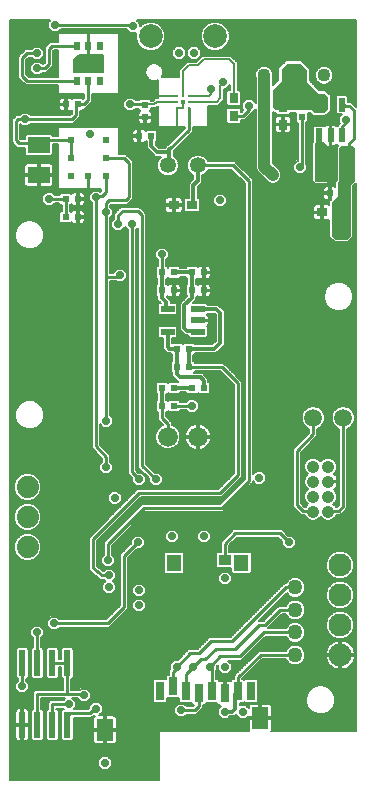
<source format=gbl>
G75*
G70*
%OFA0B0*%
%FSLAX24Y24*%
%IPPOS*%
%LPD*%
%AMOC8*
5,1,8,0,0,1.08239X$1,22.5*
%
%ADD10R,0.0315X0.0591*%
%ADD11R,0.0512X0.0551*%
%ADD12R,0.0551X0.0748*%
%ADD13R,0.0394X0.0374*%
%ADD14R,0.0472X0.0217*%
%ADD15R,0.0236X0.0236*%
%ADD16R,0.0197X0.0236*%
%ADD17R,0.0236X0.0197*%
%ADD18R,0.0079X0.0079*%
%ADD19R,0.0197X0.0315*%
%ADD20C,0.0050*%
%ADD21R,0.0150X0.0150*%
%ADD22C,0.0120*%
%ADD23R,0.0748X0.0551*%
%ADD24R,0.0315X0.0354*%
%ADD25C,0.0436*%
%ADD26C,0.0531*%
%ADD27R,0.0354X0.0315*%
%ADD28C,0.0591*%
%ADD29R,0.0217X0.0472*%
%ADD30R,0.0315X0.1063*%
%ADD31C,0.0760*%
%ADD32C,0.0660*%
%ADD33C,0.0420*%
%ADD34C,0.0787*%
%ADD35C,0.0740*%
%ADD36C,0.0500*%
%ADD37R,0.0240X0.0870*%
%ADD38C,0.0280*%
%ADD39C,0.0060*%
%ADD40C,0.0080*%
%ADD41C,0.0100*%
%ADD42C,0.0278*%
%ADD43C,0.0396*%
%ADD44C,0.0400*%
%ADD45C,0.0000*%
%ADD46C,0.0001*%
%ADD47C,0.0160*%
%ADD48C,0.0120*%
D10*
X005492Y003857D03*
X005925Y004014D03*
X006358Y003857D03*
X006791Y003778D03*
X007224Y003857D03*
X007657Y003778D03*
X008090Y003857D03*
X008523Y003857D03*
D11*
X008204Y008132D03*
X005960Y008132D03*
D12*
X008834Y002955D03*
X003657Y002561D03*
D13*
X007657Y008221D03*
D14*
X006767Y015834D03*
X006767Y016209D03*
X006767Y016583D03*
X005744Y016583D03*
X005744Y015834D03*
D15*
X006056Y015259D03*
X006456Y015259D03*
X006456Y014659D03*
X006056Y014659D03*
X005956Y013959D03*
X005556Y013959D03*
X005556Y013359D03*
X005956Y013359D03*
X006556Y013959D03*
X006956Y013959D03*
X006956Y017209D03*
X006556Y017209D03*
X006556Y017809D03*
X006956Y017809D03*
X005956Y017809D03*
X005556Y017809D03*
X005556Y017209D03*
X005956Y017209D03*
X002750Y019659D03*
X002350Y019659D03*
X002350Y020259D03*
X002750Y020259D03*
X004800Y022359D03*
X005200Y022359D03*
X005000Y022977D03*
X005000Y023377D03*
X002750Y023409D03*
X002350Y023409D03*
X010220Y023399D03*
X010220Y022999D03*
X011150Y020449D03*
X011550Y020449D03*
D16*
X003677Y021034D03*
X003677Y021625D03*
X003677Y022215D03*
X002535Y022215D03*
X002535Y021625D03*
X002535Y021034D03*
D17*
X003106Y021034D03*
D18*
X003106Y024774D03*
D19*
X003106Y024184D03*
X003500Y024184D03*
X002712Y024184D03*
X002712Y025365D03*
X003106Y025365D03*
X003500Y025365D03*
D20*
X003598Y025070D02*
X002791Y025070D01*
X002614Y024892D01*
X002614Y024499D01*
X003598Y024499D01*
X003598Y025070D01*
X003598Y025057D02*
X002779Y025057D01*
X002730Y025009D02*
X003598Y025009D01*
X003598Y024960D02*
X002682Y024960D01*
X002633Y024912D02*
X003598Y024912D01*
X003598Y024863D02*
X002614Y024863D01*
X002614Y024815D02*
X003598Y024815D01*
X003598Y024766D02*
X002614Y024766D01*
X002614Y024718D02*
X003598Y024718D01*
X003598Y024669D02*
X002614Y024669D01*
X002614Y024621D02*
X003598Y024621D01*
X003598Y024572D02*
X002614Y024572D01*
X002614Y024524D02*
X003598Y024524D01*
X006256Y023490D02*
X006256Y023293D01*
D21*
X006256Y023490D03*
D22*
X006453Y023490D03*
X006453Y023293D03*
X006256Y023293D03*
X006059Y023293D03*
X006059Y023490D03*
X006059Y023687D03*
X006256Y023687D03*
X006453Y023687D03*
D23*
X001450Y022059D03*
X001450Y021059D03*
D24*
X007950Y023027D03*
X007950Y023627D03*
X009590Y023339D03*
X009590Y022739D03*
D25*
X009968Y024381D03*
X010968Y024381D03*
X008968Y024381D03*
D26*
X006756Y021375D03*
X005756Y021375D03*
D27*
X005956Y020059D03*
X006556Y020059D03*
X010890Y019809D03*
X011490Y019809D03*
D28*
X011600Y012964D03*
X010600Y012964D03*
D29*
X010806Y022377D03*
X011180Y022377D03*
X011554Y022377D03*
X011554Y023400D03*
X010806Y023400D03*
D30*
X010847Y021419D03*
X011713Y021419D03*
D31*
X011500Y008059D03*
X011500Y007059D03*
X011500Y006059D03*
X011500Y005059D03*
D32*
X006756Y012332D03*
X005756Y012332D03*
D33*
X010600Y011339D03*
X011100Y011339D03*
X011100Y010839D03*
X010600Y010839D03*
X010600Y010339D03*
X011100Y010339D03*
X011100Y009839D03*
X010600Y009839D03*
D34*
X007328Y025680D03*
X005183Y025680D03*
D35*
X001080Y010659D03*
X001080Y009659D03*
X001080Y008659D03*
D36*
X010000Y007309D03*
X010000Y006559D03*
X010000Y005809D03*
X010000Y005059D03*
D37*
X002400Y004789D03*
X001900Y004789D03*
X001400Y004789D03*
X000900Y004789D03*
X000900Y002729D03*
X001400Y002729D03*
X001900Y002729D03*
X002400Y002729D03*
D38*
X002450Y003409D03*
X002950Y003709D03*
X003350Y003259D03*
X003650Y001459D03*
X006200Y003209D03*
X006050Y004659D03*
X006600Y004659D03*
X007150Y004659D03*
X007650Y004659D03*
X006740Y005589D03*
X006740Y006539D03*
X005740Y006539D03*
X005740Y005589D03*
X004800Y006709D03*
X004800Y007209D03*
X003800Y007309D03*
X003800Y007709D03*
X003750Y008209D03*
X004750Y008809D03*
X005900Y009009D03*
X006950Y009009D03*
X007650Y007609D03*
X009290Y008339D03*
X009800Y008809D03*
X008800Y010959D03*
X006550Y013359D03*
X005350Y010909D03*
X004800Y010909D03*
X003980Y010289D03*
X003700Y011309D03*
X003700Y012859D03*
X004150Y017709D03*
X005550Y018409D03*
X004550Y019409D03*
X004100Y019409D03*
X003700Y019809D03*
X003350Y020309D03*
X001800Y020259D03*
X003150Y022409D03*
X004500Y023409D03*
X005500Y025129D03*
X006130Y025129D03*
X006620Y025129D03*
X007200Y023909D03*
X007600Y024159D03*
X008450Y023359D03*
X010150Y021309D03*
X010990Y022889D03*
X011310Y022889D03*
X011700Y022889D03*
X011660Y019339D03*
X011520Y019089D03*
X011380Y019339D03*
X007500Y020209D03*
X004600Y026009D03*
X002000Y026059D03*
X001400Y025109D03*
X001400Y024609D03*
X001000Y022909D03*
X001950Y006109D03*
X001400Y005809D03*
X000900Y004009D03*
X007650Y003159D03*
X008250Y003159D03*
D39*
X000480Y000889D02*
X000480Y026219D01*
X001835Y026219D01*
X001770Y026154D01*
X001770Y025963D01*
X001905Y025829D01*
X002095Y025829D01*
X002185Y025919D01*
X004370Y025919D01*
X004370Y025913D01*
X004505Y025779D01*
X004695Y025779D01*
X004703Y025787D01*
X004699Y025776D01*
X004699Y025584D01*
X004773Y025406D01*
X004909Y025270D01*
X005086Y025196D01*
X005279Y025196D01*
X005457Y025270D01*
X005946Y025270D01*
X005900Y025224D02*
X006035Y025359D01*
X006225Y025359D01*
X006360Y025224D01*
X006360Y025033D01*
X006225Y024899D01*
X006035Y024899D01*
X005900Y025033D01*
X005900Y025224D01*
X005900Y025212D02*
X005316Y025212D01*
X005458Y025166D02*
X005458Y025162D01*
X005456Y025158D01*
X005458Y025150D01*
X005458Y025141D01*
X005461Y025138D01*
X005462Y025134D01*
X005469Y025129D01*
X005471Y025127D01*
X005472Y025126D01*
X005475Y025123D01*
X005476Y025123D01*
X005477Y025123D01*
X005481Y025123D01*
X005485Y025120D01*
X005490Y025122D01*
X005495Y025120D01*
X005499Y025123D01*
X005503Y025123D01*
X005504Y025123D01*
X005507Y025126D01*
X005509Y025127D01*
X005510Y025129D01*
X005518Y025134D01*
X005519Y025138D01*
X005522Y025141D01*
X005522Y025150D01*
X005524Y025158D01*
X005522Y025162D01*
X005522Y025166D01*
X005516Y025172D01*
X005511Y025179D01*
X005507Y025180D01*
X005504Y025183D01*
X005496Y025183D01*
X005492Y025186D01*
X005490Y025185D01*
X005487Y025186D01*
X005484Y025183D01*
X005475Y025183D01*
X005472Y025180D01*
X005468Y025179D01*
X005464Y025172D01*
X005458Y025166D01*
X005457Y025153D02*
X004125Y025153D01*
X004125Y025095D02*
X005900Y025095D01*
X005900Y025153D02*
X005523Y025153D01*
X005504Y025123D02*
X005504Y025123D01*
X005457Y025270D02*
X005593Y025406D01*
X005666Y025584D01*
X005666Y025776D01*
X005593Y025954D01*
X005457Y026090D01*
X005279Y026163D01*
X005086Y026163D01*
X004909Y026090D01*
X004830Y026011D01*
X004830Y026104D01*
X004715Y026219D01*
X012031Y026219D01*
X012031Y023325D01*
X012008Y023349D01*
X011858Y023499D01*
X011752Y023499D01*
X011752Y023674D01*
X011700Y023727D01*
X011408Y023727D01*
X011356Y023674D01*
X011356Y023127D01*
X011408Y023074D01*
X011560Y023074D01*
X011470Y022984D01*
X011470Y022793D01*
X011478Y022785D01*
X011410Y022716D01*
X011410Y022703D01*
X011408Y022703D01*
X011380Y022674D01*
X011376Y022680D01*
X011356Y022701D01*
X011331Y022715D01*
X011303Y022723D01*
X011204Y022723D01*
X011204Y022401D01*
X011156Y022401D01*
X011156Y022723D01*
X011057Y022723D01*
X011029Y022715D01*
X011004Y022701D01*
X010984Y022680D01*
X010980Y022674D01*
X010952Y022703D01*
X010660Y022703D01*
X010608Y022650D01*
X010608Y022193D01*
X010600Y022186D01*
X010600Y022186D01*
X010560Y022146D01*
X010560Y020841D01*
X010590Y020811D01*
X010643Y020759D01*
X011057Y020759D01*
X011087Y020789D01*
X011140Y020841D01*
X011140Y022030D01*
X011156Y022030D01*
X011156Y022353D01*
X011204Y022353D01*
X011204Y022030D01*
X011303Y022030D01*
X011331Y022038D01*
X011356Y022052D01*
X011376Y022073D01*
X011380Y022079D01*
X011408Y022050D01*
X011433Y022050D01*
X011423Y022039D01*
X011380Y021996D01*
X011380Y020892D01*
X011344Y020850D01*
X011320Y020826D01*
X011320Y020822D01*
X011317Y020819D01*
X011320Y020785D01*
X011320Y020664D01*
X011311Y020669D01*
X011283Y020677D01*
X011179Y020677D01*
X011179Y020478D01*
X011121Y020478D01*
X011121Y020677D01*
X011017Y020677D01*
X010989Y020669D01*
X010964Y020655D01*
X010944Y020634D01*
X010929Y020609D01*
X010922Y020581D01*
X010922Y020478D01*
X011121Y020478D01*
X011121Y020419D01*
X011179Y020419D01*
X011179Y020225D01*
X011140Y020186D01*
X011140Y020049D01*
X011135Y020054D01*
X011110Y020068D01*
X011082Y020076D01*
X010920Y020076D01*
X010920Y019839D01*
X010860Y019839D01*
X010860Y020076D01*
X010698Y020076D01*
X010670Y020068D01*
X010645Y020054D01*
X010625Y020034D01*
X010610Y020008D01*
X010603Y019980D01*
X010603Y019839D01*
X010860Y019839D01*
X010860Y019779D01*
X010603Y019779D01*
X010603Y019637D01*
X010610Y019609D01*
X010625Y019583D01*
X010645Y019563D01*
X010670Y019549D01*
X010698Y019541D01*
X010860Y019541D01*
X010860Y019778D01*
X010920Y019778D01*
X010920Y019541D01*
X011082Y019541D01*
X011110Y019549D01*
X011135Y019563D01*
X011140Y019568D01*
X011140Y019051D01*
X011137Y019048D01*
X011140Y019015D01*
X011140Y018981D01*
X011143Y018978D01*
X011143Y018974D01*
X011169Y018952D01*
X008590Y018952D01*
X008590Y018894D02*
X011238Y018894D01*
X011197Y018929D02*
X011299Y018842D01*
X011323Y018819D01*
X011327Y018819D01*
X011330Y018816D01*
X011364Y018819D01*
X011727Y018819D01*
X011780Y018871D01*
X011910Y019001D01*
X011910Y020681D01*
X012031Y020802D01*
X012031Y002530D01*
X009208Y002530D01*
X009212Y002538D01*
X009220Y002566D01*
X009220Y002925D01*
X008864Y002925D01*
X008864Y002985D01*
X008804Y002985D01*
X008804Y002925D01*
X008449Y002925D01*
X008449Y002566D01*
X008456Y002538D01*
X008461Y002530D01*
X005468Y002530D01*
X005468Y000889D01*
X000480Y000889D01*
X000480Y000934D02*
X005468Y000934D01*
X005468Y000993D02*
X000480Y000993D01*
X000480Y001051D02*
X005468Y001051D01*
X005468Y001110D02*
X000480Y001110D01*
X000480Y001168D02*
X005468Y001168D01*
X005468Y001227D02*
X000480Y001227D01*
X000480Y001285D02*
X003498Y001285D01*
X003555Y001229D02*
X003745Y001229D01*
X003880Y001363D01*
X003880Y001554D01*
X003745Y001689D01*
X003555Y001689D01*
X003420Y001554D01*
X003420Y001363D01*
X003555Y001229D01*
X003440Y001344D02*
X000480Y001344D01*
X000480Y001402D02*
X003420Y001402D01*
X003420Y001461D02*
X000480Y001461D01*
X000480Y001519D02*
X003420Y001519D01*
X003444Y001578D02*
X000480Y001578D01*
X000480Y001636D02*
X003502Y001636D01*
X003798Y001636D02*
X005468Y001636D01*
X005468Y001578D02*
X003856Y001578D01*
X003880Y001519D02*
X005468Y001519D01*
X005468Y001461D02*
X003880Y001461D01*
X003880Y001402D02*
X005468Y001402D01*
X005468Y001344D02*
X003860Y001344D01*
X003802Y001285D02*
X005468Y001285D01*
X005468Y001695D02*
X000480Y001695D01*
X000480Y001753D02*
X005468Y001753D01*
X005468Y001812D02*
X000480Y001812D01*
X000480Y001870D02*
X005468Y001870D01*
X005468Y001929D02*
X000480Y001929D01*
X000480Y001987D02*
X005468Y001987D01*
X005468Y002046D02*
X000480Y002046D01*
X000480Y002104D02*
X003309Y002104D01*
X003314Y002099D02*
X003339Y002085D01*
X003367Y002077D01*
X003627Y002077D01*
X003627Y002531D01*
X003687Y002531D01*
X003687Y002077D01*
X003947Y002077D01*
X003975Y002085D01*
X004000Y002099D01*
X004021Y002120D01*
X004035Y002145D01*
X004043Y002173D01*
X004043Y002531D01*
X003687Y002531D01*
X003687Y002591D01*
X004043Y002591D01*
X004043Y002950D01*
X004035Y002978D01*
X004021Y003003D01*
X004000Y003023D01*
X003975Y003038D01*
X003947Y003045D01*
X003687Y003045D01*
X003687Y002591D01*
X003627Y002591D01*
X003627Y002531D01*
X003271Y002531D01*
X003271Y002173D01*
X003279Y002145D01*
X003293Y002120D01*
X003314Y002099D01*
X003274Y002163D02*
X000480Y002163D01*
X000480Y002221D02*
X000697Y002221D01*
X000692Y002226D02*
X000712Y002205D01*
X000738Y002191D01*
X000766Y002184D01*
X000870Y002184D01*
X000870Y002698D01*
X000930Y002698D01*
X000930Y002184D01*
X001034Y002184D01*
X001062Y002191D01*
X001088Y002205D01*
X001108Y002226D01*
X001123Y002251D01*
X001130Y002279D01*
X001130Y002699D01*
X000930Y002699D01*
X000930Y002759D01*
X000870Y002759D01*
X000870Y003274D01*
X000766Y003274D01*
X000738Y003266D01*
X000712Y003252D01*
X000692Y003231D01*
X000677Y003206D01*
X000670Y003178D01*
X000670Y002759D01*
X000870Y002759D01*
X000870Y002699D01*
X000670Y002699D01*
X000670Y002279D01*
X000677Y002251D01*
X000692Y002226D01*
X000670Y002280D02*
X000480Y002280D01*
X000480Y002338D02*
X000670Y002338D01*
X000670Y002397D02*
X000480Y002397D01*
X000480Y002455D02*
X000670Y002455D01*
X000670Y002514D02*
X000480Y002514D01*
X000480Y002572D02*
X000670Y002572D01*
X000670Y002631D02*
X000480Y002631D01*
X000480Y002689D02*
X000670Y002689D01*
X000670Y002806D02*
X000480Y002806D01*
X000480Y002748D02*
X000870Y002748D01*
X000870Y002806D02*
X000930Y002806D01*
X000930Y002759D02*
X000930Y003274D01*
X001034Y003274D01*
X001062Y003266D01*
X001088Y003252D01*
X001108Y003231D01*
X001123Y003206D01*
X001130Y003178D01*
X001130Y002759D01*
X000930Y002759D01*
X000930Y002748D02*
X001190Y002748D01*
X001190Y002806D02*
X001130Y002806D01*
X001130Y002865D02*
X001190Y002865D01*
X001190Y002923D02*
X001130Y002923D01*
X001130Y002982D02*
X001190Y002982D01*
X001190Y003040D02*
X001130Y003040D01*
X001130Y003099D02*
X001190Y003099D01*
X001190Y003157D02*
X001130Y003157D01*
X001117Y003216D02*
X001205Y003216D01*
X001190Y003201D02*
X001190Y002256D01*
X001243Y002204D01*
X001557Y002204D01*
X001610Y002256D01*
X001610Y003201D01*
X001557Y003254D01*
X001540Y003254D01*
X001540Y003619D01*
X002335Y003619D01*
X002265Y003549D01*
X001842Y003549D01*
X001760Y003466D01*
X001760Y003254D01*
X001743Y003254D01*
X001690Y003201D01*
X001690Y002256D01*
X001743Y002204D01*
X002057Y002204D01*
X002110Y002256D01*
X002110Y003201D01*
X002057Y003254D01*
X002040Y003254D01*
X002040Y003269D01*
X002265Y003269D01*
X002280Y003254D01*
X002243Y003254D01*
X002190Y003201D01*
X002190Y002256D01*
X002243Y002204D01*
X002557Y002204D01*
X002610Y002256D01*
X002610Y002969D01*
X003208Y002969D01*
X003268Y003029D01*
X003323Y003029D01*
X003314Y003023D01*
X003293Y003003D01*
X003279Y002978D01*
X003271Y002950D01*
X003271Y002591D01*
X003627Y002591D01*
X003627Y003045D01*
X003462Y003045D01*
X003580Y003163D01*
X003580Y003354D01*
X003445Y003489D01*
X003255Y003489D01*
X003120Y003354D01*
X003120Y003276D01*
X003092Y003249D01*
X002615Y003249D01*
X002680Y003313D01*
X002680Y003504D01*
X002565Y003619D01*
X002720Y003619D01*
X002720Y003613D01*
X002855Y003479D01*
X003045Y003479D01*
X003180Y003613D01*
X003180Y003804D01*
X003045Y003939D01*
X002855Y003939D01*
X002815Y003899D01*
X002540Y003899D01*
X002540Y004264D01*
X002557Y004264D01*
X002610Y004316D01*
X002610Y005261D01*
X002557Y005314D01*
X002243Y005314D01*
X002190Y005261D01*
X002190Y004929D01*
X002110Y004929D01*
X002110Y005261D01*
X002057Y005314D01*
X001743Y005314D01*
X001690Y005261D01*
X001690Y004316D01*
X001743Y004264D01*
X002057Y004264D01*
X002110Y004316D01*
X002110Y004649D01*
X002190Y004649D01*
X002190Y004316D01*
X002243Y004264D01*
X002260Y004264D01*
X002260Y003899D01*
X001342Y003899D01*
X001260Y003816D01*
X001260Y003254D01*
X001243Y003254D01*
X001190Y003201D01*
X001260Y003274D02*
X000480Y003274D01*
X000480Y003216D02*
X000683Y003216D01*
X000670Y003157D02*
X000480Y003157D01*
X000480Y003099D02*
X000670Y003099D01*
X000670Y003040D02*
X000480Y003040D01*
X000480Y002982D02*
X000670Y002982D01*
X000670Y002923D02*
X000480Y002923D01*
X000480Y002865D02*
X000670Y002865D01*
X000870Y002865D02*
X000930Y002865D01*
X000930Y002923D02*
X000870Y002923D01*
X000870Y002982D02*
X000930Y002982D01*
X000930Y003040D02*
X000870Y003040D01*
X000870Y003099D02*
X000930Y003099D01*
X000930Y003157D02*
X000870Y003157D01*
X000870Y003216D02*
X000930Y003216D01*
X001260Y003333D02*
X000480Y003333D01*
X000480Y003391D02*
X001260Y003391D01*
X001260Y003450D02*
X000480Y003450D01*
X000480Y003508D02*
X001260Y003508D01*
X001260Y003567D02*
X000480Y003567D01*
X000480Y003625D02*
X001260Y003625D01*
X001260Y003684D02*
X000480Y003684D01*
X000480Y003742D02*
X001260Y003742D01*
X001260Y003801D02*
X001017Y003801D01*
X000995Y003779D02*
X001130Y003913D01*
X001130Y004104D01*
X001040Y004194D01*
X001040Y004264D01*
X001057Y004264D01*
X001110Y004316D01*
X001110Y005261D01*
X001057Y005314D01*
X000743Y005314D01*
X000690Y005261D01*
X000690Y004316D01*
X000743Y004264D01*
X000760Y004264D01*
X000760Y004194D01*
X000670Y004104D01*
X000670Y003913D01*
X000805Y003779D01*
X000995Y003779D01*
X001076Y003859D02*
X001303Y003859D01*
X001130Y003918D02*
X002260Y003918D01*
X002260Y003976D02*
X001130Y003976D01*
X001130Y004035D02*
X002260Y004035D01*
X002260Y004093D02*
X001130Y004093D01*
X001082Y004152D02*
X002260Y004152D01*
X002260Y004210D02*
X001040Y004210D01*
X001062Y004269D02*
X001238Y004269D01*
X001243Y004264D02*
X001557Y004264D01*
X001610Y004316D01*
X001610Y005261D01*
X001557Y005314D01*
X001540Y005314D01*
X001540Y005623D01*
X001630Y005713D01*
X001630Y005904D01*
X001495Y006039D01*
X001305Y006039D01*
X001170Y005904D01*
X001170Y005713D01*
X001260Y005623D01*
X001260Y005314D01*
X001243Y005314D01*
X001190Y005261D01*
X001190Y004316D01*
X001243Y004264D01*
X001190Y004327D02*
X001110Y004327D01*
X001110Y004386D02*
X001190Y004386D01*
X001190Y004444D02*
X001110Y004444D01*
X001110Y004503D02*
X001190Y004503D01*
X001190Y004561D02*
X001110Y004561D01*
X001110Y004620D02*
X001190Y004620D01*
X001190Y004678D02*
X001110Y004678D01*
X001110Y004737D02*
X001190Y004737D01*
X001190Y004795D02*
X001110Y004795D01*
X001110Y004854D02*
X001190Y004854D01*
X001190Y004912D02*
X001110Y004912D01*
X001110Y004971D02*
X001190Y004971D01*
X001190Y005029D02*
X001110Y005029D01*
X001110Y005088D02*
X001190Y005088D01*
X001190Y005146D02*
X001110Y005146D01*
X001110Y005205D02*
X001190Y005205D01*
X001192Y005263D02*
X001108Y005263D01*
X001260Y005322D02*
X000480Y005322D01*
X000480Y005380D02*
X001260Y005380D01*
X001260Y005439D02*
X000480Y005439D01*
X000480Y005497D02*
X001260Y005497D01*
X001260Y005556D02*
X000480Y005556D01*
X000480Y005614D02*
X001260Y005614D01*
X001211Y005673D02*
X000480Y005673D01*
X000480Y005731D02*
X001170Y005731D01*
X001170Y005790D02*
X000480Y005790D01*
X000480Y005848D02*
X001170Y005848D01*
X001173Y005907D02*
X000480Y005907D01*
X000480Y005965D02*
X001231Y005965D01*
X001290Y006024D02*
X000480Y006024D01*
X000480Y006082D02*
X001720Y006082D01*
X001720Y006024D02*
X001510Y006024D01*
X001569Y005965D02*
X001768Y005965D01*
X001720Y006013D02*
X001855Y005879D01*
X002045Y005879D01*
X002135Y005969D01*
X003808Y005969D01*
X003890Y006051D01*
X004440Y006601D01*
X004440Y008301D01*
X004718Y008579D01*
X004845Y008579D01*
X004980Y008713D01*
X004980Y008904D01*
X004845Y009039D01*
X004655Y009039D01*
X004520Y008904D01*
X004520Y008776D01*
X004242Y008499D01*
X004160Y008416D01*
X004160Y006716D01*
X003692Y006249D01*
X002135Y006249D01*
X002045Y006339D01*
X001855Y006339D01*
X001720Y006204D01*
X001720Y006013D01*
X001720Y006141D02*
X000480Y006141D01*
X000480Y006199D02*
X001720Y006199D01*
X001774Y006258D02*
X000480Y006258D01*
X000480Y006316D02*
X001832Y006316D01*
X002068Y006316D02*
X003760Y006316D01*
X003818Y006375D02*
X000480Y006375D01*
X000480Y006433D02*
X003877Y006433D01*
X003935Y006492D02*
X000480Y006492D01*
X000480Y006550D02*
X003994Y006550D01*
X004052Y006609D02*
X000480Y006609D01*
X000480Y006667D02*
X004111Y006667D01*
X004160Y006726D02*
X000480Y006726D01*
X000480Y006784D02*
X004160Y006784D01*
X004160Y006843D02*
X000480Y006843D01*
X000480Y006901D02*
X004160Y006901D01*
X004160Y006960D02*
X000480Y006960D01*
X000480Y007018D02*
X004160Y007018D01*
X004160Y007077D02*
X000480Y007077D01*
X000480Y007135D02*
X003648Y007135D01*
X003705Y007079D02*
X003570Y007213D01*
X003570Y007404D01*
X003675Y007509D01*
X003615Y007569D01*
X003556Y007569D01*
X003505Y007564D01*
X003499Y007569D01*
X003492Y007569D01*
X003455Y007605D01*
X003199Y007819D01*
X003192Y007819D01*
X003155Y007855D01*
X003116Y007888D01*
X003115Y007895D01*
X003110Y007901D01*
X003110Y007952D01*
X003105Y008004D01*
X003110Y008009D01*
X003110Y008966D01*
X004660Y010516D01*
X004742Y010599D01*
X007442Y010599D01*
X007960Y011116D01*
X007960Y014051D01*
X007492Y014519D01*
X006664Y014519D01*
X006664Y014503D01*
X006619Y014459D01*
X006912Y014459D01*
X007000Y014371D01*
X007106Y014265D01*
X007106Y014167D01*
X007111Y014167D01*
X007164Y014114D01*
X007164Y013803D01*
X007111Y013750D01*
X006800Y013750D01*
X006756Y013795D01*
X006711Y013750D01*
X006400Y013750D01*
X006347Y013803D01*
X006347Y013809D01*
X006164Y013809D01*
X006164Y013803D01*
X006111Y013750D01*
X005800Y013750D01*
X005756Y013795D01*
X005711Y013750D01*
X005706Y013750D01*
X005706Y013567D01*
X005711Y013567D01*
X005756Y013522D01*
X005800Y013567D01*
X006111Y013567D01*
X006164Y013514D01*
X006164Y013499D01*
X006365Y013499D01*
X006455Y013589D01*
X006645Y013589D01*
X006780Y013454D01*
X006780Y013263D01*
X006645Y013129D01*
X006455Y013129D01*
X006365Y013219D01*
X006164Y013219D01*
X006164Y013203D01*
X006111Y013150D01*
X005800Y013150D01*
X005756Y013195D01*
X005711Y013150D01*
X005696Y013150D01*
X005696Y013011D01*
X005814Y012893D01*
X005896Y012811D01*
X005896Y012729D01*
X005993Y012688D01*
X006112Y012570D01*
X006176Y012416D01*
X006176Y012249D01*
X006112Y012094D01*
X005993Y011976D01*
X005839Y011912D01*
X005672Y011912D01*
X005518Y011976D01*
X005399Y012094D01*
X005336Y012249D01*
X005336Y012416D01*
X005399Y012570D01*
X005518Y012688D01*
X005592Y012719D01*
X005416Y012895D01*
X005416Y013150D01*
X005400Y013150D01*
X005347Y013203D01*
X005347Y013514D01*
X005400Y013567D01*
X005406Y013567D01*
X005406Y013750D01*
X005400Y013750D01*
X005347Y013803D01*
X005347Y014114D01*
X005400Y014167D01*
X005711Y014167D01*
X005756Y014122D01*
X005800Y014167D01*
X006080Y014167D01*
X005900Y014346D01*
X005900Y014451D01*
X005847Y014503D01*
X005847Y014814D01*
X005900Y014867D01*
X005906Y014867D01*
X005906Y015050D01*
X005900Y015050D01*
X005847Y015103D01*
X005847Y015109D01*
X005738Y015109D01*
X005650Y015196D01*
X005594Y015253D01*
X005594Y015636D01*
X005470Y015636D01*
X005417Y015689D01*
X005417Y015980D01*
X005470Y016033D01*
X006017Y016033D01*
X006070Y015980D01*
X006070Y015689D01*
X006017Y015636D01*
X005894Y015636D01*
X005894Y015460D01*
X005900Y015467D01*
X006211Y015467D01*
X006256Y015422D01*
X006300Y015467D01*
X006611Y015467D01*
X006664Y015414D01*
X006664Y015409D01*
X007238Y015409D01*
X007350Y015521D01*
X007350Y016396D01*
X007314Y016433D01*
X007089Y016433D01*
X007065Y016408D01*
X007071Y016405D01*
X007092Y016384D01*
X007106Y016359D01*
X007114Y016331D01*
X007114Y016233D01*
X006792Y016233D01*
X006792Y016184D01*
X007114Y016184D01*
X007114Y016086D01*
X007106Y016058D01*
X007092Y016033D01*
X007071Y016012D01*
X007065Y016009D01*
X007094Y015980D01*
X007094Y015689D01*
X007041Y015636D01*
X006494Y015636D01*
X006441Y015689D01*
X006441Y015709D01*
X006338Y015709D01*
X006250Y015796D01*
X006150Y015896D01*
X006150Y016771D01*
X006238Y016859D01*
X006390Y017011D01*
X006347Y017053D01*
X006347Y017364D01*
X006400Y017417D01*
X006406Y017417D01*
X006406Y017600D01*
X006400Y017600D01*
X006347Y017653D01*
X006347Y017659D01*
X006164Y017659D01*
X006164Y017653D01*
X006111Y017600D01*
X005800Y017600D01*
X005756Y017645D01*
X005711Y017600D01*
X005706Y017600D01*
X005706Y017417D01*
X005711Y017417D01*
X005744Y017384D01*
X005749Y017394D01*
X005770Y017415D01*
X005795Y017429D01*
X005823Y017437D01*
X005926Y017437D01*
X005926Y017238D01*
X005985Y017238D01*
X005985Y017437D01*
X006088Y017437D01*
X006116Y017429D01*
X006141Y017415D01*
X006162Y017394D01*
X006176Y017369D01*
X006184Y017341D01*
X006184Y017238D01*
X005985Y017238D01*
X005985Y017179D01*
X006184Y017179D01*
X006184Y017076D01*
X006176Y017048D01*
X006162Y017023D01*
X006141Y017002D01*
X006116Y016988D01*
X006088Y016980D01*
X005985Y016980D01*
X005985Y017179D01*
X005926Y017179D01*
X005926Y016980D01*
X005823Y016980D01*
X005795Y016988D01*
X005770Y017002D01*
X005749Y017023D01*
X005744Y017033D01*
X005716Y017005D01*
X005762Y016959D01*
X005850Y016871D01*
X005850Y016781D01*
X006017Y016781D01*
X006070Y016728D01*
X006070Y016437D01*
X006017Y016384D01*
X005470Y016384D01*
X005417Y016437D01*
X005417Y016728D01*
X005470Y016781D01*
X005516Y016781D01*
X005406Y016891D01*
X005406Y017000D01*
X005400Y017000D01*
X005347Y017053D01*
X005347Y017364D01*
X005400Y017417D01*
X005406Y017417D01*
X005406Y017600D01*
X005400Y017600D01*
X005347Y017653D01*
X005347Y017964D01*
X005400Y018017D01*
X005410Y018017D01*
X005410Y018223D01*
X005320Y018313D01*
X005320Y018504D01*
X005455Y018639D01*
X005645Y018639D01*
X005780Y018504D01*
X005780Y018313D01*
X005690Y018223D01*
X005690Y018017D01*
X005711Y018017D01*
X005756Y017972D01*
X005800Y018017D01*
X006111Y018017D01*
X006164Y017964D01*
X006164Y017959D01*
X006347Y017959D01*
X006347Y017964D01*
X006400Y018017D01*
X006711Y018017D01*
X006744Y017984D01*
X006749Y017994D01*
X006770Y018015D01*
X006795Y018029D01*
X006823Y018037D01*
X006926Y018037D01*
X006926Y017838D01*
X006985Y017838D01*
X006985Y018037D01*
X007088Y018037D01*
X007116Y018029D01*
X007141Y018015D01*
X007162Y017994D01*
X007176Y017969D01*
X007184Y017941D01*
X007184Y017838D01*
X006985Y017838D01*
X006985Y017779D01*
X007184Y017779D01*
X007184Y017676D01*
X007176Y017648D01*
X007162Y017623D01*
X007141Y017602D01*
X007116Y017588D01*
X007088Y017580D01*
X006985Y017580D01*
X006985Y017779D01*
X006926Y017779D01*
X006926Y017580D01*
X006823Y017580D01*
X006795Y017588D01*
X006770Y017602D01*
X006749Y017623D01*
X006744Y017633D01*
X006711Y017600D01*
X006706Y017600D01*
X006706Y017417D01*
X006711Y017417D01*
X006744Y017384D01*
X006749Y017394D01*
X006770Y017415D01*
X006795Y017429D01*
X006823Y017437D01*
X006926Y017437D01*
X006926Y017238D01*
X006985Y017238D01*
X006985Y017437D01*
X007088Y017437D01*
X007116Y017429D01*
X007141Y017415D01*
X007162Y017394D01*
X007176Y017369D01*
X007184Y017341D01*
X007184Y017238D01*
X006985Y017238D01*
X006985Y017179D01*
X007184Y017179D01*
X007184Y017076D01*
X007176Y017048D01*
X007162Y017023D01*
X007141Y017002D01*
X007116Y016988D01*
X007088Y016980D01*
X006985Y016980D01*
X006985Y017179D01*
X006926Y017179D01*
X006926Y016980D01*
X006823Y016980D01*
X006795Y016988D01*
X006770Y017002D01*
X006749Y017023D01*
X006744Y017033D01*
X006711Y017000D01*
X006706Y017000D01*
X006706Y016902D01*
X006584Y016781D01*
X007041Y016781D01*
X007089Y016733D01*
X007438Y016733D01*
X007562Y016609D01*
X007650Y016521D01*
X007650Y015396D01*
X007450Y015196D01*
X007362Y015109D01*
X006664Y015109D01*
X006664Y015103D01*
X006611Y015050D01*
X006606Y015050D01*
X006606Y014867D01*
X006611Y014867D01*
X006664Y014814D01*
X006664Y014799D01*
X008310Y014799D01*
X008310Y014857D02*
X006620Y014857D01*
X006606Y014916D02*
X008310Y014916D01*
X008310Y014974D02*
X006606Y014974D01*
X006606Y015033D02*
X008310Y015033D01*
X008310Y015091D02*
X006652Y015091D01*
X006635Y015442D02*
X007271Y015442D01*
X007330Y015501D02*
X005894Y015501D01*
X005894Y015559D02*
X007350Y015559D01*
X007350Y015618D02*
X005894Y015618D01*
X006057Y015676D02*
X006454Y015676D01*
X006312Y015735D02*
X006070Y015735D01*
X006070Y015793D02*
X006253Y015793D01*
X006195Y015852D02*
X006070Y015852D01*
X006070Y015910D02*
X006150Y015910D01*
X006150Y015969D02*
X006070Y015969D01*
X006023Y016027D02*
X006150Y016027D01*
X006150Y016086D02*
X005040Y016086D01*
X005040Y016144D02*
X006150Y016144D01*
X006150Y016203D02*
X005040Y016203D01*
X005040Y016261D02*
X006150Y016261D01*
X006150Y016320D02*
X005040Y016320D01*
X005040Y016378D02*
X006150Y016378D01*
X006150Y016437D02*
X006069Y016437D01*
X006070Y016495D02*
X006150Y016495D01*
X006150Y016554D02*
X006070Y016554D01*
X006070Y016612D02*
X006150Y016612D01*
X006150Y016671D02*
X006070Y016671D01*
X006069Y016729D02*
X006150Y016729D01*
X006167Y016788D02*
X005850Y016788D01*
X005850Y016846D02*
X006225Y016846D01*
X006284Y016905D02*
X005816Y016905D01*
X005758Y016963D02*
X006342Y016963D01*
X006379Y017022D02*
X006160Y017022D01*
X006184Y017080D02*
X006347Y017080D01*
X006347Y017139D02*
X006184Y017139D01*
X006184Y017256D02*
X006347Y017256D01*
X006347Y017314D02*
X006184Y017314D01*
X006174Y017373D02*
X006356Y017373D01*
X006406Y017431D02*
X006109Y017431D01*
X005985Y017431D02*
X005926Y017431D01*
X005926Y017373D02*
X005985Y017373D01*
X005985Y017314D02*
X005926Y017314D01*
X005926Y017256D02*
X005985Y017256D01*
X005985Y017197D02*
X006347Y017197D01*
X006406Y017490D02*
X005706Y017490D01*
X005706Y017548D02*
X006406Y017548D01*
X006394Y017607D02*
X006117Y017607D01*
X005794Y017607D02*
X005717Y017607D01*
X005706Y017431D02*
X005802Y017431D01*
X005926Y017139D02*
X005985Y017139D01*
X005985Y017080D02*
X005926Y017080D01*
X005926Y017022D02*
X005985Y017022D01*
X005751Y017022D02*
X005732Y017022D01*
X005509Y016788D02*
X005040Y016788D01*
X005040Y016846D02*
X005450Y016846D01*
X005406Y016905D02*
X005040Y016905D01*
X005040Y016963D02*
X005406Y016963D01*
X005379Y017022D02*
X005040Y017022D01*
X005040Y017080D02*
X005347Y017080D01*
X005347Y017139D02*
X005040Y017139D01*
X005040Y017197D02*
X005347Y017197D01*
X005347Y017256D02*
X005040Y017256D01*
X005040Y017314D02*
X005347Y017314D01*
X005356Y017373D02*
X005040Y017373D01*
X005040Y017431D02*
X005406Y017431D01*
X005406Y017490D02*
X005040Y017490D01*
X005040Y017548D02*
X005406Y017548D01*
X005394Y017607D02*
X005040Y017607D01*
X005040Y017665D02*
X005347Y017665D01*
X005347Y017724D02*
X005040Y017724D01*
X005040Y017782D02*
X005347Y017782D01*
X005347Y017841D02*
X005040Y017841D01*
X005040Y017899D02*
X005347Y017899D01*
X005347Y017958D02*
X005040Y017958D01*
X005040Y018016D02*
X005400Y018016D01*
X005410Y018075D02*
X005040Y018075D01*
X005040Y018133D02*
X005410Y018133D01*
X005410Y018192D02*
X005040Y018192D01*
X005040Y018250D02*
X005383Y018250D01*
X005325Y018309D02*
X005040Y018309D01*
X005040Y018367D02*
X005320Y018367D01*
X005320Y018426D02*
X005040Y018426D01*
X005040Y018484D02*
X005320Y018484D01*
X005359Y018543D02*
X005040Y018543D01*
X005040Y018601D02*
X005417Y018601D01*
X005683Y018601D02*
X008310Y018601D01*
X008310Y018543D02*
X005741Y018543D01*
X005780Y018484D02*
X008310Y018484D01*
X008310Y018426D02*
X005780Y018426D01*
X005780Y018367D02*
X008310Y018367D01*
X008310Y018309D02*
X005775Y018309D01*
X005717Y018250D02*
X008310Y018250D01*
X008310Y018192D02*
X005690Y018192D01*
X005690Y018133D02*
X008310Y018133D01*
X008310Y018075D02*
X005690Y018075D01*
X005711Y018016D02*
X005800Y018016D01*
X006111Y018016D02*
X006400Y018016D01*
X006711Y018016D02*
X006772Y018016D01*
X006926Y018016D02*
X006985Y018016D01*
X006985Y017958D02*
X006926Y017958D01*
X006926Y017899D02*
X006985Y017899D01*
X006985Y017841D02*
X006926Y017841D01*
X006985Y017782D02*
X008310Y017782D01*
X008310Y017724D02*
X007184Y017724D01*
X007181Y017665D02*
X008310Y017665D01*
X008310Y017607D02*
X007145Y017607D01*
X006985Y017607D02*
X006926Y017607D01*
X006926Y017665D02*
X006985Y017665D01*
X006985Y017724D02*
X006926Y017724D01*
X006766Y017607D02*
X006717Y017607D01*
X006706Y017548D02*
X008310Y017548D01*
X008310Y017490D02*
X006706Y017490D01*
X006706Y017431D02*
X006802Y017431D01*
X006926Y017431D02*
X006985Y017431D01*
X006985Y017373D02*
X006926Y017373D01*
X006926Y017314D02*
X006985Y017314D01*
X006985Y017256D02*
X006926Y017256D01*
X006985Y017197D02*
X008310Y017197D01*
X008310Y017139D02*
X007184Y017139D01*
X007184Y017080D02*
X008310Y017080D01*
X008310Y017022D02*
X007160Y017022D01*
X006985Y017022D02*
X006926Y017022D01*
X006926Y017080D02*
X006985Y017080D01*
X006985Y017139D02*
X006926Y017139D01*
X006751Y017022D02*
X006732Y017022D01*
X006706Y016963D02*
X008310Y016963D01*
X008310Y016905D02*
X006706Y016905D01*
X006650Y016846D02*
X008310Y016846D01*
X008310Y016788D02*
X006591Y016788D01*
X006792Y016203D02*
X007350Y016203D01*
X007350Y016261D02*
X007114Y016261D01*
X007114Y016320D02*
X007350Y016320D01*
X007350Y016378D02*
X007095Y016378D01*
X007114Y016144D02*
X007350Y016144D01*
X007350Y016086D02*
X007114Y016086D01*
X007086Y016027D02*
X007350Y016027D01*
X007350Y015969D02*
X007094Y015969D01*
X007094Y015910D02*
X007350Y015910D01*
X007350Y015852D02*
X007094Y015852D01*
X007094Y015793D02*
X007350Y015793D01*
X007350Y015735D02*
X007094Y015735D01*
X007081Y015676D02*
X007350Y015676D01*
X007650Y015676D02*
X008310Y015676D01*
X008310Y015618D02*
X007650Y015618D01*
X007650Y015559D02*
X008310Y015559D01*
X008310Y015501D02*
X007650Y015501D01*
X007650Y015442D02*
X008310Y015442D01*
X008310Y015384D02*
X007637Y015384D01*
X007579Y015325D02*
X008310Y015325D01*
X008310Y015267D02*
X007520Y015267D01*
X007462Y015208D02*
X008310Y015208D01*
X008310Y015150D02*
X007403Y015150D01*
X007608Y014799D02*
X006664Y014799D01*
X006664Y014506D02*
X007504Y014506D01*
X007563Y014448D02*
X006923Y014448D01*
X006982Y014389D02*
X007621Y014389D01*
X007680Y014331D02*
X007040Y014331D01*
X007099Y014272D02*
X007738Y014272D01*
X007797Y014214D02*
X007106Y014214D01*
X007122Y014155D02*
X007855Y014155D01*
X007914Y014097D02*
X007164Y014097D01*
X007164Y014038D02*
X007960Y014038D01*
X007960Y013980D02*
X007164Y013980D01*
X007164Y013921D02*
X007960Y013921D01*
X007960Y013863D02*
X007164Y013863D01*
X007164Y013804D02*
X007960Y013804D01*
X007960Y013746D02*
X005706Y013746D01*
X005706Y013687D02*
X007960Y013687D01*
X007960Y013629D02*
X005706Y013629D01*
X005706Y013570D02*
X006436Y013570D01*
X006378Y013512D02*
X006164Y013512D01*
X006164Y013804D02*
X006347Y013804D01*
X006033Y014214D02*
X005040Y014214D01*
X005040Y014272D02*
X005974Y014272D01*
X005916Y014331D02*
X005040Y014331D01*
X005040Y014389D02*
X005900Y014389D01*
X005900Y014448D02*
X005040Y014448D01*
X005040Y014506D02*
X005847Y014506D01*
X005847Y014565D02*
X005040Y014565D01*
X005040Y014623D02*
X005847Y014623D01*
X005847Y014682D02*
X005040Y014682D01*
X005040Y014740D02*
X005847Y014740D01*
X005847Y014799D02*
X005040Y014799D01*
X005040Y014857D02*
X005891Y014857D01*
X005906Y014916D02*
X005040Y014916D01*
X005040Y014974D02*
X005906Y014974D01*
X005906Y015033D02*
X005040Y015033D01*
X005040Y015091D02*
X005859Y015091D01*
X005697Y015150D02*
X005040Y015150D01*
X005040Y015208D02*
X005638Y015208D01*
X005594Y015267D02*
X005040Y015267D01*
X005040Y015325D02*
X005594Y015325D01*
X005594Y015384D02*
X005040Y015384D01*
X005040Y015442D02*
X005594Y015442D01*
X005594Y015501D02*
X005040Y015501D01*
X005040Y015559D02*
X005594Y015559D01*
X005594Y015618D02*
X005040Y015618D01*
X005040Y015676D02*
X005430Y015676D01*
X005417Y015735D02*
X005040Y015735D01*
X005040Y015793D02*
X005417Y015793D01*
X005417Y015852D02*
X005040Y015852D01*
X005040Y015910D02*
X005417Y015910D01*
X005417Y015969D02*
X005040Y015969D01*
X005040Y016027D02*
X005464Y016027D01*
X005418Y016437D02*
X005040Y016437D01*
X005040Y016495D02*
X005417Y016495D01*
X005417Y016554D02*
X005040Y016554D01*
X005040Y016612D02*
X005417Y016612D01*
X005417Y016671D02*
X005040Y016671D01*
X005040Y016729D02*
X005418Y016729D01*
X004760Y016729D02*
X004690Y016729D01*
X004690Y016671D02*
X004760Y016671D01*
X004760Y016612D02*
X004690Y016612D01*
X004690Y016554D02*
X004760Y016554D01*
X004760Y016495D02*
X004690Y016495D01*
X004690Y016437D02*
X004760Y016437D01*
X004760Y016378D02*
X004690Y016378D01*
X004690Y016320D02*
X004760Y016320D01*
X004760Y016261D02*
X004690Y016261D01*
X004690Y016203D02*
X004760Y016203D01*
X004760Y016144D02*
X004690Y016144D01*
X004690Y016086D02*
X004760Y016086D01*
X004760Y016027D02*
X004690Y016027D01*
X004690Y015969D02*
X004760Y015969D01*
X004760Y015910D02*
X004690Y015910D01*
X004690Y015852D02*
X004760Y015852D01*
X004760Y015793D02*
X004690Y015793D01*
X004690Y015735D02*
X004760Y015735D01*
X004760Y015676D02*
X004690Y015676D01*
X004690Y015618D02*
X004760Y015618D01*
X004760Y015559D02*
X004690Y015559D01*
X004690Y015501D02*
X004760Y015501D01*
X004760Y015442D02*
X004690Y015442D01*
X004690Y015384D02*
X004760Y015384D01*
X004760Y015325D02*
X004690Y015325D01*
X004690Y015267D02*
X004760Y015267D01*
X004760Y015208D02*
X004690Y015208D01*
X004690Y015150D02*
X004760Y015150D01*
X004760Y015091D02*
X004690Y015091D01*
X004690Y015033D02*
X004760Y015033D01*
X004760Y014974D02*
X004690Y014974D01*
X004690Y014916D02*
X004760Y014916D01*
X004760Y014857D02*
X004690Y014857D01*
X004690Y014799D02*
X004760Y014799D01*
X004760Y014740D02*
X004690Y014740D01*
X004690Y014682D02*
X004760Y014682D01*
X004760Y014623D02*
X004690Y014623D01*
X004690Y014565D02*
X004760Y014565D01*
X004760Y014506D02*
X004690Y014506D01*
X004690Y014448D02*
X004760Y014448D01*
X004760Y014389D02*
X004690Y014389D01*
X004690Y014331D02*
X004760Y014331D01*
X004760Y014272D02*
X004690Y014272D01*
X004690Y014214D02*
X004760Y014214D01*
X004760Y014155D02*
X004690Y014155D01*
X004690Y014097D02*
X004760Y014097D01*
X004760Y014038D02*
X004690Y014038D01*
X004690Y013980D02*
X004760Y013980D01*
X004760Y013921D02*
X004690Y013921D01*
X004690Y013863D02*
X004760Y013863D01*
X004760Y013804D02*
X004690Y013804D01*
X004690Y013746D02*
X004760Y013746D01*
X004760Y013687D02*
X004690Y013687D01*
X004690Y013629D02*
X004760Y013629D01*
X004760Y013570D02*
X004690Y013570D01*
X004690Y013512D02*
X004760Y013512D01*
X004760Y013453D02*
X004690Y013453D01*
X004690Y013395D02*
X004760Y013395D01*
X004760Y013336D02*
X004690Y013336D01*
X004690Y013278D02*
X004760Y013278D01*
X004760Y013219D02*
X004690Y013219D01*
X004690Y013161D02*
X004760Y013161D01*
X004760Y013102D02*
X004690Y013102D01*
X004690Y013044D02*
X004760Y013044D01*
X004760Y012985D02*
X004690Y012985D01*
X004690Y012927D02*
X004760Y012927D01*
X004760Y012868D02*
X004690Y012868D01*
X004690Y012810D02*
X004760Y012810D01*
X004760Y012751D02*
X004690Y012751D01*
X004690Y012693D02*
X004760Y012693D01*
X004760Y012634D02*
X004690Y012634D01*
X004690Y012576D02*
X004760Y012576D01*
X004760Y012517D02*
X004690Y012517D01*
X004690Y012459D02*
X004760Y012459D01*
X004760Y012400D02*
X004690Y012400D01*
X004690Y012342D02*
X004760Y012342D01*
X004760Y012283D02*
X004690Y012283D01*
X004690Y012225D02*
X004760Y012225D01*
X004760Y012166D02*
X004690Y012166D01*
X004690Y012108D02*
X004760Y012108D01*
X004760Y012049D02*
X004690Y012049D01*
X004690Y011991D02*
X004760Y011991D01*
X004760Y011932D02*
X004690Y011932D01*
X004690Y011874D02*
X004760Y011874D01*
X004760Y011815D02*
X004690Y011815D01*
X004690Y011757D02*
X004760Y011757D01*
X004760Y011698D02*
X004690Y011698D01*
X004690Y011640D02*
X004760Y011640D01*
X004760Y011581D02*
X004690Y011581D01*
X004690Y011523D02*
X004760Y011523D01*
X004760Y011464D02*
X004690Y011464D01*
X004690Y011406D02*
X004760Y011406D01*
X004760Y011347D02*
X004690Y011347D01*
X004690Y011289D02*
X004772Y011289D01*
X004760Y011301D02*
X005120Y010941D01*
X005120Y010813D01*
X005255Y010679D01*
X005445Y010679D01*
X005580Y010813D01*
X005580Y011004D01*
X005445Y011139D01*
X005318Y011139D01*
X005040Y011416D01*
X005040Y019766D01*
X004958Y019849D01*
X004890Y019916D01*
X004808Y019999D01*
X004192Y019999D01*
X004042Y019849D01*
X003960Y019766D01*
X003960Y019594D01*
X003870Y019504D01*
X003870Y019313D01*
X004005Y019179D01*
X004195Y019179D01*
X004325Y019308D01*
X004410Y019223D01*
X004410Y011101D01*
X004570Y010941D01*
X004570Y010813D01*
X004705Y010679D01*
X004895Y010679D01*
X005030Y010813D01*
X005030Y011004D01*
X004895Y011139D01*
X004768Y011139D01*
X004690Y011216D01*
X004690Y019223D01*
X004760Y019293D01*
X004760Y011301D01*
X004690Y011230D02*
X004830Y011230D01*
X004889Y011172D02*
X004735Y011172D01*
X004921Y011113D02*
X004947Y011113D01*
X004979Y011055D02*
X005006Y011055D01*
X005030Y010996D02*
X005064Y010996D01*
X005030Y010938D02*
X005120Y010938D01*
X005120Y010879D02*
X005030Y010879D01*
X005030Y010821D02*
X005120Y010821D01*
X005171Y010762D02*
X004979Y010762D01*
X004920Y010704D02*
X005230Y010704D01*
X005470Y010704D02*
X007547Y010704D01*
X007606Y010762D02*
X005529Y010762D01*
X005580Y010821D02*
X007664Y010821D01*
X007723Y010879D02*
X005580Y010879D01*
X005580Y010938D02*
X007781Y010938D01*
X007840Y010996D02*
X005580Y010996D01*
X005529Y011055D02*
X007898Y011055D01*
X007957Y011113D02*
X005471Y011113D01*
X005285Y011172D02*
X007960Y011172D01*
X007960Y011230D02*
X005226Y011230D01*
X005168Y011289D02*
X007960Y011289D01*
X007960Y011347D02*
X005109Y011347D01*
X005051Y011406D02*
X007960Y011406D01*
X007960Y011464D02*
X005040Y011464D01*
X005040Y011523D02*
X007960Y011523D01*
X007960Y011581D02*
X005040Y011581D01*
X005040Y011640D02*
X007960Y011640D01*
X007960Y011698D02*
X005040Y011698D01*
X005040Y011757D02*
X007960Y011757D01*
X007960Y011815D02*
X005040Y011815D01*
X005040Y011874D02*
X007960Y011874D01*
X007960Y011932D02*
X006940Y011932D01*
X006924Y011924D02*
X006986Y011956D01*
X007042Y011997D01*
X007091Y012045D01*
X007132Y012102D01*
X007163Y012163D01*
X007185Y012229D01*
X007196Y012297D01*
X007196Y012302D01*
X006786Y012302D01*
X006786Y012362D01*
X007196Y012362D01*
X007196Y012367D01*
X007185Y012435D01*
X007163Y012501D01*
X007132Y012563D01*
X007091Y012619D01*
X007042Y012668D01*
X006986Y012708D01*
X006924Y012740D01*
X006859Y012761D01*
X006790Y012772D01*
X006786Y012772D01*
X006786Y012362D01*
X006726Y012362D01*
X006726Y012772D01*
X006721Y012772D01*
X006652Y012761D01*
X006587Y012740D01*
X006525Y012708D01*
X006469Y012668D01*
X006420Y012619D01*
X006379Y012563D01*
X006348Y012501D01*
X006326Y012435D01*
X006316Y012367D01*
X006316Y012362D01*
X006726Y012362D01*
X006726Y012302D01*
X006786Y012302D01*
X006786Y011892D01*
X006790Y011892D01*
X006859Y011903D01*
X006924Y011924D01*
X007034Y011991D02*
X007960Y011991D01*
X007960Y012049D02*
X007094Y012049D01*
X007135Y012108D02*
X007960Y012108D01*
X007960Y012166D02*
X007164Y012166D01*
X007183Y012225D02*
X007960Y012225D01*
X007960Y012283D02*
X007193Y012283D01*
X007190Y012400D02*
X007960Y012400D01*
X007960Y012342D02*
X006786Y012342D01*
X006786Y012400D02*
X006726Y012400D01*
X006726Y012342D02*
X006176Y012342D01*
X006176Y012400D02*
X006321Y012400D01*
X006334Y012459D02*
X006158Y012459D01*
X006134Y012517D02*
X006356Y012517D01*
X006389Y012576D02*
X006106Y012576D01*
X006048Y012634D02*
X006435Y012634D01*
X006503Y012693D02*
X005983Y012693D01*
X005896Y012751D02*
X006621Y012751D01*
X006726Y012751D02*
X006786Y012751D01*
X006786Y012693D02*
X006726Y012693D01*
X006726Y012634D02*
X006786Y012634D01*
X006786Y012576D02*
X006726Y012576D01*
X006726Y012517D02*
X006786Y012517D01*
X006786Y012459D02*
X006726Y012459D01*
X006726Y012302D02*
X006316Y012302D01*
X006316Y012297D01*
X006326Y012229D01*
X006348Y012163D01*
X006379Y012102D01*
X006420Y012045D01*
X006469Y011997D01*
X006525Y011956D01*
X006587Y011924D01*
X006652Y011903D01*
X006721Y011892D01*
X006726Y011892D01*
X006726Y012302D01*
X006726Y012283D02*
X006786Y012283D01*
X006786Y012225D02*
X006726Y012225D01*
X006726Y012166D02*
X006786Y012166D01*
X006786Y012108D02*
X006726Y012108D01*
X006726Y012049D02*
X006786Y012049D01*
X006786Y011991D02*
X006726Y011991D01*
X006726Y011932D02*
X006786Y011932D01*
X006572Y011932D02*
X005887Y011932D01*
X006008Y011991D02*
X006477Y011991D01*
X006417Y012049D02*
X006066Y012049D01*
X006117Y012108D02*
X006376Y012108D01*
X006347Y012166D02*
X006141Y012166D01*
X006166Y012225D02*
X006328Y012225D01*
X006318Y012283D02*
X006176Y012283D01*
X005896Y012810D02*
X007960Y012810D01*
X007960Y012868D02*
X005838Y012868D01*
X005780Y012927D02*
X007960Y012927D01*
X007960Y012985D02*
X005721Y012985D01*
X005696Y013044D02*
X007960Y013044D01*
X007960Y013102D02*
X005696Y013102D01*
X005721Y013161D02*
X005790Y013161D01*
X006121Y013161D02*
X006423Y013161D01*
X006677Y013161D02*
X007960Y013161D01*
X007960Y013219D02*
X006736Y013219D01*
X006780Y013278D02*
X007960Y013278D01*
X007960Y013336D02*
X006780Y013336D01*
X006780Y013395D02*
X007960Y013395D01*
X007960Y013453D02*
X006780Y013453D01*
X006722Y013512D02*
X007960Y013512D01*
X007960Y013570D02*
X006664Y013570D01*
X006890Y012751D02*
X007960Y012751D01*
X007960Y012693D02*
X007008Y012693D01*
X007076Y012634D02*
X007960Y012634D01*
X007960Y012576D02*
X007123Y012576D01*
X007155Y012517D02*
X007960Y012517D01*
X007960Y012459D02*
X007177Y012459D01*
X008240Y012459D02*
X008310Y012459D01*
X008310Y012517D02*
X008240Y012517D01*
X008240Y012576D02*
X008310Y012576D01*
X008310Y012634D02*
X008240Y012634D01*
X008240Y012693D02*
X008310Y012693D01*
X008310Y012751D02*
X008240Y012751D01*
X008240Y012810D02*
X008310Y012810D01*
X008310Y012868D02*
X008240Y012868D01*
X008240Y012927D02*
X008310Y012927D01*
X008310Y012985D02*
X008240Y012985D01*
X008240Y013044D02*
X008310Y013044D01*
X008310Y013102D02*
X008240Y013102D01*
X008240Y013161D02*
X008310Y013161D01*
X008310Y013219D02*
X008240Y013219D01*
X008240Y013278D02*
X008310Y013278D01*
X008310Y013336D02*
X008240Y013336D01*
X008240Y013395D02*
X008310Y013395D01*
X008310Y013453D02*
X008240Y013453D01*
X008240Y013512D02*
X008310Y013512D01*
X008310Y013570D02*
X008240Y013570D01*
X008240Y013629D02*
X008310Y013629D01*
X008310Y013687D02*
X008240Y013687D01*
X008240Y013746D02*
X008310Y013746D01*
X008310Y013804D02*
X008240Y013804D01*
X008240Y013863D02*
X008310Y013863D01*
X008310Y013921D02*
X008240Y013921D01*
X008240Y013980D02*
X008310Y013980D01*
X008310Y014038D02*
X008240Y014038D01*
X008240Y014097D02*
X008310Y014097D01*
X008310Y014155D02*
X008240Y014155D01*
X008240Y014166D02*
X007690Y014716D01*
X007608Y014799D01*
X007666Y014740D02*
X008310Y014740D01*
X008310Y014682D02*
X007725Y014682D01*
X007783Y014623D02*
X008310Y014623D01*
X008310Y014565D02*
X007842Y014565D01*
X007900Y014506D02*
X008310Y014506D01*
X008310Y014448D02*
X007959Y014448D01*
X008017Y014389D02*
X008310Y014389D01*
X008310Y014331D02*
X008076Y014331D01*
X008134Y014272D02*
X008310Y014272D01*
X008310Y014214D02*
X008193Y014214D01*
X008240Y014166D02*
X008240Y011001D01*
X008158Y010919D01*
X007558Y010319D01*
X004858Y010319D01*
X003390Y008851D01*
X003390Y008024D01*
X003601Y007849D01*
X003615Y007849D01*
X003705Y007939D01*
X003895Y007939D01*
X004030Y007804D01*
X004030Y007613D01*
X003925Y007509D01*
X004030Y007404D01*
X004030Y007213D01*
X003895Y007079D01*
X003705Y007079D01*
X003590Y007194D02*
X000480Y007194D01*
X000480Y007252D02*
X003570Y007252D01*
X003570Y007311D02*
X000480Y007311D01*
X000480Y007369D02*
X003570Y007369D01*
X003594Y007428D02*
X000480Y007428D01*
X000480Y007486D02*
X003652Y007486D01*
X003639Y007545D02*
X000480Y007545D01*
X000480Y007603D02*
X003457Y007603D01*
X003388Y007662D02*
X000480Y007662D01*
X000480Y007720D02*
X003317Y007720D01*
X003247Y007779D02*
X000480Y007779D01*
X000480Y007837D02*
X003173Y007837D01*
X003115Y007896D02*
X000480Y007896D01*
X000480Y007954D02*
X003110Y007954D01*
X003110Y008013D02*
X000480Y008013D01*
X000480Y008071D02*
X003110Y008071D01*
X003110Y008130D02*
X000480Y008130D01*
X000480Y008188D02*
X003110Y008188D01*
X003110Y008247D02*
X001287Y008247D01*
X001341Y008269D02*
X001470Y008398D01*
X001540Y008567D01*
X001540Y008750D01*
X001470Y008919D01*
X001341Y009048D01*
X001171Y009119D01*
X000988Y009119D01*
X000819Y009048D01*
X000690Y008919D01*
X000620Y008750D01*
X000620Y008567D01*
X000690Y008398D01*
X000819Y008269D01*
X000988Y008199D01*
X001171Y008199D01*
X001341Y008269D01*
X001377Y008305D02*
X003110Y008305D01*
X003110Y008364D02*
X001436Y008364D01*
X001480Y008422D02*
X003110Y008422D01*
X003110Y008481D02*
X001504Y008481D01*
X001528Y008539D02*
X003110Y008539D01*
X003110Y008598D02*
X001540Y008598D01*
X001540Y008656D02*
X003110Y008656D01*
X003110Y008715D02*
X001540Y008715D01*
X001530Y008773D02*
X003110Y008773D01*
X003110Y008832D02*
X001506Y008832D01*
X001482Y008890D02*
X003110Y008890D01*
X003110Y008949D02*
X001441Y008949D01*
X001382Y009007D02*
X003151Y009007D01*
X003209Y009066D02*
X001299Y009066D01*
X001274Y009241D02*
X003385Y009241D01*
X003443Y009300D02*
X001372Y009300D01*
X001341Y009269D02*
X001470Y009398D01*
X001540Y009567D01*
X001540Y009750D01*
X001470Y009919D01*
X001341Y010048D01*
X001171Y010119D01*
X000988Y010119D01*
X000819Y010048D01*
X000690Y009919D01*
X000620Y009750D01*
X000620Y009567D01*
X000690Y009398D01*
X000819Y009269D01*
X000988Y009199D01*
X001171Y009199D01*
X001341Y009269D01*
X001430Y009358D02*
X003502Y009358D01*
X003560Y009417D02*
X001478Y009417D01*
X001502Y009475D02*
X003619Y009475D01*
X003677Y009534D02*
X001526Y009534D01*
X001540Y009592D02*
X003736Y009592D01*
X003794Y009651D02*
X001540Y009651D01*
X001540Y009709D02*
X003853Y009709D01*
X003911Y009768D02*
X001533Y009768D01*
X001509Y009826D02*
X003970Y009826D01*
X004028Y009885D02*
X001484Y009885D01*
X001446Y009943D02*
X004087Y009943D01*
X004145Y010002D02*
X001387Y010002D01*
X001313Y010060D02*
X003883Y010060D01*
X003885Y010059D02*
X004075Y010059D01*
X004210Y010193D01*
X004210Y010384D01*
X004075Y010519D01*
X003885Y010519D01*
X003750Y010384D01*
X003750Y010193D01*
X003885Y010059D01*
X003825Y010119D02*
X000480Y010119D01*
X000480Y010177D02*
X003766Y010177D01*
X003750Y010236D02*
X001261Y010236D01*
X001341Y010269D02*
X001470Y010398D01*
X001540Y010567D01*
X001540Y010750D01*
X001470Y010919D01*
X001341Y011048D01*
X001171Y011119D01*
X000988Y011119D01*
X000819Y011048D01*
X000690Y010919D01*
X000620Y010750D01*
X000620Y010567D01*
X000690Y010398D01*
X000819Y010269D01*
X000988Y010199D01*
X001171Y010199D01*
X001341Y010269D01*
X001366Y010294D02*
X003750Y010294D01*
X003750Y010353D02*
X001425Y010353D01*
X001475Y010411D02*
X003777Y010411D01*
X003836Y010470D02*
X001500Y010470D01*
X001524Y010528D02*
X004672Y010528D01*
X004730Y010587D02*
X001540Y010587D01*
X001540Y010645D02*
X007489Y010645D01*
X007709Y010470D02*
X007863Y010470D01*
X007922Y010528D02*
X007768Y010528D01*
X007826Y010587D02*
X007980Y010587D01*
X008039Y010645D02*
X007885Y010645D01*
X007943Y010704D02*
X008097Y010704D01*
X008156Y010762D02*
X008002Y010762D01*
X008060Y010821D02*
X008214Y010821D01*
X008273Y010879D02*
X008119Y010879D01*
X008177Y010938D02*
X008310Y010938D01*
X008310Y010916D02*
X007492Y010099D01*
X004892Y010099D01*
X004810Y010016D01*
X003610Y008816D01*
X003610Y008394D01*
X003520Y008304D01*
X003520Y008113D01*
X003655Y007979D01*
X003845Y007979D01*
X003980Y008113D01*
X003980Y008304D01*
X003890Y008394D01*
X003890Y008701D01*
X005008Y009819D01*
X007608Y009819D01*
X008508Y010719D01*
X008590Y010801D01*
X008590Y010843D01*
X008705Y010729D01*
X008895Y010729D01*
X009030Y010863D01*
X009030Y011054D01*
X008895Y011189D01*
X008705Y011189D01*
X008590Y011074D01*
X008590Y020916D01*
X008074Y021433D01*
X007992Y021515D01*
X007083Y021515D01*
X007057Y021576D01*
X006957Y021676D01*
X006826Y021730D01*
X006685Y021730D01*
X006554Y021676D01*
X006454Y021576D01*
X006400Y021445D01*
X006400Y021304D01*
X006454Y021173D01*
X006554Y021073D01*
X006606Y021052D01*
X006606Y020926D01*
X006538Y020859D01*
X006538Y020859D01*
X006450Y020771D01*
X006450Y020306D01*
X006341Y020306D01*
X006288Y020253D01*
X006288Y019864D01*
X006341Y019811D01*
X006770Y019811D01*
X006823Y019864D01*
X006823Y020253D01*
X006770Y020306D01*
X006750Y020306D01*
X006750Y020646D01*
X006906Y020802D01*
X006906Y021052D01*
X006957Y021073D01*
X007057Y021173D01*
X007083Y021235D01*
X007876Y021235D01*
X008310Y020801D01*
X008310Y010916D01*
X008310Y010996D02*
X008236Y010996D01*
X008240Y011055D02*
X008310Y011055D01*
X008310Y011113D02*
X008240Y011113D01*
X008240Y011172D02*
X008310Y011172D01*
X008310Y011230D02*
X008240Y011230D01*
X008240Y011289D02*
X008310Y011289D01*
X008310Y011347D02*
X008240Y011347D01*
X008240Y011406D02*
X008310Y011406D01*
X008310Y011464D02*
X008240Y011464D01*
X008240Y011523D02*
X008310Y011523D01*
X008310Y011581D02*
X008240Y011581D01*
X008240Y011640D02*
X008310Y011640D01*
X008310Y011698D02*
X008240Y011698D01*
X008240Y011757D02*
X008310Y011757D01*
X008310Y011815D02*
X008240Y011815D01*
X008240Y011874D02*
X008310Y011874D01*
X008310Y011932D02*
X008240Y011932D01*
X008240Y011991D02*
X008310Y011991D01*
X008310Y012049D02*
X008240Y012049D01*
X008240Y012108D02*
X008310Y012108D01*
X008310Y012166D02*
X008240Y012166D01*
X008240Y012225D02*
X008310Y012225D01*
X008310Y012283D02*
X008240Y012283D01*
X008240Y012342D02*
X008310Y012342D01*
X008310Y012400D02*
X008240Y012400D01*
X008590Y012400D02*
X010394Y012400D01*
X010452Y012459D02*
X008590Y012459D01*
X008590Y012517D02*
X010460Y012517D01*
X010460Y012466D02*
X009910Y011916D01*
X009910Y010001D01*
X010110Y009801D01*
X010110Y009801D01*
X010192Y009719D01*
X010325Y009719D01*
X010346Y009669D01*
X010430Y009584D01*
X010540Y009539D01*
X010660Y009539D01*
X010770Y009584D01*
X010850Y009664D01*
X010930Y009584D01*
X011040Y009539D01*
X011160Y009539D01*
X011270Y009584D01*
X011354Y009669D01*
X011375Y009719D01*
X011508Y009719D01*
X011590Y009801D01*
X011740Y009951D01*
X011740Y012605D01*
X011818Y012637D01*
X011927Y012746D01*
X011985Y012887D01*
X011985Y013041D01*
X011927Y013182D01*
X011818Y013291D01*
X011677Y013349D01*
X011523Y013349D01*
X011382Y013291D01*
X011273Y013182D01*
X011215Y013041D01*
X011215Y012887D01*
X011273Y012746D01*
X011382Y012637D01*
X011460Y012605D01*
X011460Y010066D01*
X011392Y009999D01*
X011358Y009999D01*
X011354Y010008D01*
X011274Y010089D01*
X011354Y010169D01*
X011400Y010279D01*
X011400Y010398D01*
X011354Y010508D01*
X011285Y010577D01*
X011304Y010590D01*
X011349Y010635D01*
X011384Y010687D01*
X011408Y010745D01*
X011420Y010807D01*
X011420Y010809D01*
X011130Y010809D01*
X011130Y010869D01*
X011420Y010869D01*
X011420Y010870D01*
X011408Y010932D01*
X011384Y010990D01*
X011349Y011042D01*
X011304Y011087D01*
X011285Y011100D01*
X011354Y011169D01*
X011400Y011279D01*
X011400Y011398D01*
X011354Y011508D01*
X011270Y011593D01*
X011160Y011639D01*
X011040Y011639D01*
X010930Y011593D01*
X010850Y011513D01*
X010770Y011593D01*
X010660Y011639D01*
X010540Y011639D01*
X010430Y011593D01*
X010346Y011508D01*
X010300Y011398D01*
X010300Y011279D01*
X010346Y011169D01*
X010426Y011089D01*
X010346Y011008D01*
X010300Y010898D01*
X010300Y010779D01*
X010346Y010669D01*
X010426Y010589D01*
X010346Y010508D01*
X010300Y010398D01*
X010300Y010279D01*
X010346Y010169D01*
X010426Y010089D01*
X010346Y010008D01*
X010342Y009999D01*
X010308Y009999D01*
X010190Y010116D01*
X010190Y011801D01*
X010740Y012351D01*
X010740Y012605D01*
X010818Y012637D01*
X010927Y012746D01*
X010985Y012887D01*
X010985Y013041D01*
X010927Y013182D01*
X010818Y013291D01*
X010677Y013349D01*
X010523Y013349D01*
X010382Y013291D01*
X010273Y013182D01*
X010215Y013041D01*
X010215Y012887D01*
X010273Y012746D01*
X010382Y012637D01*
X010460Y012605D01*
X010460Y012466D01*
X010460Y012576D02*
X008590Y012576D01*
X008590Y012634D02*
X010390Y012634D01*
X010327Y012693D02*
X008590Y012693D01*
X008590Y012751D02*
X010271Y012751D01*
X010247Y012810D02*
X008590Y012810D01*
X008590Y012868D02*
X010223Y012868D01*
X010215Y012927D02*
X008590Y012927D01*
X008590Y012985D02*
X010215Y012985D01*
X010216Y013044D02*
X008590Y013044D01*
X008590Y013102D02*
X010240Y013102D01*
X010264Y013161D02*
X008590Y013161D01*
X008590Y013219D02*
X010310Y013219D01*
X010369Y013278D02*
X008590Y013278D01*
X008590Y013336D02*
X010491Y013336D01*
X010709Y013336D02*
X011491Y013336D01*
X011369Y013278D02*
X010831Y013278D01*
X010890Y013219D02*
X011310Y013219D01*
X011264Y013161D02*
X010936Y013161D01*
X010960Y013102D02*
X011240Y013102D01*
X011216Y013044D02*
X010984Y013044D01*
X010985Y012985D02*
X011215Y012985D01*
X011215Y012927D02*
X010985Y012927D01*
X010977Y012868D02*
X011223Y012868D01*
X011247Y012810D02*
X010953Y012810D01*
X010929Y012751D02*
X011271Y012751D01*
X011327Y012693D02*
X010873Y012693D01*
X010810Y012634D02*
X011390Y012634D01*
X011460Y012576D02*
X010740Y012576D01*
X010740Y012517D02*
X011460Y012517D01*
X011460Y012459D02*
X010740Y012459D01*
X010740Y012400D02*
X011460Y012400D01*
X011460Y012342D02*
X010731Y012342D01*
X010673Y012283D02*
X011460Y012283D01*
X011460Y012225D02*
X010614Y012225D01*
X010556Y012166D02*
X011460Y012166D01*
X011460Y012108D02*
X010497Y012108D01*
X010439Y012049D02*
X011460Y012049D01*
X011460Y011991D02*
X010380Y011991D01*
X010322Y011932D02*
X011460Y011932D01*
X011460Y011874D02*
X010263Y011874D01*
X010205Y011815D02*
X011460Y011815D01*
X011460Y011757D02*
X010190Y011757D01*
X010190Y011698D02*
X011460Y011698D01*
X011460Y011640D02*
X010190Y011640D01*
X010190Y011581D02*
X010418Y011581D01*
X010360Y011523D02*
X010190Y011523D01*
X010190Y011464D02*
X010327Y011464D01*
X010303Y011406D02*
X010190Y011406D01*
X010190Y011347D02*
X010300Y011347D01*
X010300Y011289D02*
X010190Y011289D01*
X010190Y011230D02*
X010320Y011230D01*
X010344Y011172D02*
X010190Y011172D01*
X010190Y011113D02*
X010401Y011113D01*
X010392Y011055D02*
X010190Y011055D01*
X010190Y010996D02*
X010341Y010996D01*
X010316Y010938D02*
X010190Y010938D01*
X010190Y010879D02*
X010300Y010879D01*
X010300Y010821D02*
X010190Y010821D01*
X010190Y010762D02*
X010307Y010762D01*
X010331Y010704D02*
X010190Y010704D01*
X010190Y010645D02*
X010369Y010645D01*
X010424Y010587D02*
X010190Y010587D01*
X010190Y010528D02*
X010365Y010528D01*
X010330Y010470D02*
X010190Y010470D01*
X010190Y010411D02*
X010305Y010411D01*
X010300Y010353D02*
X010190Y010353D01*
X010190Y010294D02*
X010300Y010294D01*
X010318Y010236D02*
X010190Y010236D01*
X010190Y010177D02*
X010342Y010177D01*
X010396Y010119D02*
X010190Y010119D01*
X010246Y010060D02*
X010397Y010060D01*
X010343Y010002D02*
X010305Y010002D01*
X010084Y009826D02*
X007616Y009826D01*
X007674Y009885D02*
X010026Y009885D01*
X009967Y009943D02*
X007733Y009943D01*
X007791Y010002D02*
X009910Y010002D01*
X009910Y010060D02*
X007850Y010060D01*
X007908Y010119D02*
X009910Y010119D01*
X009910Y010177D02*
X007967Y010177D01*
X008025Y010236D02*
X009910Y010236D01*
X009910Y010294D02*
X008084Y010294D01*
X008142Y010353D02*
X009910Y010353D01*
X009910Y010411D02*
X008201Y010411D01*
X008259Y010470D02*
X009910Y010470D01*
X009910Y010528D02*
X008318Y010528D01*
X008376Y010587D02*
X009910Y010587D01*
X009910Y010645D02*
X008435Y010645D01*
X008493Y010704D02*
X009910Y010704D01*
X009910Y010762D02*
X008929Y010762D01*
X008987Y010821D02*
X009910Y010821D01*
X009910Y010879D02*
X009030Y010879D01*
X009030Y010938D02*
X009910Y010938D01*
X009910Y010996D02*
X009030Y010996D01*
X009029Y011055D02*
X009910Y011055D01*
X009910Y011113D02*
X008971Y011113D01*
X008912Y011172D02*
X009910Y011172D01*
X009910Y011230D02*
X008590Y011230D01*
X008590Y011172D02*
X008688Y011172D01*
X008629Y011113D02*
X008590Y011113D01*
X008590Y011289D02*
X009910Y011289D01*
X009910Y011347D02*
X008590Y011347D01*
X008590Y011406D02*
X009910Y011406D01*
X009910Y011464D02*
X008590Y011464D01*
X008590Y011523D02*
X009910Y011523D01*
X009910Y011581D02*
X008590Y011581D01*
X008590Y011640D02*
X009910Y011640D01*
X009910Y011698D02*
X008590Y011698D01*
X008590Y011757D02*
X009910Y011757D01*
X009910Y011815D02*
X008590Y011815D01*
X008590Y011874D02*
X009910Y011874D01*
X009926Y011932D02*
X008590Y011932D01*
X008590Y011991D02*
X009984Y011991D01*
X010043Y012049D02*
X008590Y012049D01*
X008590Y012108D02*
X010101Y012108D01*
X010160Y012166D02*
X008590Y012166D01*
X008590Y012225D02*
X010218Y012225D01*
X010277Y012283D02*
X008590Y012283D01*
X008590Y012342D02*
X010335Y012342D01*
X010782Y011581D02*
X010918Y011581D01*
X010860Y011523D02*
X010840Y011523D01*
X011282Y011581D02*
X011460Y011581D01*
X011460Y011523D02*
X011340Y011523D01*
X011373Y011464D02*
X011460Y011464D01*
X011460Y011406D02*
X011397Y011406D01*
X011400Y011347D02*
X011460Y011347D01*
X011460Y011289D02*
X011400Y011289D01*
X011380Y011230D02*
X011460Y011230D01*
X011460Y011172D02*
X011356Y011172D01*
X011299Y011113D02*
X011460Y011113D01*
X011460Y011055D02*
X011337Y011055D01*
X011380Y010996D02*
X011460Y010996D01*
X011460Y010938D02*
X011405Y010938D01*
X011418Y010879D02*
X011460Y010879D01*
X011460Y010821D02*
X011130Y010821D01*
X011356Y010645D02*
X011460Y010645D01*
X011460Y010587D02*
X011299Y010587D01*
X011335Y010528D02*
X011460Y010528D01*
X011460Y010470D02*
X011370Y010470D01*
X011395Y010411D02*
X011460Y010411D01*
X011460Y010353D02*
X011400Y010353D01*
X011400Y010294D02*
X011460Y010294D01*
X011460Y010236D02*
X011382Y010236D01*
X011358Y010177D02*
X011460Y010177D01*
X011460Y010119D02*
X011304Y010119D01*
X011303Y010060D02*
X011454Y010060D01*
X011395Y010002D02*
X011357Y010002D01*
X011371Y009709D02*
X012031Y009709D01*
X012031Y009651D02*
X011336Y009651D01*
X011278Y009592D02*
X012031Y009592D01*
X012031Y009534D02*
X004723Y009534D01*
X004782Y009592D02*
X010422Y009592D01*
X010364Y009651D02*
X004840Y009651D01*
X004899Y009709D02*
X010329Y009709D01*
X010143Y009768D02*
X004957Y009768D01*
X004737Y009943D02*
X004483Y009943D01*
X004541Y010002D02*
X004795Y010002D01*
X004854Y010060D02*
X004600Y010060D01*
X004658Y010119D02*
X007512Y010119D01*
X007571Y010177D02*
X004717Y010177D01*
X004775Y010236D02*
X007629Y010236D01*
X007688Y010294D02*
X004834Y010294D01*
X004613Y010470D02*
X004124Y010470D01*
X004183Y010411D02*
X004555Y010411D01*
X004496Y010353D02*
X004210Y010353D01*
X004210Y010294D02*
X004438Y010294D01*
X004379Y010236D02*
X004210Y010236D01*
X004194Y010177D02*
X004321Y010177D01*
X004262Y010119D02*
X004135Y010119D01*
X004077Y010060D02*
X004204Y010060D01*
X004424Y009885D02*
X004678Y009885D01*
X004620Y009826D02*
X004366Y009826D01*
X004307Y009768D02*
X004561Y009768D01*
X004503Y009709D02*
X004249Y009709D01*
X004190Y009651D02*
X004444Y009651D01*
X004386Y009592D02*
X004132Y009592D01*
X004073Y009534D02*
X004327Y009534D01*
X004269Y009475D02*
X004015Y009475D01*
X003956Y009417D02*
X004210Y009417D01*
X004152Y009358D02*
X003898Y009358D01*
X003839Y009300D02*
X004093Y009300D01*
X004035Y009241D02*
X003781Y009241D01*
X003722Y009183D02*
X003976Y009183D01*
X003918Y009124D02*
X003664Y009124D01*
X003605Y009066D02*
X003859Y009066D01*
X003801Y009007D02*
X003547Y009007D01*
X003488Y008949D02*
X003742Y008949D01*
X003684Y008890D02*
X003430Y008890D01*
X003390Y008832D02*
X003625Y008832D01*
X003610Y008773D02*
X003390Y008773D01*
X003390Y008715D02*
X003610Y008715D01*
X003610Y008656D02*
X003390Y008656D01*
X003390Y008598D02*
X003610Y008598D01*
X003610Y008539D02*
X003390Y008539D01*
X003390Y008481D02*
X003610Y008481D01*
X003610Y008422D02*
X003390Y008422D01*
X003390Y008364D02*
X003580Y008364D01*
X003521Y008305D02*
X003390Y008305D01*
X003390Y008247D02*
X003520Y008247D01*
X003520Y008188D02*
X003390Y008188D01*
X003390Y008130D02*
X003520Y008130D01*
X003562Y008071D02*
X003390Y008071D01*
X003404Y008013D02*
X003621Y008013D01*
X003662Y007896D02*
X003544Y007896D01*
X003474Y007954D02*
X004160Y007954D01*
X004160Y007896D02*
X003938Y007896D01*
X003997Y007837D02*
X004160Y007837D01*
X004160Y007779D02*
X004030Y007779D01*
X004030Y007720D02*
X004160Y007720D01*
X004160Y007662D02*
X004030Y007662D01*
X004020Y007603D02*
X004160Y007603D01*
X004160Y007545D02*
X003961Y007545D01*
X003948Y007486D02*
X004160Y007486D01*
X004160Y007428D02*
X004006Y007428D01*
X004030Y007369D02*
X004160Y007369D01*
X004160Y007311D02*
X004030Y007311D01*
X004030Y007252D02*
X004160Y007252D01*
X004160Y007194D02*
X004010Y007194D01*
X003952Y007135D02*
X004160Y007135D01*
X004440Y007135D02*
X004570Y007135D01*
X004570Y007113D02*
X004570Y007304D01*
X004705Y007439D01*
X004895Y007439D01*
X005030Y007304D01*
X005030Y007113D01*
X004895Y006979D01*
X004705Y006979D01*
X004570Y007113D01*
X004607Y007077D02*
X004440Y007077D01*
X004440Y007018D02*
X004665Y007018D01*
X004705Y006939D02*
X004570Y006804D01*
X004570Y006613D01*
X004705Y006479D01*
X004895Y006479D01*
X005030Y006613D01*
X005030Y006804D01*
X004895Y006939D01*
X004705Y006939D01*
X004667Y006901D02*
X004440Y006901D01*
X004440Y006843D02*
X004609Y006843D01*
X004570Y006784D02*
X004440Y006784D01*
X004440Y006726D02*
X004570Y006726D01*
X004570Y006667D02*
X004440Y006667D01*
X004440Y006609D02*
X004575Y006609D01*
X004633Y006550D02*
X004390Y006550D01*
X004331Y006492D02*
X004692Y006492D01*
X004908Y006492D02*
X008685Y006492D01*
X008744Y006550D02*
X004967Y006550D01*
X005025Y006609D02*
X008802Y006609D01*
X008861Y006667D02*
X005030Y006667D01*
X005030Y006726D02*
X008919Y006726D01*
X008978Y006784D02*
X005030Y006784D01*
X004991Y006843D02*
X009036Y006843D01*
X009095Y006901D02*
X004933Y006901D01*
X004935Y007018D02*
X009212Y007018D01*
X009270Y007077D02*
X004993Y007077D01*
X005030Y007135D02*
X009329Y007135D01*
X009387Y007194D02*
X005030Y007194D01*
X005030Y007252D02*
X009446Y007252D01*
X009504Y007311D02*
X005023Y007311D01*
X004965Y007369D02*
X009563Y007369D01*
X009621Y007428D02*
X007794Y007428D01*
X007745Y007379D02*
X007555Y007379D01*
X007420Y007513D01*
X007420Y007704D01*
X007555Y007839D01*
X007745Y007839D01*
X007880Y007704D01*
X007880Y007513D01*
X007745Y007379D01*
X007853Y007486D02*
X009706Y007486D01*
X009712Y007501D02*
X009690Y007449D01*
X009642Y007449D01*
X007842Y005649D01*
X007142Y005649D01*
X006742Y005249D01*
X006442Y005249D01*
X006082Y004889D01*
X005955Y004889D01*
X005820Y004754D01*
X005820Y004576D01*
X005785Y004541D01*
X005785Y004399D01*
X005730Y004399D01*
X005677Y004347D01*
X005677Y004242D01*
X005297Y004242D01*
X005244Y004189D01*
X005244Y003524D01*
X005297Y003471D01*
X005686Y003471D01*
X005739Y003524D01*
X005739Y003629D01*
X006110Y003629D01*
X006110Y003524D01*
X006163Y003471D01*
X006543Y003471D01*
X006543Y003445D01*
X006596Y003393D01*
X006636Y003393D01*
X006592Y003349D01*
X006385Y003349D01*
X006295Y003439D01*
X006105Y003439D01*
X005970Y003304D01*
X005970Y003113D01*
X006105Y002979D01*
X006295Y002979D01*
X006385Y003069D01*
X006708Y003069D01*
X006790Y003151D01*
X006940Y003301D01*
X006940Y003393D01*
X006986Y003393D01*
X007038Y003445D01*
X007038Y003471D01*
X007390Y003471D01*
X007390Y003468D01*
X007397Y003440D01*
X007412Y003415D01*
X007432Y003394D01*
X007457Y003380D01*
X007485Y003373D01*
X007539Y003373D01*
X007420Y003254D01*
X007420Y003063D01*
X007555Y002929D01*
X007745Y002929D01*
X007825Y003009D01*
X007962Y003009D01*
X008020Y003066D01*
X008020Y003063D01*
X008155Y002929D01*
X008345Y002929D01*
X008449Y003032D01*
X008449Y002985D01*
X008804Y002985D01*
X008804Y003439D01*
X008544Y003439D01*
X008516Y003431D01*
X008491Y003417D01*
X008471Y003397D01*
X008456Y003371D01*
X008449Y003343D01*
X008449Y003285D01*
X008345Y003389D01*
X008155Y003389D01*
X008150Y003384D01*
X008150Y003471D01*
X008285Y003471D01*
X008307Y003493D01*
X008328Y003471D01*
X008718Y003471D01*
X008771Y003524D01*
X008771Y004189D01*
X008718Y004242D01*
X008328Y004242D01*
X008307Y004220D01*
X008285Y004242D01*
X008240Y004242D01*
X008240Y004251D01*
X008908Y004919D01*
X009690Y004919D01*
X009712Y004866D01*
X009807Y004770D01*
X009932Y004719D01*
X010068Y004719D01*
X010193Y004770D01*
X010288Y004866D01*
X010340Y004991D01*
X010340Y005126D01*
X010288Y005251D01*
X010193Y005347D01*
X010068Y005399D01*
X009932Y005399D01*
X009807Y005347D01*
X009712Y005251D01*
X009690Y005199D01*
X008792Y005199D01*
X008042Y004449D01*
X007960Y004366D01*
X007960Y004242D01*
X007895Y004242D01*
X007843Y004189D01*
X007843Y004179D01*
X007829Y004183D01*
X007687Y004183D01*
X007687Y003808D01*
X007627Y003808D01*
X007627Y004183D01*
X007485Y004183D01*
X007471Y004179D01*
X007471Y004189D01*
X007419Y004242D01*
X007364Y004242D01*
X007364Y004547D01*
X007380Y004563D01*
X007380Y004691D01*
X007420Y004731D01*
X007420Y004563D01*
X007555Y004429D01*
X007745Y004429D01*
X007880Y004563D01*
X007880Y004754D01*
X007765Y004869D01*
X008208Y004869D01*
X009008Y005669D01*
X009690Y005669D01*
X009712Y005616D01*
X009807Y005520D01*
X009932Y005469D01*
X010068Y005469D01*
X010193Y005520D01*
X010288Y005616D01*
X010340Y005741D01*
X010340Y005876D01*
X010288Y006001D01*
X010193Y006097D01*
X010068Y006149D01*
X009932Y006149D01*
X009807Y006097D01*
X009712Y006001D01*
X009690Y005949D01*
X009088Y005949D01*
X009140Y006001D01*
X009558Y006419D01*
X009690Y006419D01*
X009712Y006366D01*
X009807Y006270D01*
X009932Y006219D01*
X010068Y006219D01*
X010193Y006270D01*
X010288Y006366D01*
X010340Y006491D01*
X010340Y006626D01*
X010288Y006751D01*
X010193Y006847D01*
X010068Y006899D01*
X009932Y006899D01*
X009807Y006847D01*
X009712Y006751D01*
X009690Y006699D01*
X009442Y006699D01*
X008942Y006199D01*
X008788Y006199D01*
X009710Y007120D01*
X009712Y007116D01*
X009807Y007020D01*
X009932Y006969D01*
X010068Y006969D01*
X010193Y007020D01*
X010288Y007116D01*
X010340Y007241D01*
X010340Y007376D01*
X010288Y007501D01*
X010193Y007597D01*
X010068Y007649D01*
X009932Y007649D01*
X009807Y007597D01*
X009712Y007501D01*
X009755Y007545D02*
X007880Y007545D01*
X007880Y007603D02*
X009823Y007603D01*
X010177Y007603D02*
X011371Y007603D01*
X011407Y007589D02*
X011234Y007660D01*
X011102Y007792D01*
X011030Y007965D01*
X011030Y008152D01*
X011102Y008325D01*
X011234Y008457D01*
X011407Y008529D01*
X011593Y008529D01*
X011766Y008457D01*
X011898Y008325D01*
X011970Y008152D01*
X011970Y007965D01*
X011898Y007792D01*
X011766Y007660D01*
X011593Y007589D01*
X011407Y007589D01*
X011407Y007529D02*
X011234Y007457D01*
X011102Y007325D01*
X011030Y007152D01*
X011030Y006965D01*
X011102Y006792D01*
X011234Y006660D01*
X011407Y006589D01*
X011593Y006589D01*
X011766Y006660D01*
X011898Y006792D01*
X011970Y006965D01*
X011970Y007152D01*
X011898Y007325D01*
X011766Y007457D01*
X011593Y007529D01*
X011407Y007529D01*
X011304Y007486D02*
X010294Y007486D01*
X010319Y007428D02*
X011204Y007428D01*
X011146Y007369D02*
X010340Y007369D01*
X010340Y007311D02*
X011096Y007311D01*
X011071Y007252D02*
X010340Y007252D01*
X010320Y007194D02*
X011047Y007194D01*
X011030Y007135D02*
X010296Y007135D01*
X010249Y007077D02*
X011030Y007077D01*
X011030Y007018D02*
X010187Y007018D01*
X010197Y006843D02*
X011081Y006843D01*
X011057Y006901D02*
X009491Y006901D01*
X009549Y006960D02*
X011032Y006960D01*
X011110Y006784D02*
X010255Y006784D01*
X010299Y006726D02*
X011168Y006726D01*
X011227Y006667D02*
X010323Y006667D01*
X010340Y006609D02*
X011358Y006609D01*
X011407Y006529D02*
X011234Y006457D01*
X011102Y006325D01*
X011030Y006152D01*
X011030Y005965D01*
X011102Y005792D01*
X011234Y005660D01*
X011407Y005589D01*
X011593Y005589D01*
X011766Y005660D01*
X011898Y005792D01*
X011970Y005965D01*
X011970Y006152D01*
X011898Y006325D01*
X011766Y006457D01*
X011593Y006529D01*
X011407Y006529D01*
X011317Y006492D02*
X010340Y006492D01*
X010340Y006550D02*
X012031Y006550D01*
X012031Y006492D02*
X011683Y006492D01*
X011790Y006433D02*
X012031Y006433D01*
X012031Y006375D02*
X011849Y006375D01*
X011902Y006316D02*
X012031Y006316D01*
X012031Y006258D02*
X011926Y006258D01*
X011951Y006199D02*
X012031Y006199D01*
X012031Y006141D02*
X011970Y006141D01*
X011970Y006082D02*
X012031Y006082D01*
X012031Y006024D02*
X011970Y006024D01*
X011970Y005965D02*
X012031Y005965D01*
X012031Y005907D02*
X011946Y005907D01*
X011922Y005848D02*
X012031Y005848D01*
X012031Y005790D02*
X011896Y005790D01*
X011837Y005731D02*
X012031Y005731D01*
X012031Y005673D02*
X011779Y005673D01*
X011655Y005614D02*
X012031Y005614D01*
X012031Y005556D02*
X010228Y005556D01*
X010286Y005614D02*
X011345Y005614D01*
X011385Y005536D02*
X011312Y005513D01*
X011243Y005478D01*
X011181Y005432D01*
X011126Y005378D01*
X011081Y005315D01*
X011046Y005247D01*
X011022Y005173D01*
X011010Y005097D01*
X011010Y005089D01*
X011470Y005089D01*
X011470Y005549D01*
X011461Y005549D01*
X011385Y005536D01*
X011470Y005497D02*
X011530Y005497D01*
X011539Y005549D02*
X011530Y005549D01*
X011530Y005089D01*
X011470Y005089D01*
X011470Y005029D01*
X010340Y005029D01*
X010340Y005088D02*
X011470Y005088D01*
X011470Y005146D02*
X011530Y005146D01*
X011530Y005089D02*
X011990Y005089D01*
X011990Y005097D01*
X011978Y005173D01*
X011954Y005247D01*
X011919Y005315D01*
X011874Y005378D01*
X011819Y005432D01*
X011757Y005478D01*
X011688Y005513D01*
X011615Y005536D01*
X011539Y005549D01*
X011530Y005439D02*
X011470Y005439D01*
X011470Y005380D02*
X011530Y005380D01*
X011530Y005322D02*
X011470Y005322D01*
X011470Y005263D02*
X011530Y005263D01*
X011530Y005205D02*
X011470Y005205D01*
X011530Y005089D02*
X011530Y005029D01*
X012031Y005029D01*
X011990Y005029D02*
X011530Y005029D01*
X011530Y005028D02*
X011530Y004569D01*
X011539Y004569D01*
X011615Y004581D01*
X011688Y004604D01*
X011757Y004639D01*
X011819Y004685D01*
X011874Y004739D01*
X011919Y004802D01*
X011954Y004870D01*
X011978Y004944D01*
X011990Y005020D01*
X011990Y005029D01*
X011982Y004971D02*
X012031Y004971D01*
X012031Y004912D02*
X011968Y004912D01*
X011945Y004854D02*
X012031Y004854D01*
X012031Y004795D02*
X011914Y004795D01*
X011871Y004737D02*
X012031Y004737D01*
X012031Y004678D02*
X011810Y004678D01*
X011718Y004620D02*
X012031Y004620D01*
X012031Y004561D02*
X008551Y004561D01*
X008609Y004620D02*
X011282Y004620D01*
X011312Y004604D02*
X011385Y004581D01*
X011461Y004569D01*
X011470Y004569D01*
X011470Y005028D01*
X011530Y005028D01*
X011530Y004971D02*
X011470Y004971D01*
X011470Y005029D02*
X011010Y005029D01*
X011010Y005020D01*
X011022Y004944D01*
X011046Y004870D01*
X011081Y004802D01*
X011126Y004739D01*
X011181Y004685D01*
X011243Y004639D01*
X011312Y004604D01*
X011190Y004678D02*
X008668Y004678D01*
X008726Y004737D02*
X009889Y004737D01*
X009783Y004795D02*
X008785Y004795D01*
X008843Y004854D02*
X009724Y004854D01*
X009693Y004912D02*
X008902Y004912D01*
X008681Y005088D02*
X008427Y005088D01*
X008486Y005146D02*
X008740Y005146D01*
X008623Y005029D02*
X008369Y005029D01*
X008310Y004971D02*
X008564Y004971D01*
X008506Y004912D02*
X008252Y004912D01*
X008389Y004795D02*
X007839Y004795D01*
X007880Y004737D02*
X008330Y004737D01*
X008272Y004678D02*
X007880Y004678D01*
X007880Y004620D02*
X008213Y004620D01*
X008155Y004561D02*
X007878Y004561D01*
X007819Y004503D02*
X008096Y004503D01*
X008038Y004444D02*
X007761Y004444D01*
X007539Y004444D02*
X007364Y004444D01*
X007364Y004386D02*
X007979Y004386D01*
X007960Y004327D02*
X007364Y004327D01*
X007364Y004269D02*
X007960Y004269D01*
X007864Y004210D02*
X007451Y004210D01*
X007627Y004152D02*
X007687Y004152D01*
X007687Y004093D02*
X007627Y004093D01*
X007627Y004035D02*
X007687Y004035D01*
X007687Y003976D02*
X007627Y003976D01*
X007627Y003918D02*
X007687Y003918D01*
X007687Y003859D02*
X007627Y003859D01*
X007395Y003450D02*
X007038Y003450D01*
X006940Y003391D02*
X007438Y003391D01*
X007499Y003333D02*
X006940Y003333D01*
X006914Y003274D02*
X007440Y003274D01*
X007420Y003216D02*
X006855Y003216D01*
X006796Y003157D02*
X007420Y003157D01*
X007420Y003099D02*
X006738Y003099D01*
X006635Y003391D02*
X006343Y003391D01*
X006543Y003450D02*
X003484Y003450D01*
X003543Y003391D02*
X006057Y003391D01*
X005999Y003333D02*
X003580Y003333D01*
X003580Y003274D02*
X005970Y003274D01*
X005970Y003216D02*
X003580Y003216D01*
X003574Y003157D02*
X005970Y003157D01*
X005985Y003099D02*
X003515Y003099D01*
X003627Y003040D02*
X003687Y003040D01*
X003687Y002982D02*
X003627Y002982D01*
X003627Y002923D02*
X003687Y002923D01*
X003687Y002865D02*
X003627Y002865D01*
X003627Y002806D02*
X003687Y002806D01*
X003687Y002748D02*
X003627Y002748D01*
X003627Y002689D02*
X003687Y002689D01*
X003687Y002631D02*
X003627Y002631D01*
X003627Y002572D02*
X002610Y002572D01*
X002610Y002514D02*
X003271Y002514D01*
X003271Y002455D02*
X002610Y002455D01*
X002610Y002397D02*
X003271Y002397D01*
X003271Y002338D02*
X002610Y002338D01*
X002610Y002280D02*
X003271Y002280D01*
X003271Y002221D02*
X002575Y002221D01*
X002225Y002221D02*
X002075Y002221D01*
X002110Y002280D02*
X002190Y002280D01*
X002190Y002338D02*
X002110Y002338D01*
X002110Y002397D02*
X002190Y002397D01*
X002190Y002455D02*
X002110Y002455D01*
X002110Y002514D02*
X002190Y002514D01*
X002190Y002572D02*
X002110Y002572D01*
X002110Y002631D02*
X002190Y002631D01*
X002190Y002689D02*
X002110Y002689D01*
X002110Y002748D02*
X002190Y002748D01*
X002190Y002806D02*
X002110Y002806D01*
X002110Y002865D02*
X002190Y002865D01*
X002190Y002923D02*
X002110Y002923D01*
X002110Y002982D02*
X002190Y002982D01*
X002190Y003040D02*
X002110Y003040D01*
X002110Y003099D02*
X002190Y003099D01*
X002190Y003157D02*
X002110Y003157D01*
X002095Y003216D02*
X002205Y003216D01*
X002283Y003567D02*
X001540Y003567D01*
X001540Y003508D02*
X001802Y003508D01*
X001760Y003450D02*
X001540Y003450D01*
X001540Y003391D02*
X001760Y003391D01*
X001760Y003333D02*
X001540Y003333D01*
X001540Y003274D02*
X001760Y003274D01*
X001705Y003216D02*
X001595Y003216D01*
X001610Y003157D02*
X001690Y003157D01*
X001690Y003099D02*
X001610Y003099D01*
X001610Y003040D02*
X001690Y003040D01*
X001690Y002982D02*
X001610Y002982D01*
X001610Y002923D02*
X001690Y002923D01*
X001690Y002865D02*
X001610Y002865D01*
X001610Y002806D02*
X001690Y002806D01*
X001690Y002748D02*
X001610Y002748D01*
X001610Y002689D02*
X001690Y002689D01*
X001690Y002631D02*
X001610Y002631D01*
X001610Y002572D02*
X001690Y002572D01*
X001690Y002514D02*
X001610Y002514D01*
X001610Y002455D02*
X001690Y002455D01*
X001690Y002397D02*
X001610Y002397D01*
X001610Y002338D02*
X001690Y002338D01*
X001690Y002280D02*
X001610Y002280D01*
X001575Y002221D02*
X001725Y002221D01*
X001225Y002221D02*
X001103Y002221D01*
X001130Y002280D02*
X001190Y002280D01*
X001190Y002338D02*
X001130Y002338D01*
X001130Y002397D02*
X001190Y002397D01*
X001190Y002455D02*
X001130Y002455D01*
X001130Y002514D02*
X001190Y002514D01*
X001190Y002572D02*
X001130Y002572D01*
X001130Y002631D02*
X001190Y002631D01*
X001190Y002689D02*
X001130Y002689D01*
X000930Y002689D02*
X000870Y002689D01*
X000870Y002631D02*
X000930Y002631D01*
X000930Y002572D02*
X000870Y002572D01*
X000870Y002514D02*
X000930Y002514D01*
X000930Y002455D02*
X000870Y002455D01*
X000870Y002397D02*
X000930Y002397D01*
X000930Y002338D02*
X000870Y002338D01*
X000870Y002280D02*
X000930Y002280D01*
X000930Y002221D02*
X000870Y002221D01*
X000783Y003801D02*
X000480Y003801D01*
X000480Y003859D02*
X000724Y003859D01*
X000670Y003918D02*
X000480Y003918D01*
X000480Y003976D02*
X000670Y003976D01*
X000670Y004035D02*
X000480Y004035D01*
X000480Y004093D02*
X000670Y004093D01*
X000718Y004152D02*
X000480Y004152D01*
X000480Y004210D02*
X000760Y004210D01*
X000738Y004269D02*
X000480Y004269D01*
X000480Y004327D02*
X000690Y004327D01*
X000690Y004386D02*
X000480Y004386D01*
X000480Y004444D02*
X000690Y004444D01*
X000690Y004503D02*
X000480Y004503D01*
X000480Y004561D02*
X000690Y004561D01*
X000690Y004620D02*
X000480Y004620D01*
X000480Y004678D02*
X000690Y004678D01*
X000690Y004737D02*
X000480Y004737D01*
X000480Y004795D02*
X000690Y004795D01*
X000690Y004854D02*
X000480Y004854D01*
X000480Y004912D02*
X000690Y004912D01*
X000690Y004971D02*
X000480Y004971D01*
X000480Y005029D02*
X000690Y005029D01*
X000690Y005088D02*
X000480Y005088D01*
X000480Y005146D02*
X000690Y005146D01*
X000690Y005205D02*
X000480Y005205D01*
X000480Y005263D02*
X000692Y005263D01*
X001540Y005322D02*
X006815Y005322D01*
X006874Y005380D02*
X001540Y005380D01*
X001540Y005439D02*
X006932Y005439D01*
X006991Y005497D02*
X001540Y005497D01*
X001540Y005556D02*
X007049Y005556D01*
X007108Y005614D02*
X001540Y005614D01*
X001589Y005673D02*
X007866Y005673D01*
X007925Y005731D02*
X001630Y005731D01*
X001630Y005790D02*
X007983Y005790D01*
X008042Y005848D02*
X001630Y005848D01*
X001627Y005907D02*
X001827Y005907D01*
X002073Y005907D02*
X008100Y005907D01*
X008159Y005965D02*
X002132Y005965D01*
X002126Y006258D02*
X003701Y006258D01*
X003922Y006082D02*
X008276Y006082D01*
X008334Y006141D02*
X003980Y006141D01*
X004039Y006199D02*
X008393Y006199D01*
X008451Y006258D02*
X004097Y006258D01*
X004156Y006316D02*
X008510Y006316D01*
X008568Y006375D02*
X004214Y006375D01*
X004273Y006433D02*
X008627Y006433D01*
X008847Y006258D02*
X009001Y006258D01*
X009060Y006316D02*
X008906Y006316D01*
X008964Y006375D02*
X009118Y006375D01*
X009177Y006433D02*
X009023Y006433D01*
X009081Y006492D02*
X009235Y006492D01*
X009294Y006550D02*
X009140Y006550D01*
X009198Y006609D02*
X009352Y006609D01*
X009411Y006667D02*
X009257Y006667D01*
X009315Y006726D02*
X009701Y006726D01*
X009745Y006784D02*
X009374Y006784D01*
X009432Y006843D02*
X009803Y006843D01*
X009813Y007018D02*
X009608Y007018D01*
X009666Y007077D02*
X009751Y007077D01*
X010245Y007545D02*
X012031Y007545D01*
X012031Y007603D02*
X011629Y007603D01*
X011696Y007486D02*
X012031Y007486D01*
X012031Y007428D02*
X011796Y007428D01*
X011854Y007369D02*
X012031Y007369D01*
X012031Y007311D02*
X011904Y007311D01*
X011929Y007252D02*
X012031Y007252D01*
X012031Y007194D02*
X011953Y007194D01*
X011970Y007135D02*
X012031Y007135D01*
X012031Y007077D02*
X011970Y007077D01*
X011970Y007018D02*
X012031Y007018D01*
X012031Y006960D02*
X011968Y006960D01*
X011943Y006901D02*
X012031Y006901D01*
X012031Y006843D02*
X011919Y006843D01*
X011890Y006784D02*
X012031Y006784D01*
X012031Y006726D02*
X011832Y006726D01*
X011773Y006667D02*
X012031Y006667D01*
X012031Y006609D02*
X011642Y006609D01*
X011210Y006433D02*
X010316Y006433D01*
X010292Y006375D02*
X011151Y006375D01*
X011098Y006316D02*
X010238Y006316D01*
X010162Y006258D02*
X011074Y006258D01*
X011049Y006199D02*
X009339Y006199D01*
X009397Y006258D02*
X009838Y006258D01*
X009762Y006316D02*
X009456Y006316D01*
X009514Y006375D02*
X009708Y006375D01*
X009793Y006082D02*
X009222Y006082D01*
X009280Y006141D02*
X009913Y006141D01*
X010087Y006141D02*
X011030Y006141D01*
X011030Y006082D02*
X010207Y006082D01*
X010266Y006024D02*
X011030Y006024D01*
X011030Y005965D02*
X010303Y005965D01*
X010327Y005907D02*
X011054Y005907D01*
X011078Y005848D02*
X010340Y005848D01*
X010340Y005790D02*
X011104Y005790D01*
X011163Y005731D02*
X010336Y005731D01*
X010312Y005673D02*
X011221Y005673D01*
X011281Y005497D02*
X010136Y005497D01*
X010112Y005380D02*
X011129Y005380D01*
X011085Y005322D02*
X010218Y005322D01*
X010276Y005263D02*
X011054Y005263D01*
X011032Y005205D02*
X010308Y005205D01*
X010332Y005146D02*
X011018Y005146D01*
X011018Y004971D02*
X010332Y004971D01*
X010307Y004912D02*
X011032Y004912D01*
X011055Y004854D02*
X010276Y004854D01*
X010217Y004795D02*
X011086Y004795D01*
X011129Y004737D02*
X010111Y004737D01*
X009692Y005205D02*
X008544Y005205D01*
X008603Y005263D02*
X009724Y005263D01*
X009782Y005322D02*
X008661Y005322D01*
X008720Y005380D02*
X009888Y005380D01*
X009864Y005497D02*
X008837Y005497D01*
X008895Y005556D02*
X009772Y005556D01*
X009714Y005614D02*
X008954Y005614D01*
X008778Y005439D02*
X011189Y005439D01*
X011530Y005088D02*
X012031Y005088D01*
X012031Y005146D02*
X011982Y005146D01*
X011968Y005205D02*
X012031Y005205D01*
X012031Y005263D02*
X011946Y005263D01*
X011915Y005322D02*
X012031Y005322D01*
X012031Y005380D02*
X011871Y005380D01*
X011811Y005439D02*
X012031Y005439D01*
X012031Y005497D02*
X011719Y005497D01*
X011530Y004912D02*
X011470Y004912D01*
X011470Y004854D02*
X011530Y004854D01*
X011530Y004795D02*
X011470Y004795D01*
X011470Y004737D02*
X011530Y004737D01*
X011530Y004678D02*
X011470Y004678D01*
X011470Y004620D02*
X011530Y004620D01*
X012031Y004503D02*
X008492Y004503D01*
X008434Y004444D02*
X012031Y004444D01*
X012031Y004386D02*
X008375Y004386D01*
X008317Y004327D02*
X012031Y004327D01*
X012031Y004269D02*
X008258Y004269D01*
X008750Y004210D02*
X012031Y004210D01*
X012031Y004152D02*
X008771Y004152D01*
X008771Y004093D02*
X012031Y004093D01*
X012031Y004035D02*
X010965Y004035D01*
X010946Y004042D02*
X010754Y004042D01*
X010576Y003969D01*
X010440Y003832D01*
X010366Y003655D01*
X010366Y003462D01*
X010440Y003285D01*
X010576Y003148D01*
X010754Y003075D01*
X010946Y003075D01*
X011124Y003148D01*
X011260Y003285D01*
X011334Y003462D01*
X011334Y003655D01*
X011260Y003832D01*
X011124Y003969D01*
X010946Y004042D01*
X011106Y003976D02*
X012031Y003976D01*
X012031Y003918D02*
X011175Y003918D01*
X011234Y003859D02*
X012031Y003859D01*
X012031Y003801D02*
X011273Y003801D01*
X011298Y003742D02*
X012031Y003742D01*
X012031Y003684D02*
X011322Y003684D01*
X011334Y003625D02*
X012031Y003625D01*
X012031Y003567D02*
X011334Y003567D01*
X011334Y003508D02*
X012031Y003508D01*
X012031Y003450D02*
X011328Y003450D01*
X011304Y003391D02*
X012031Y003391D01*
X012031Y003333D02*
X011280Y003333D01*
X011250Y003274D02*
X012031Y003274D01*
X012031Y003216D02*
X011191Y003216D01*
X011133Y003157D02*
X012031Y003157D01*
X012031Y003099D02*
X011003Y003099D01*
X010697Y003099D02*
X009220Y003099D01*
X009220Y003157D02*
X010567Y003157D01*
X010509Y003216D02*
X009220Y003216D01*
X009220Y003274D02*
X010450Y003274D01*
X010420Y003333D02*
X009220Y003333D01*
X009220Y003343D02*
X009212Y003371D01*
X009198Y003397D01*
X009177Y003417D01*
X009152Y003431D01*
X009124Y003439D01*
X008864Y003439D01*
X008864Y002985D01*
X009220Y002985D01*
X009220Y003343D01*
X009201Y003391D02*
X010396Y003391D01*
X010372Y003450D02*
X008150Y003450D01*
X008150Y003391D02*
X008467Y003391D01*
X008449Y003333D02*
X008401Y003333D01*
X008755Y003508D02*
X010366Y003508D01*
X010366Y003567D02*
X008771Y003567D01*
X008771Y003625D02*
X010366Y003625D01*
X010378Y003684D02*
X008771Y003684D01*
X008771Y003742D02*
X010402Y003742D01*
X010427Y003801D02*
X008771Y003801D01*
X008771Y003859D02*
X010466Y003859D01*
X010525Y003918D02*
X008771Y003918D01*
X008771Y003976D02*
X010594Y003976D01*
X010735Y004035D02*
X008771Y004035D01*
X008804Y003391D02*
X008864Y003391D01*
X008864Y003333D02*
X008804Y003333D01*
X008804Y003274D02*
X008864Y003274D01*
X008864Y003216D02*
X008804Y003216D01*
X008804Y003157D02*
X008864Y003157D01*
X008864Y003099D02*
X008804Y003099D01*
X008804Y003040D02*
X008864Y003040D01*
X008864Y002982D02*
X012031Y002982D01*
X012031Y003040D02*
X009220Y003040D01*
X009220Y002923D02*
X012031Y002923D01*
X012031Y002865D02*
X009220Y002865D01*
X009220Y002806D02*
X012031Y002806D01*
X012031Y002748D02*
X009220Y002748D01*
X009220Y002689D02*
X012031Y002689D01*
X012031Y002631D02*
X009220Y002631D01*
X009220Y002572D02*
X012031Y002572D01*
X009697Y005965D02*
X009105Y005965D01*
X009163Y006024D02*
X009734Y006024D01*
X008943Y006199D02*
X008789Y006199D01*
X008217Y006024D02*
X003863Y006024D01*
X004440Y006960D02*
X009153Y006960D01*
X008498Y007767D02*
X008550Y007819D01*
X008550Y008445D01*
X008498Y008498D01*
X007911Y008498D01*
X007901Y008488D01*
X007891Y008498D01*
X007797Y008498D01*
X007797Y008708D01*
X008058Y008969D01*
X009442Y008969D01*
X009570Y008841D01*
X009570Y008713D01*
X009705Y008579D01*
X009895Y008579D01*
X010030Y008713D01*
X010030Y008904D01*
X009895Y009039D01*
X009768Y009039D01*
X009558Y009249D01*
X007942Y009249D01*
X007860Y009166D01*
X007517Y008824D01*
X007517Y008498D01*
X007423Y008498D01*
X007370Y008445D01*
X007370Y007996D01*
X007423Y007944D01*
X007858Y007944D01*
X007858Y007819D01*
X007911Y007767D01*
X008498Y007767D01*
X008510Y007779D02*
X011115Y007779D01*
X011083Y007837D02*
X008550Y007837D01*
X008550Y007896D02*
X011059Y007896D01*
X011035Y007954D02*
X008550Y007954D01*
X008550Y008013D02*
X011030Y008013D01*
X011030Y008071D02*
X008550Y008071D01*
X008550Y008130D02*
X011030Y008130D01*
X011045Y008188D02*
X008550Y008188D01*
X008550Y008247D02*
X011069Y008247D01*
X011093Y008305D02*
X008550Y008305D01*
X008550Y008364D02*
X011140Y008364D01*
X011199Y008422D02*
X008550Y008422D01*
X008515Y008481D02*
X011291Y008481D01*
X011709Y008481D02*
X012031Y008481D01*
X012031Y008539D02*
X007797Y008539D01*
X007797Y008598D02*
X009686Y008598D01*
X009627Y008656D02*
X007797Y008656D01*
X007804Y008715D02*
X009570Y008715D01*
X009570Y008773D02*
X007863Y008773D01*
X007921Y008832D02*
X009570Y008832D01*
X009520Y008890D02*
X007980Y008890D01*
X008038Y008949D02*
X009462Y008949D01*
X009682Y009124D02*
X012031Y009124D01*
X012031Y009066D02*
X009741Y009066D01*
X009624Y009183D02*
X012031Y009183D01*
X012031Y009241D02*
X009565Y009241D01*
X009927Y009007D02*
X012031Y009007D01*
X012031Y008949D02*
X009985Y008949D01*
X010030Y008890D02*
X012031Y008890D01*
X012031Y008832D02*
X010030Y008832D01*
X010030Y008773D02*
X012031Y008773D01*
X012031Y008715D02*
X010030Y008715D01*
X009973Y008656D02*
X012031Y008656D01*
X012031Y008598D02*
X009914Y008598D01*
X010778Y009592D02*
X010922Y009592D01*
X010864Y009651D02*
X010836Y009651D01*
X011557Y009768D02*
X012031Y009768D01*
X012031Y009826D02*
X011616Y009826D01*
X011674Y009885D02*
X012031Y009885D01*
X012031Y009943D02*
X011733Y009943D01*
X011740Y010002D02*
X012031Y010002D01*
X012031Y010060D02*
X011740Y010060D01*
X011740Y010119D02*
X012031Y010119D01*
X012031Y010177D02*
X011740Y010177D01*
X011740Y010236D02*
X012031Y010236D01*
X012031Y010294D02*
X011740Y010294D01*
X011740Y010353D02*
X012031Y010353D01*
X012031Y010411D02*
X011740Y010411D01*
X011740Y010470D02*
X012031Y010470D01*
X012031Y010528D02*
X011740Y010528D01*
X011740Y010587D02*
X012031Y010587D01*
X012031Y010645D02*
X011740Y010645D01*
X011740Y010704D02*
X012031Y010704D01*
X012031Y010762D02*
X011740Y010762D01*
X011740Y010821D02*
X012031Y010821D01*
X012031Y010879D02*
X011740Y010879D01*
X011740Y010938D02*
X012031Y010938D01*
X012031Y010996D02*
X011740Y010996D01*
X011740Y011055D02*
X012031Y011055D01*
X012031Y011113D02*
X011740Y011113D01*
X011740Y011172D02*
X012031Y011172D01*
X012031Y011230D02*
X011740Y011230D01*
X011740Y011289D02*
X012031Y011289D01*
X012031Y011347D02*
X011740Y011347D01*
X011740Y011406D02*
X012031Y011406D01*
X012031Y011464D02*
X011740Y011464D01*
X011740Y011523D02*
X012031Y011523D01*
X012031Y011581D02*
X011740Y011581D01*
X011740Y011640D02*
X012031Y011640D01*
X012031Y011698D02*
X011740Y011698D01*
X011740Y011757D02*
X012031Y011757D01*
X012031Y011815D02*
X011740Y011815D01*
X011740Y011874D02*
X012031Y011874D01*
X012031Y011932D02*
X011740Y011932D01*
X011740Y011991D02*
X012031Y011991D01*
X012031Y012049D02*
X011740Y012049D01*
X011740Y012108D02*
X012031Y012108D01*
X012031Y012166D02*
X011740Y012166D01*
X011740Y012225D02*
X012031Y012225D01*
X012031Y012283D02*
X011740Y012283D01*
X011740Y012342D02*
X012031Y012342D01*
X012031Y012400D02*
X011740Y012400D01*
X011740Y012459D02*
X012031Y012459D01*
X012031Y012517D02*
X011740Y012517D01*
X011740Y012576D02*
X012031Y012576D01*
X012031Y012634D02*
X011810Y012634D01*
X011873Y012693D02*
X012031Y012693D01*
X012031Y012751D02*
X011929Y012751D01*
X011953Y012810D02*
X012031Y012810D01*
X012031Y012868D02*
X011977Y012868D01*
X011985Y012927D02*
X012031Y012927D01*
X012031Y012985D02*
X011985Y012985D01*
X011984Y013044D02*
X012031Y013044D01*
X012031Y013102D02*
X011960Y013102D01*
X011936Y013161D02*
X012031Y013161D01*
X012031Y013219D02*
X011890Y013219D01*
X011831Y013278D02*
X012031Y013278D01*
X012031Y013336D02*
X011709Y013336D01*
X012031Y013395D02*
X008590Y013395D01*
X008590Y013453D02*
X012031Y013453D01*
X012031Y013512D02*
X008590Y013512D01*
X008590Y013570D02*
X012031Y013570D01*
X012031Y013629D02*
X008590Y013629D01*
X008590Y013687D02*
X012031Y013687D01*
X012031Y013746D02*
X008590Y013746D01*
X008590Y013804D02*
X012031Y013804D01*
X012031Y013863D02*
X008590Y013863D01*
X008590Y013921D02*
X012031Y013921D01*
X012031Y013980D02*
X008590Y013980D01*
X008590Y014038D02*
X012031Y014038D01*
X012031Y014097D02*
X008590Y014097D01*
X008590Y014155D02*
X012031Y014155D01*
X012031Y014214D02*
X008590Y014214D01*
X008590Y014272D02*
X012031Y014272D01*
X012031Y014331D02*
X008590Y014331D01*
X008590Y014389D02*
X012031Y014389D01*
X012031Y014448D02*
X008590Y014448D01*
X008590Y014506D02*
X012031Y014506D01*
X012031Y014565D02*
X008590Y014565D01*
X008590Y014623D02*
X012031Y014623D01*
X012031Y014682D02*
X008590Y014682D01*
X008590Y014740D02*
X012031Y014740D01*
X012031Y014799D02*
X008590Y014799D01*
X008590Y014857D02*
X012031Y014857D01*
X012031Y014916D02*
X008590Y014916D01*
X008590Y014974D02*
X012031Y014974D01*
X012031Y015033D02*
X008590Y015033D01*
X008590Y015091D02*
X012031Y015091D01*
X012031Y015150D02*
X008590Y015150D01*
X008590Y015208D02*
X012031Y015208D01*
X012031Y015267D02*
X008590Y015267D01*
X008590Y015325D02*
X012031Y015325D01*
X012031Y015384D02*
X008590Y015384D01*
X008590Y015442D02*
X012031Y015442D01*
X012031Y015501D02*
X008590Y015501D01*
X008590Y015559D02*
X012031Y015559D01*
X012031Y015618D02*
X008590Y015618D01*
X008590Y015676D02*
X012031Y015676D01*
X012031Y015735D02*
X008590Y015735D01*
X008590Y015793D02*
X012031Y015793D01*
X012031Y015852D02*
X008590Y015852D01*
X008590Y015910D02*
X012031Y015910D01*
X012031Y015969D02*
X008590Y015969D01*
X008590Y016027D02*
X012031Y016027D01*
X012031Y016086D02*
X008590Y016086D01*
X008590Y016144D02*
X012031Y016144D01*
X012031Y016203D02*
X008590Y016203D01*
X008590Y016261D02*
X012031Y016261D01*
X012031Y016320D02*
X008590Y016320D01*
X008590Y016378D02*
X012031Y016378D01*
X012031Y016437D02*
X008590Y016437D01*
X008590Y016495D02*
X012031Y016495D01*
X012031Y016554D02*
X011616Y016554D01*
X011546Y016525D02*
X011724Y016598D01*
X011860Y016735D01*
X011934Y016912D01*
X011934Y017105D01*
X011860Y017282D01*
X011724Y017419D01*
X011546Y017492D01*
X011354Y017492D01*
X011176Y017419D01*
X011040Y017282D01*
X010966Y017105D01*
X010966Y016912D01*
X011040Y016735D01*
X011176Y016598D01*
X011354Y016525D01*
X011546Y016525D01*
X011738Y016612D02*
X012031Y016612D01*
X012031Y016671D02*
X011796Y016671D01*
X011855Y016729D02*
X012031Y016729D01*
X012031Y016788D02*
X011882Y016788D01*
X011906Y016846D02*
X012031Y016846D01*
X012031Y016905D02*
X011931Y016905D01*
X011934Y016963D02*
X012031Y016963D01*
X012031Y017022D02*
X011934Y017022D01*
X011934Y017080D02*
X012031Y017080D01*
X012031Y017139D02*
X011920Y017139D01*
X011895Y017197D02*
X012031Y017197D01*
X012031Y017256D02*
X011871Y017256D01*
X011828Y017314D02*
X012031Y017314D01*
X012031Y017373D02*
X011770Y017373D01*
X011694Y017431D02*
X012031Y017431D01*
X012031Y017490D02*
X011553Y017490D01*
X011347Y017490D02*
X008590Y017490D01*
X008590Y017548D02*
X012031Y017548D01*
X012031Y017607D02*
X008590Y017607D01*
X008590Y017665D02*
X012031Y017665D01*
X012031Y017724D02*
X008590Y017724D01*
X008590Y017782D02*
X012031Y017782D01*
X012031Y017841D02*
X008590Y017841D01*
X008590Y017899D02*
X012031Y017899D01*
X012031Y017958D02*
X008590Y017958D01*
X008590Y018016D02*
X012031Y018016D01*
X012031Y018075D02*
X008590Y018075D01*
X008590Y018133D02*
X012031Y018133D01*
X012031Y018192D02*
X008590Y018192D01*
X008590Y018250D02*
X012031Y018250D01*
X012031Y018309D02*
X008590Y018309D01*
X008590Y018367D02*
X012031Y018367D01*
X012031Y018426D02*
X008590Y018426D01*
X008590Y018484D02*
X012031Y018484D01*
X012031Y018543D02*
X008590Y018543D01*
X008590Y018601D02*
X012031Y018601D01*
X012031Y018660D02*
X008590Y018660D01*
X008590Y018718D02*
X012031Y018718D01*
X012031Y018777D02*
X008590Y018777D01*
X008590Y018835D02*
X011306Y018835D01*
X011197Y018929D02*
X011193Y018929D01*
X011169Y018952D01*
X011140Y019011D02*
X008590Y019011D01*
X008590Y019069D02*
X011140Y019069D01*
X011140Y019128D02*
X008590Y019128D01*
X008590Y019186D02*
X011140Y019186D01*
X011140Y019245D02*
X008590Y019245D01*
X008590Y019303D02*
X011140Y019303D01*
X011140Y019362D02*
X008590Y019362D01*
X008590Y019420D02*
X011140Y019420D01*
X011140Y019479D02*
X008590Y019479D01*
X008590Y019537D02*
X011140Y019537D01*
X010920Y019596D02*
X010860Y019596D01*
X010860Y019654D02*
X010920Y019654D01*
X010920Y019713D02*
X010860Y019713D01*
X010860Y019771D02*
X010920Y019771D01*
X010860Y019830D02*
X008590Y019830D01*
X008590Y019888D02*
X010603Y019888D01*
X010603Y019947D02*
X008590Y019947D01*
X008590Y020005D02*
X010609Y020005D01*
X010662Y020064D02*
X008590Y020064D01*
X008590Y020122D02*
X011140Y020122D01*
X011140Y020064D02*
X011118Y020064D01*
X011140Y020181D02*
X008590Y020181D01*
X008590Y020239D02*
X010970Y020239D01*
X010964Y020242D02*
X010989Y020228D01*
X011017Y020220D01*
X011121Y020220D01*
X011121Y020419D01*
X010922Y020419D01*
X010922Y020316D01*
X010929Y020288D01*
X010944Y020263D01*
X010964Y020242D01*
X010927Y020298D02*
X008590Y020298D01*
X008590Y020356D02*
X010922Y020356D01*
X010922Y020415D02*
X008590Y020415D01*
X008590Y020473D02*
X011121Y020473D01*
X011121Y020415D02*
X011179Y020415D01*
X011179Y020356D02*
X011121Y020356D01*
X011121Y020298D02*
X011179Y020298D01*
X011179Y020239D02*
X011121Y020239D01*
X010920Y020064D02*
X010860Y020064D01*
X010860Y020005D02*
X010920Y020005D01*
X010920Y019947D02*
X010860Y019947D01*
X010860Y019888D02*
X010920Y019888D01*
X010603Y019771D02*
X008590Y019771D01*
X008590Y019713D02*
X010603Y019713D01*
X010603Y019654D02*
X008590Y019654D01*
X008590Y019596D02*
X010618Y019596D01*
X010922Y020532D02*
X008590Y020532D01*
X008590Y020590D02*
X010924Y020590D01*
X010958Y020649D02*
X008590Y020649D01*
X008590Y020707D02*
X011320Y020707D01*
X011320Y020766D02*
X011064Y020766D01*
X011123Y020824D02*
X011320Y020824D01*
X011372Y020883D02*
X011140Y020883D01*
X011140Y020941D02*
X011380Y020941D01*
X011380Y021000D02*
X011140Y021000D01*
X011140Y021058D02*
X011380Y021058D01*
X011380Y021117D02*
X011140Y021117D01*
X011140Y021175D02*
X011380Y021175D01*
X011380Y021234D02*
X011140Y021234D01*
X011140Y021292D02*
X011380Y021292D01*
X011380Y021351D02*
X011140Y021351D01*
X011140Y021409D02*
X011380Y021409D01*
X011380Y021468D02*
X011140Y021468D01*
X011140Y021526D02*
X011380Y021526D01*
X011380Y021585D02*
X011140Y021585D01*
X011140Y021643D02*
X011380Y021643D01*
X011380Y021702D02*
X011140Y021702D01*
X011140Y021760D02*
X011380Y021760D01*
X011380Y021819D02*
X011140Y021819D01*
X011140Y021877D02*
X011380Y021877D01*
X011380Y021936D02*
X011140Y021936D01*
X011140Y021994D02*
X011380Y021994D01*
X011356Y022053D02*
X011406Y022053D01*
X011204Y022053D02*
X011156Y022053D01*
X011156Y022111D02*
X011204Y022111D01*
X011204Y022170D02*
X011156Y022170D01*
X011156Y022228D02*
X011204Y022228D01*
X011204Y022287D02*
X011156Y022287D01*
X011156Y022345D02*
X011204Y022345D01*
X011204Y022404D02*
X011156Y022404D01*
X011156Y022462D02*
X011204Y022462D01*
X011204Y022521D02*
X011156Y022521D01*
X011156Y022579D02*
X011204Y022579D01*
X011204Y022638D02*
X011156Y022638D01*
X011156Y022696D02*
X011204Y022696D01*
X011361Y022696D02*
X011402Y022696D01*
X011448Y022755D02*
X010360Y022755D01*
X010360Y022790D02*
X010375Y022790D01*
X010428Y022843D01*
X010428Y023129D01*
X010496Y023129D01*
X010596Y023029D01*
X011004Y023029D01*
X011080Y023105D01*
X011180Y023205D01*
X011180Y023712D01*
X011104Y023789D01*
X011004Y023889D01*
X010804Y023889D01*
X010480Y024212D01*
X010480Y024612D01*
X010404Y024689D01*
X010204Y024889D01*
X009696Y024889D01*
X009620Y024812D01*
X009420Y024612D01*
X009420Y024212D01*
X009258Y024050D01*
X009258Y024276D01*
X009276Y024319D01*
X009276Y024442D01*
X009229Y024555D01*
X009142Y024641D01*
X009029Y024688D01*
X008907Y024688D01*
X008794Y024641D01*
X008707Y024555D01*
X008660Y024442D01*
X008660Y024319D01*
X008678Y024276D01*
X008678Y023456D01*
X008545Y023589D01*
X008355Y023589D01*
X008220Y023454D01*
X008220Y023263D01*
X008263Y023220D01*
X008211Y023167D01*
X008197Y023167D01*
X008197Y023241D01*
X008145Y023294D01*
X007755Y023294D01*
X007703Y023241D01*
X007703Y022813D01*
X007078Y022813D01*
X007078Y022755D02*
X008678Y022755D01*
X008678Y022813D02*
X008197Y022813D01*
X008197Y022887D01*
X008326Y022887D01*
X008508Y023069D01*
X008590Y023151D01*
X008590Y023173D01*
X008678Y023261D01*
X008678Y021283D01*
X008722Y021176D01*
X009086Y020813D01*
X009192Y020769D01*
X009308Y020769D01*
X009414Y020813D01*
X009496Y020894D01*
X009540Y021001D01*
X009540Y021116D01*
X009496Y021223D01*
X009258Y021461D01*
X009258Y023167D01*
X009296Y023129D01*
X009343Y023129D01*
X009343Y023124D01*
X009395Y023071D01*
X009785Y023071D01*
X009837Y023124D01*
X009837Y023129D01*
X010012Y023129D01*
X010012Y022843D01*
X010065Y022790D01*
X010080Y022790D01*
X010080Y021539D01*
X010055Y021539D01*
X009920Y021404D01*
X009920Y021213D01*
X010055Y021079D01*
X010245Y021079D01*
X010380Y021213D01*
X010380Y021404D01*
X010360Y021424D01*
X010360Y022790D01*
X010398Y022813D02*
X011470Y022813D01*
X011470Y022872D02*
X010428Y022872D01*
X010428Y022930D02*
X011470Y022930D01*
X011475Y022989D02*
X010428Y022989D01*
X010428Y023047D02*
X010578Y023047D01*
X010519Y023106D02*
X010428Y023106D01*
X010012Y023106D02*
X009819Y023106D01*
X009790Y023018D02*
X009762Y023026D01*
X009620Y023026D01*
X009620Y022769D01*
X009560Y022769D01*
X009560Y023026D01*
X009418Y023026D01*
X009390Y023018D01*
X009365Y023004D01*
X009344Y022983D01*
X009330Y022958D01*
X009323Y022930D01*
X009258Y022930D01*
X009258Y022872D02*
X009323Y022872D01*
X009323Y022930D02*
X009323Y022769D01*
X009560Y022769D01*
X009560Y022709D01*
X009323Y022709D01*
X009323Y022547D01*
X009330Y022519D01*
X009344Y022494D01*
X009365Y022473D01*
X009390Y022459D01*
X009418Y022451D01*
X009560Y022451D01*
X009560Y022708D01*
X009620Y022708D01*
X009620Y022451D01*
X009762Y022451D01*
X009790Y022459D01*
X009815Y022473D01*
X009836Y022494D01*
X009850Y022519D01*
X009857Y022547D01*
X009857Y022709D01*
X009620Y022709D01*
X009620Y022769D01*
X009857Y022769D01*
X009857Y022930D01*
X010012Y022930D01*
X010012Y022872D02*
X009857Y022872D01*
X009857Y022930D02*
X009850Y022958D01*
X009836Y022983D01*
X009815Y023004D01*
X009790Y023018D01*
X009830Y022989D02*
X010012Y022989D01*
X010012Y023047D02*
X009258Y023047D01*
X009258Y022989D02*
X009350Y022989D01*
X009361Y023106D02*
X009258Y023106D01*
X009258Y023164D02*
X009261Y023164D01*
X009560Y022989D02*
X009620Y022989D01*
X009620Y022930D02*
X009560Y022930D01*
X009560Y022872D02*
X009620Y022872D01*
X009620Y022813D02*
X009560Y022813D01*
X009560Y022755D02*
X009258Y022755D01*
X009258Y022813D02*
X009323Y022813D01*
X009323Y022696D02*
X009258Y022696D01*
X009258Y022638D02*
X009323Y022638D01*
X009323Y022579D02*
X009258Y022579D01*
X009258Y022521D02*
X009330Y022521D01*
X009384Y022462D02*
X009258Y022462D01*
X009258Y022404D02*
X010080Y022404D01*
X010080Y022462D02*
X009796Y022462D01*
X009850Y022521D02*
X010080Y022521D01*
X010080Y022579D02*
X009857Y022579D01*
X009857Y022638D02*
X010080Y022638D01*
X010080Y022696D02*
X009857Y022696D01*
X009857Y022813D02*
X010042Y022813D01*
X010080Y022755D02*
X009620Y022755D01*
X009620Y022696D02*
X009560Y022696D01*
X009560Y022638D02*
X009620Y022638D01*
X009620Y022579D02*
X009560Y022579D01*
X009560Y022521D02*
X009620Y022521D01*
X009620Y022462D02*
X009560Y022462D01*
X009258Y022345D02*
X010080Y022345D01*
X010080Y022287D02*
X009258Y022287D01*
X009258Y022228D02*
X010080Y022228D01*
X010080Y022170D02*
X009258Y022170D01*
X009258Y022111D02*
X010080Y022111D01*
X010080Y022053D02*
X009258Y022053D01*
X009258Y021994D02*
X010080Y021994D01*
X010080Y021936D02*
X009258Y021936D01*
X009258Y021877D02*
X010080Y021877D01*
X010080Y021819D02*
X009258Y021819D01*
X009258Y021760D02*
X010080Y021760D01*
X010080Y021702D02*
X009258Y021702D01*
X009258Y021643D02*
X010080Y021643D01*
X010080Y021585D02*
X009258Y021585D01*
X009258Y021526D02*
X010042Y021526D01*
X009984Y021468D02*
X009258Y021468D01*
X009310Y021409D02*
X009925Y021409D01*
X009920Y021351D02*
X009368Y021351D01*
X009427Y021292D02*
X009920Y021292D01*
X009920Y021234D02*
X009485Y021234D01*
X009516Y021175D02*
X009958Y021175D01*
X010017Y021117D02*
X009540Y021117D01*
X009540Y021058D02*
X010560Y021058D01*
X010560Y021000D02*
X009539Y021000D01*
X009515Y020941D02*
X010560Y020941D01*
X010560Y020883D02*
X009484Y020883D01*
X009426Y020824D02*
X010577Y020824D01*
X010636Y020766D02*
X008590Y020766D01*
X008590Y020824D02*
X009074Y020824D01*
X009016Y020883D02*
X008590Y020883D01*
X008565Y020941D02*
X008957Y020941D01*
X008899Y021000D02*
X008507Y021000D01*
X008448Y021058D02*
X008840Y021058D01*
X008782Y021117D02*
X008390Y021117D01*
X008331Y021175D02*
X008723Y021175D01*
X008698Y021234D02*
X008273Y021234D01*
X008214Y021292D02*
X008678Y021292D01*
X008678Y021351D02*
X008156Y021351D01*
X008097Y021409D02*
X008678Y021409D01*
X008678Y021468D02*
X008039Y021468D01*
X007877Y021234D02*
X007082Y021234D01*
X007058Y021175D02*
X007935Y021175D01*
X007994Y021117D02*
X007001Y021117D01*
X006921Y021058D02*
X008052Y021058D01*
X008111Y021000D02*
X006906Y021000D01*
X006906Y020941D02*
X008169Y020941D01*
X008228Y020883D02*
X006906Y020883D01*
X006906Y020824D02*
X008286Y020824D01*
X008310Y020766D02*
X006869Y020766D01*
X006811Y020707D02*
X008310Y020707D01*
X008310Y020649D02*
X006752Y020649D01*
X006750Y020590D02*
X008310Y020590D01*
X008310Y020532D02*
X006750Y020532D01*
X006750Y020473D02*
X008310Y020473D01*
X008310Y020415D02*
X007619Y020415D01*
X007595Y020439D02*
X007405Y020439D01*
X007270Y020304D01*
X007270Y020113D01*
X007405Y019979D01*
X007595Y019979D01*
X007730Y020113D01*
X007730Y020304D01*
X007595Y020439D01*
X007678Y020356D02*
X008310Y020356D01*
X008310Y020298D02*
X007730Y020298D01*
X007730Y020239D02*
X008310Y020239D01*
X008310Y020181D02*
X007730Y020181D01*
X007730Y020122D02*
X008310Y020122D01*
X008310Y020064D02*
X007680Y020064D01*
X007622Y020005D02*
X008310Y020005D01*
X008310Y019947D02*
X006823Y019947D01*
X006823Y020005D02*
X007378Y020005D01*
X007320Y020064D02*
X006823Y020064D01*
X006823Y020122D02*
X007270Y020122D01*
X007270Y020181D02*
X006823Y020181D01*
X006823Y020239D02*
X007270Y020239D01*
X007270Y020298D02*
X006778Y020298D01*
X006750Y020356D02*
X007322Y020356D01*
X007381Y020415D02*
X006750Y020415D01*
X006450Y020415D02*
X004590Y020415D01*
X004590Y020473D02*
X006450Y020473D01*
X006450Y020532D02*
X004590Y020532D01*
X004590Y020590D02*
X006450Y020590D01*
X006450Y020649D02*
X004590Y020649D01*
X004590Y020707D02*
X006450Y020707D01*
X006450Y020766D02*
X004590Y020766D01*
X004590Y020824D02*
X006503Y020824D01*
X006562Y020883D02*
X004590Y020883D01*
X004590Y020941D02*
X006606Y020941D01*
X006606Y021000D02*
X004590Y021000D01*
X004590Y021058D02*
X005590Y021058D01*
X005554Y021073D02*
X005685Y021019D01*
X005826Y021019D01*
X005957Y021073D01*
X006057Y021173D01*
X006111Y021304D01*
X006111Y021445D01*
X006057Y021576D01*
X005957Y021676D01*
X005950Y021679D01*
X005950Y021861D01*
X006593Y022503D01*
X006593Y022668D01*
X007057Y022668D01*
X007078Y022688D01*
X007078Y023360D01*
X007435Y023360D01*
X007554Y023479D01*
X007630Y023555D01*
X007630Y023929D01*
X007695Y023929D01*
X007820Y024053D01*
X007820Y023894D01*
X007755Y023894D01*
X007703Y023841D01*
X007703Y023413D01*
X007755Y023360D01*
X008145Y023360D01*
X008197Y023413D01*
X008197Y023841D01*
X008145Y023894D01*
X008080Y023894D01*
X008080Y024812D01*
X007854Y025039D01*
X006896Y025039D01*
X006820Y024962D01*
X006696Y024839D01*
X006396Y024839D01*
X006320Y024762D01*
X006120Y024562D01*
X006120Y024312D01*
X005546Y024312D01*
X005552Y024319D01*
X005597Y024428D01*
X005597Y024546D01*
X005552Y024655D01*
X005469Y024738D01*
X005360Y024784D01*
X005242Y024784D01*
X005133Y024738D01*
X005049Y024655D01*
X005004Y024546D01*
X005004Y024428D01*
X005049Y024319D01*
X005133Y024235D01*
X005242Y024190D01*
X005360Y024190D01*
X005433Y024221D01*
X005433Y023620D01*
X005328Y023620D01*
X005246Y023539D01*
X005202Y023539D01*
X005155Y023585D01*
X004845Y023585D01*
X004808Y023549D01*
X004685Y023549D01*
X004595Y023639D01*
X004405Y023639D01*
X004270Y023504D01*
X004270Y023313D01*
X004405Y023179D01*
X004595Y023179D01*
X004685Y023269D01*
X004792Y023269D01*
X004792Y023222D01*
X004825Y023189D01*
X004814Y023183D01*
X004794Y023163D01*
X004779Y023138D01*
X004772Y023110D01*
X004772Y023006D01*
X004971Y023006D01*
X004971Y022948D01*
X005029Y022948D01*
X005029Y022749D01*
X005133Y022749D01*
X005161Y022756D01*
X005186Y022771D01*
X005206Y022791D01*
X005221Y022816D01*
X005228Y022844D01*
X005228Y022948D01*
X005029Y022948D01*
X005029Y023006D01*
X005228Y023006D01*
X005228Y023110D01*
X005221Y023138D01*
X005206Y023163D01*
X005186Y023183D01*
X005175Y023189D01*
X005208Y023222D01*
X005208Y023279D01*
X005354Y023279D01*
X005430Y023355D01*
X005433Y023358D01*
X005433Y022688D01*
X005454Y022668D01*
X006313Y022668D01*
X006313Y022619D01*
X005752Y022059D01*
X005738Y022059D01*
X005650Y021971D01*
X005650Y021959D01*
X005462Y021959D01*
X005350Y022071D01*
X005350Y022150D01*
X005355Y022150D01*
X005408Y022203D01*
X005408Y022514D01*
X005355Y022567D01*
X005045Y022567D01*
X005012Y022534D01*
X005006Y022544D01*
X004986Y022565D01*
X004961Y022579D01*
X006273Y022579D01*
X006313Y022638D02*
X004111Y022638D01*
X004105Y022644D02*
X002107Y022644D01*
X002087Y022623D01*
X002087Y022594D01*
X002087Y022355D01*
X001914Y022355D01*
X001914Y022371D01*
X001861Y022424D01*
X001039Y022424D01*
X000986Y022371D01*
X000986Y022249D01*
X000858Y022249D01*
X000840Y022266D01*
X000840Y022743D01*
X000905Y022679D01*
X001095Y022679D01*
X001185Y022769D01*
X002608Y022769D01*
X002690Y022851D01*
X002840Y023001D01*
X002840Y023200D01*
X002905Y023200D01*
X002958Y023253D01*
X002958Y023269D01*
X003008Y023269D01*
X003090Y023351D01*
X003240Y023501D01*
X003240Y023755D01*
X004105Y023755D01*
X004125Y023776D01*
X004125Y025773D01*
X004105Y025794D01*
X002107Y025794D01*
X002087Y025773D01*
X002087Y025499D01*
X001842Y025499D01*
X001742Y025399D01*
X001660Y025316D01*
X001660Y024816D01*
X001592Y024749D01*
X001585Y024749D01*
X001495Y024839D01*
X001305Y024839D01*
X001170Y024704D01*
X001170Y024513D01*
X001305Y024379D01*
X001495Y024379D01*
X001585Y024469D01*
X001708Y024469D01*
X001790Y024551D01*
X001940Y024701D01*
X001940Y025201D01*
X001958Y025219D01*
X002087Y025219D01*
X002087Y024324D01*
X001133Y024324D01*
X001040Y024416D01*
X001040Y024901D01*
X001108Y024969D01*
X001215Y024969D01*
X001305Y024879D01*
X001495Y024879D01*
X001630Y025013D01*
X001630Y025204D01*
X001495Y025339D01*
X001305Y025339D01*
X001215Y025249D01*
X000992Y025249D01*
X000910Y025166D01*
X000760Y025016D01*
X000760Y024301D01*
X000842Y024219D01*
X001017Y024044D01*
X002087Y024044D01*
X002087Y023776D01*
X002107Y023755D01*
X002960Y023755D01*
X002960Y023616D01*
X002933Y023589D01*
X002905Y023617D01*
X002595Y023617D01*
X002562Y023584D01*
X002556Y023594D01*
X002536Y023615D01*
X002511Y023629D01*
X002483Y023637D01*
X002379Y023637D01*
X002379Y023438D01*
X002321Y023438D01*
X002321Y023637D01*
X002217Y023637D01*
X002189Y023629D01*
X002164Y023615D01*
X002144Y023594D01*
X002129Y023569D01*
X002122Y023541D01*
X002122Y023438D01*
X002321Y023438D01*
X002321Y023379D01*
X002379Y023379D01*
X002379Y023180D01*
X002483Y023180D01*
X002511Y023188D01*
X002536Y023202D01*
X002556Y023223D01*
X002560Y023230D01*
X002560Y023116D01*
X002492Y023049D01*
X001185Y023049D01*
X001095Y023139D01*
X000905Y023139D01*
X000815Y023049D01*
X000692Y023049D01*
X000610Y022966D01*
X000560Y022916D01*
X000560Y022151D01*
X000642Y022069D01*
X000742Y021969D01*
X000986Y021969D01*
X000986Y021746D01*
X001039Y021693D01*
X001861Y021693D01*
X001914Y021746D01*
X001914Y022075D01*
X002087Y022075D01*
X002087Y020626D01*
X002107Y020605D01*
X003537Y020605D01*
X003537Y020543D01*
X003492Y020499D01*
X003485Y020499D01*
X003445Y020539D01*
X003255Y020539D01*
X003120Y020404D01*
X003120Y020213D01*
X003210Y020123D01*
X003210Y011951D01*
X003560Y011601D01*
X003560Y011494D01*
X003470Y011404D01*
X003470Y011213D01*
X003605Y011079D01*
X003795Y011079D01*
X003930Y011213D01*
X003930Y011404D01*
X003840Y011494D01*
X003840Y011716D01*
X003758Y011799D01*
X003490Y012066D01*
X003490Y012743D01*
X003605Y012629D01*
X003795Y012629D01*
X003930Y012763D01*
X003930Y012954D01*
X003840Y013044D01*
X003840Y017519D01*
X004015Y017519D01*
X004055Y017479D01*
X004245Y017479D01*
X004380Y017613D01*
X004380Y017804D01*
X004245Y017939D01*
X004055Y017939D01*
X003920Y017804D01*
X003920Y017799D01*
X003840Y017799D01*
X003840Y019623D01*
X003930Y019713D01*
X003930Y019904D01*
X003840Y019994D01*
X003840Y020051D01*
X003858Y020069D01*
X004408Y020069D01*
X004508Y020169D01*
X004590Y020251D01*
X004590Y021516D01*
X004358Y021749D01*
X004125Y021749D01*
X004125Y022623D01*
X004105Y022644D01*
X004125Y022579D02*
X004639Y022579D01*
X004614Y022565D01*
X004594Y022544D01*
X004579Y022519D01*
X004572Y022491D01*
X004572Y022388D01*
X004771Y022388D01*
X004771Y022587D01*
X004667Y022587D01*
X004639Y022579D01*
X004580Y022521D02*
X004125Y022521D01*
X004125Y022462D02*
X004572Y022462D01*
X004572Y022404D02*
X004125Y022404D01*
X004125Y022345D02*
X004771Y022345D01*
X004771Y022329D02*
X004572Y022329D01*
X004572Y022226D01*
X004579Y022198D01*
X004594Y022173D01*
X004614Y022152D01*
X004639Y022138D01*
X004667Y022130D01*
X004771Y022130D01*
X004771Y022329D01*
X004829Y022329D01*
X004829Y022130D01*
X004933Y022130D01*
X004961Y022138D01*
X004986Y022152D01*
X005006Y022173D01*
X005012Y022183D01*
X005045Y022150D01*
X005050Y022150D01*
X005050Y021946D01*
X005250Y021746D01*
X005338Y021659D01*
X005536Y021659D01*
X005454Y021576D01*
X005400Y021445D01*
X005400Y021304D01*
X005454Y021173D01*
X005554Y021073D01*
X005510Y021117D02*
X004590Y021117D01*
X004590Y021175D02*
X005453Y021175D01*
X005429Y021234D02*
X004590Y021234D01*
X004590Y021292D02*
X005405Y021292D01*
X005400Y021351D02*
X004590Y021351D01*
X004590Y021409D02*
X005400Y021409D01*
X005409Y021468D02*
X004590Y021468D01*
X004580Y021526D02*
X005433Y021526D01*
X005462Y021585D02*
X004522Y021585D01*
X004463Y021643D02*
X005521Y021643D01*
X005295Y021702D02*
X004405Y021702D01*
X004125Y021760D02*
X005236Y021760D01*
X005178Y021819D02*
X004125Y021819D01*
X004125Y021877D02*
X005119Y021877D01*
X005061Y021936D02*
X004125Y021936D01*
X004125Y021994D02*
X005050Y021994D01*
X005050Y022053D02*
X004125Y022053D01*
X004125Y022111D02*
X005050Y022111D01*
X005025Y022170D02*
X005003Y022170D01*
X004829Y022170D02*
X004771Y022170D01*
X004771Y022228D02*
X004829Y022228D01*
X004829Y022287D02*
X004771Y022287D01*
X004771Y022329D02*
X004771Y022388D01*
X004829Y022388D01*
X004829Y022587D01*
X004933Y022587D01*
X004961Y022579D01*
X004829Y022579D02*
X004771Y022579D01*
X004771Y022521D02*
X004829Y022521D01*
X004829Y022462D02*
X004771Y022462D01*
X004771Y022404D02*
X004829Y022404D01*
X004572Y022287D02*
X004125Y022287D01*
X004125Y022228D02*
X004572Y022228D01*
X004597Y022170D02*
X004125Y022170D01*
X004794Y022791D02*
X004814Y022771D01*
X004839Y022756D01*
X004867Y022749D01*
X004971Y022749D01*
X004971Y022948D01*
X004772Y022948D01*
X004772Y022844D01*
X004779Y022816D01*
X004794Y022791D01*
X004781Y022813D02*
X002653Y022813D01*
X002711Y022872D02*
X004772Y022872D01*
X004772Y022930D02*
X002770Y022930D01*
X002828Y022989D02*
X004971Y022989D01*
X005029Y022989D02*
X005433Y022989D01*
X005433Y023047D02*
X005228Y023047D01*
X005228Y023106D02*
X005433Y023106D01*
X005433Y023164D02*
X005205Y023164D01*
X005208Y023223D02*
X005433Y023223D01*
X005433Y023281D02*
X005356Y023281D01*
X005415Y023340D02*
X005433Y023340D01*
X005281Y023574D02*
X005167Y023574D01*
X005433Y023632D02*
X004602Y023632D01*
X004660Y023574D02*
X004833Y023574D01*
X004792Y023223D02*
X004639Y023223D01*
X004795Y023164D02*
X002840Y023164D01*
X002840Y023106D02*
X004772Y023106D01*
X004772Y023047D02*
X002840Y023047D01*
X002928Y023223D02*
X004361Y023223D01*
X004302Y023281D02*
X003021Y023281D01*
X003079Y023340D02*
X004270Y023340D01*
X004270Y023398D02*
X003138Y023398D01*
X003196Y023457D02*
X004270Y023457D01*
X004281Y023515D02*
X003240Y023515D01*
X003240Y023574D02*
X004340Y023574D01*
X004398Y023632D02*
X003240Y023632D01*
X003240Y023691D02*
X005433Y023691D01*
X005433Y023749D02*
X003240Y023749D01*
X002960Y023749D02*
X000480Y023749D01*
X000480Y023691D02*
X002960Y023691D01*
X002960Y023632D02*
X002499Y023632D01*
X002379Y023632D02*
X002321Y023632D01*
X002321Y023574D02*
X002379Y023574D01*
X002379Y023515D02*
X002321Y023515D01*
X002321Y023457D02*
X002379Y023457D01*
X002321Y023398D02*
X000480Y023398D01*
X000480Y023340D02*
X002122Y023340D01*
X002122Y023379D02*
X002122Y023276D01*
X002129Y023248D01*
X002144Y023223D01*
X002164Y023202D01*
X002189Y023188D01*
X002217Y023180D01*
X002321Y023180D01*
X002321Y023379D01*
X002122Y023379D01*
X002122Y023457D02*
X000480Y023457D01*
X000480Y023515D02*
X002122Y023515D01*
X002132Y023574D02*
X000480Y023574D01*
X000480Y023632D02*
X002201Y023632D01*
X002087Y023808D02*
X000480Y023808D01*
X000480Y023866D02*
X002087Y023866D01*
X002087Y023925D02*
X000480Y023925D01*
X000480Y023983D02*
X002087Y023983D01*
X002087Y024042D02*
X000480Y024042D01*
X000480Y024100D02*
X000960Y024100D01*
X000902Y024159D02*
X000480Y024159D01*
X000480Y024217D02*
X000843Y024217D01*
X000785Y024276D02*
X000480Y024276D01*
X000480Y024334D02*
X000760Y024334D01*
X000760Y024393D02*
X000480Y024393D01*
X000480Y024451D02*
X000760Y024451D01*
X000760Y024510D02*
X000480Y024510D01*
X000480Y024568D02*
X000760Y024568D01*
X000760Y024627D02*
X000480Y024627D01*
X000480Y024685D02*
X000760Y024685D01*
X000760Y024744D02*
X000480Y024744D01*
X000480Y024802D02*
X000760Y024802D01*
X000760Y024861D02*
X000480Y024861D01*
X000480Y024919D02*
X000760Y024919D01*
X000760Y024978D02*
X000480Y024978D01*
X000480Y025036D02*
X000780Y025036D01*
X000838Y025095D02*
X000480Y025095D01*
X000480Y025153D02*
X000897Y025153D01*
X000955Y025212D02*
X000480Y025212D01*
X000480Y025270D02*
X001236Y025270D01*
X001295Y025329D02*
X000480Y025329D01*
X000480Y025387D02*
X001731Y025387D01*
X001789Y025446D02*
X000480Y025446D01*
X000480Y025504D02*
X002087Y025504D01*
X002087Y025563D02*
X000480Y025563D01*
X000480Y025621D02*
X002087Y025621D01*
X002087Y025680D02*
X000480Y025680D01*
X000480Y025738D02*
X002087Y025738D01*
X002122Y025855D02*
X004428Y025855D01*
X004370Y025914D02*
X002180Y025914D01*
X001878Y025855D02*
X000480Y025855D01*
X000480Y025797D02*
X004487Y025797D01*
X004699Y025738D02*
X004125Y025738D01*
X004125Y025680D02*
X004699Y025680D01*
X004699Y025621D02*
X004125Y025621D01*
X004125Y025563D02*
X004708Y025563D01*
X004732Y025504D02*
X004125Y025504D01*
X004125Y025446D02*
X004756Y025446D01*
X004791Y025387D02*
X004125Y025387D01*
X004125Y025329D02*
X004850Y025329D01*
X004908Y025270D02*
X004125Y025270D01*
X004125Y025212D02*
X005049Y025212D01*
X005145Y024744D02*
X004125Y024744D01*
X004125Y024802D02*
X006360Y024802D01*
X006301Y024744D02*
X005456Y024744D01*
X005522Y024685D02*
X006243Y024685D01*
X006184Y024627D02*
X005564Y024627D01*
X005588Y024568D02*
X006126Y024568D01*
X006120Y024510D02*
X005597Y024510D01*
X005597Y024451D02*
X006120Y024451D01*
X006120Y024393D02*
X005583Y024393D01*
X005559Y024334D02*
X006120Y024334D01*
X006014Y024919D02*
X004125Y024919D01*
X004125Y024861D02*
X006718Y024861D01*
X006715Y024899D02*
X006850Y025033D01*
X006850Y025224D01*
X006715Y025359D01*
X006525Y025359D01*
X006390Y025224D01*
X006390Y025033D01*
X006525Y024899D01*
X006715Y024899D01*
X006736Y024919D02*
X006777Y024919D01*
X006794Y024978D02*
X006835Y024978D01*
X006850Y025036D02*
X006894Y025036D01*
X006850Y025095D02*
X012031Y025095D01*
X012031Y025153D02*
X007058Y025153D01*
X007057Y025150D02*
X007059Y025158D01*
X007057Y025162D01*
X007057Y025166D01*
X007051Y025172D01*
X007047Y025179D01*
X007043Y025180D01*
X007040Y025183D01*
X007031Y025183D01*
X007028Y025186D01*
X007025Y025185D01*
X007023Y025186D01*
X007019Y025183D01*
X007011Y025183D01*
X007008Y025180D01*
X007004Y025179D01*
X006999Y025172D01*
X006993Y025166D01*
X006993Y025162D01*
X006991Y025158D01*
X006993Y025150D01*
X006993Y025141D01*
X006996Y025138D01*
X006997Y025134D01*
X007005Y025129D01*
X007006Y025127D01*
X007008Y025126D01*
X007011Y025123D01*
X007011Y025123D01*
X007012Y025123D01*
X007016Y025123D01*
X007020Y025120D01*
X007025Y025122D01*
X007030Y025120D01*
X007034Y025123D01*
X007038Y025123D01*
X007039Y025123D01*
X007040Y025123D01*
X007043Y025126D01*
X007044Y025127D01*
X007046Y025129D01*
X007053Y025134D01*
X007054Y025138D01*
X007057Y025141D01*
X007057Y025150D01*
X006992Y025153D02*
X006850Y025153D01*
X006850Y025212D02*
X007195Y025212D01*
X007232Y025196D02*
X007425Y025196D01*
X007602Y025270D01*
X007738Y025406D01*
X007812Y025584D01*
X007812Y025776D01*
X007738Y025954D01*
X007602Y026090D01*
X007425Y026163D01*
X007232Y026163D01*
X007054Y026090D01*
X006918Y025954D01*
X006845Y025776D01*
X006845Y025584D01*
X006918Y025406D01*
X007054Y025270D01*
X006804Y025270D01*
X006745Y025329D02*
X006995Y025329D01*
X006937Y025387D02*
X005574Y025387D01*
X005609Y025446D02*
X006902Y025446D01*
X006878Y025504D02*
X005633Y025504D01*
X005658Y025563D02*
X006853Y025563D01*
X006845Y025621D02*
X005666Y025621D01*
X005666Y025680D02*
X006845Y025680D01*
X006845Y025738D02*
X005666Y025738D01*
X005658Y025797D02*
X006853Y025797D01*
X006877Y025855D02*
X005634Y025855D01*
X005609Y025914D02*
X006902Y025914D01*
X006937Y025972D02*
X005574Y025972D01*
X005516Y026031D02*
X006995Y026031D01*
X007054Y026089D02*
X005457Y026089D01*
X005317Y026148D02*
X007194Y026148D01*
X007463Y026148D02*
X012031Y026148D01*
X012031Y026206D02*
X004728Y026206D01*
X004786Y026148D02*
X005048Y026148D01*
X004908Y026089D02*
X004830Y026089D01*
X004830Y026031D02*
X004849Y026031D01*
X005516Y025329D02*
X006005Y025329D01*
X006255Y025329D02*
X006495Y025329D01*
X006436Y025270D02*
X006314Y025270D01*
X006360Y025212D02*
X006390Y025212D01*
X006390Y025153D02*
X006360Y025153D01*
X006360Y025095D02*
X006390Y025095D01*
X006390Y025036D02*
X006360Y025036D01*
X006304Y024978D02*
X006446Y024978D01*
X006504Y024919D02*
X006246Y024919D01*
X005956Y024978D02*
X004125Y024978D01*
X004125Y025036D02*
X005900Y025036D01*
X005079Y024685D02*
X004125Y024685D01*
X004125Y024627D02*
X005038Y024627D01*
X005013Y024568D02*
X004125Y024568D01*
X004125Y024510D02*
X005004Y024510D01*
X005004Y024451D02*
X004125Y024451D01*
X004125Y024393D02*
X005019Y024393D01*
X005043Y024334D02*
X004125Y024334D01*
X004125Y024276D02*
X005092Y024276D01*
X005177Y024217D02*
X004125Y024217D01*
X004125Y024159D02*
X005433Y024159D01*
X005425Y024217D02*
X005433Y024217D01*
X005433Y024100D02*
X004125Y024100D01*
X004125Y024042D02*
X005433Y024042D01*
X005433Y023983D02*
X004125Y023983D01*
X004125Y023925D02*
X005433Y023925D01*
X005433Y023866D02*
X004125Y023866D01*
X004125Y023808D02*
X005433Y023808D01*
X005433Y022930D02*
X005228Y022930D01*
X005228Y022872D02*
X005433Y022872D01*
X005433Y022813D02*
X005219Y022813D01*
X005154Y022755D02*
X005433Y022755D01*
X005433Y022696D02*
X001113Y022696D01*
X001171Y022755D02*
X004846Y022755D01*
X004971Y022755D02*
X005029Y022755D01*
X005029Y022813D02*
X004971Y022813D01*
X004971Y022872D02*
X005029Y022872D01*
X005029Y022930D02*
X004971Y022930D01*
X005401Y022521D02*
X006214Y022521D01*
X006156Y022462D02*
X005408Y022462D01*
X005408Y022404D02*
X006097Y022404D01*
X006039Y022345D02*
X005408Y022345D01*
X005408Y022287D02*
X005980Y022287D01*
X005922Y022228D02*
X005408Y022228D01*
X005375Y022170D02*
X005863Y022170D01*
X005805Y022111D02*
X005350Y022111D01*
X005368Y022053D02*
X005732Y022053D01*
X005673Y021994D02*
X005427Y021994D01*
X005950Y021819D02*
X008678Y021819D01*
X008678Y021877D02*
X005967Y021877D01*
X006025Y021936D02*
X008678Y021936D01*
X008678Y021994D02*
X006084Y021994D01*
X006142Y022053D02*
X008678Y022053D01*
X008678Y022111D02*
X006201Y022111D01*
X006259Y022170D02*
X008678Y022170D01*
X008678Y022228D02*
X006318Y022228D01*
X006376Y022287D02*
X008678Y022287D01*
X008678Y022345D02*
X006435Y022345D01*
X006493Y022404D02*
X008678Y022404D01*
X008678Y022462D02*
X006552Y022462D01*
X006593Y022521D02*
X008678Y022521D01*
X008678Y022579D02*
X006593Y022579D01*
X006593Y022638D02*
X008678Y022638D01*
X008678Y022696D02*
X007078Y022696D01*
X007078Y022872D02*
X007703Y022872D01*
X007703Y022930D02*
X007078Y022930D01*
X007078Y022989D02*
X007703Y022989D01*
X007703Y023047D02*
X007078Y023047D01*
X007078Y023106D02*
X007703Y023106D01*
X007703Y023164D02*
X007078Y023164D01*
X007078Y023223D02*
X007703Y023223D01*
X007742Y023281D02*
X007078Y023281D01*
X007078Y023340D02*
X008220Y023340D01*
X008220Y023398D02*
X008183Y023398D01*
X008197Y023457D02*
X008223Y023457D01*
X008197Y023515D02*
X008281Y023515D01*
X008340Y023574D02*
X008197Y023574D01*
X008197Y023632D02*
X008678Y023632D01*
X008678Y023574D02*
X008560Y023574D01*
X008619Y023515D02*
X008678Y023515D01*
X008677Y023457D02*
X008678Y023457D01*
X008678Y023691D02*
X008197Y023691D01*
X008197Y023749D02*
X008678Y023749D01*
X008678Y023808D02*
X008197Y023808D01*
X008173Y023866D02*
X008678Y023866D01*
X008678Y023925D02*
X008080Y023925D01*
X008080Y023983D02*
X008678Y023983D01*
X008678Y024042D02*
X008080Y024042D01*
X008080Y024100D02*
X008678Y024100D01*
X008678Y024159D02*
X008080Y024159D01*
X008080Y024217D02*
X008678Y024217D01*
X008678Y024276D02*
X008080Y024276D01*
X008080Y024334D02*
X008660Y024334D01*
X008660Y024393D02*
X008080Y024393D01*
X008080Y024451D02*
X008664Y024451D01*
X008688Y024510D02*
X008080Y024510D01*
X008080Y024568D02*
X008720Y024568D01*
X008779Y024627D02*
X008080Y024627D01*
X008080Y024685D02*
X008899Y024685D01*
X009037Y024685D02*
X009493Y024685D01*
X009551Y024744D02*
X008080Y024744D01*
X008080Y024802D02*
X009610Y024802D01*
X009668Y024861D02*
X008032Y024861D01*
X007973Y024919D02*
X012031Y024919D01*
X012031Y024861D02*
X010232Y024861D01*
X010290Y024802D02*
X012031Y024802D01*
X012031Y024744D02*
X010349Y024744D01*
X010407Y024685D02*
X010899Y024685D01*
X010907Y024688D02*
X010794Y024641D01*
X010707Y024555D01*
X010660Y024442D01*
X010660Y024319D01*
X010707Y024206D01*
X010794Y024120D01*
X010907Y024073D01*
X011029Y024073D01*
X011142Y024120D01*
X011229Y024206D01*
X011276Y024319D01*
X011276Y024442D01*
X011229Y024555D01*
X011142Y024641D01*
X011029Y024688D01*
X010907Y024688D01*
X011037Y024685D02*
X012031Y024685D01*
X012031Y024627D02*
X011157Y024627D01*
X011216Y024568D02*
X012031Y024568D01*
X012031Y024510D02*
X011248Y024510D01*
X011272Y024451D02*
X012031Y024451D01*
X012031Y024393D02*
X011276Y024393D01*
X011276Y024334D02*
X012031Y024334D01*
X012031Y024276D02*
X011258Y024276D01*
X011234Y024217D02*
X012031Y024217D01*
X012031Y024159D02*
X011181Y024159D01*
X011095Y024100D02*
X012031Y024100D01*
X012031Y024042D02*
X010651Y024042D01*
X010592Y024100D02*
X010841Y024100D01*
X010755Y024159D02*
X010534Y024159D01*
X010480Y024217D02*
X010703Y024217D01*
X010678Y024276D02*
X010480Y024276D01*
X010480Y024334D02*
X010660Y024334D01*
X010660Y024393D02*
X010480Y024393D01*
X010480Y024451D02*
X010664Y024451D01*
X010688Y024510D02*
X010480Y024510D01*
X010480Y024568D02*
X010720Y024568D01*
X010779Y024627D02*
X010466Y024627D01*
X010709Y023983D02*
X012031Y023983D01*
X012031Y023925D02*
X010768Y023925D01*
X011026Y023866D02*
X012031Y023866D01*
X012031Y023808D02*
X011085Y023808D01*
X011143Y023749D02*
X012031Y023749D01*
X012031Y023691D02*
X011736Y023691D01*
X011752Y023632D02*
X012031Y023632D01*
X012031Y023574D02*
X011752Y023574D01*
X011752Y023515D02*
X012031Y023515D01*
X012031Y023457D02*
X011900Y023457D01*
X011958Y023398D02*
X012031Y023398D01*
X012031Y023340D02*
X012017Y023340D01*
X011533Y023047D02*
X011022Y023047D01*
X011081Y023106D02*
X011377Y023106D01*
X011356Y023164D02*
X011139Y023164D01*
X011180Y023223D02*
X011356Y023223D01*
X011356Y023281D02*
X011180Y023281D01*
X011180Y023340D02*
X011356Y023340D01*
X011356Y023398D02*
X011180Y023398D01*
X011180Y023457D02*
X011356Y023457D01*
X011356Y023515D02*
X011180Y023515D01*
X011180Y023574D02*
X011356Y023574D01*
X011356Y023632D02*
X011180Y023632D01*
X011180Y023691D02*
X011372Y023691D01*
X010999Y022696D02*
X010958Y022696D01*
X010654Y022696D02*
X010360Y022696D01*
X010360Y022638D02*
X010608Y022638D01*
X010608Y022579D02*
X010360Y022579D01*
X010360Y022521D02*
X010608Y022521D01*
X010608Y022462D02*
X010360Y022462D01*
X010360Y022404D02*
X010608Y022404D01*
X010608Y022345D02*
X010360Y022345D01*
X010360Y022287D02*
X010608Y022287D01*
X010608Y022228D02*
X010360Y022228D01*
X010360Y022170D02*
X010584Y022170D01*
X010560Y022111D02*
X010360Y022111D01*
X010360Y022053D02*
X010560Y022053D01*
X010560Y021994D02*
X010360Y021994D01*
X010360Y021936D02*
X010560Y021936D01*
X010560Y021877D02*
X010360Y021877D01*
X010360Y021819D02*
X010560Y021819D01*
X010560Y021760D02*
X010360Y021760D01*
X010360Y021702D02*
X010560Y021702D01*
X010560Y021643D02*
X010360Y021643D01*
X010360Y021585D02*
X010560Y021585D01*
X010560Y021526D02*
X010360Y021526D01*
X010360Y021468D02*
X010560Y021468D01*
X010560Y021409D02*
X010375Y021409D01*
X010380Y021351D02*
X010560Y021351D01*
X010560Y021292D02*
X010380Y021292D01*
X010380Y021234D02*
X010560Y021234D01*
X010560Y021175D02*
X010342Y021175D01*
X010283Y021117D02*
X010560Y021117D01*
X011121Y020649D02*
X011179Y020649D01*
X011179Y020590D02*
X011121Y020590D01*
X011121Y020532D02*
X011179Y020532D01*
X011910Y020532D02*
X012031Y020532D01*
X012031Y020590D02*
X011910Y020590D01*
X011910Y020649D02*
X012031Y020649D01*
X012031Y020707D02*
X011936Y020707D01*
X011994Y020766D02*
X012031Y020766D01*
X012031Y020473D02*
X011910Y020473D01*
X011910Y020415D02*
X012031Y020415D01*
X012031Y020356D02*
X011910Y020356D01*
X011910Y020298D02*
X012031Y020298D01*
X012031Y020239D02*
X011910Y020239D01*
X011910Y020181D02*
X012031Y020181D01*
X012031Y020122D02*
X011910Y020122D01*
X011910Y020064D02*
X012031Y020064D01*
X012031Y020005D02*
X011910Y020005D01*
X011910Y019947D02*
X012031Y019947D01*
X012031Y019888D02*
X011910Y019888D01*
X011910Y019830D02*
X012031Y019830D01*
X012031Y019771D02*
X011910Y019771D01*
X011910Y019713D02*
X012031Y019713D01*
X012031Y019654D02*
X011910Y019654D01*
X011910Y019596D02*
X012031Y019596D01*
X012031Y019537D02*
X011910Y019537D01*
X011910Y019479D02*
X012031Y019479D01*
X012031Y019420D02*
X011910Y019420D01*
X011910Y019362D02*
X012031Y019362D01*
X012031Y019303D02*
X011910Y019303D01*
X011910Y019245D02*
X012031Y019245D01*
X012031Y019186D02*
X011910Y019186D01*
X011910Y019128D02*
X012031Y019128D01*
X012031Y019069D02*
X011910Y019069D01*
X011910Y019011D02*
X012031Y019011D01*
X012031Y018952D02*
X011861Y018952D01*
X011802Y018894D02*
X012031Y018894D01*
X012031Y018835D02*
X011744Y018835D01*
X011206Y017431D02*
X008590Y017431D01*
X008590Y017373D02*
X011130Y017373D01*
X011072Y017314D02*
X008590Y017314D01*
X008590Y017256D02*
X011029Y017256D01*
X011005Y017197D02*
X008590Y017197D01*
X008590Y017139D02*
X010980Y017139D01*
X010966Y017080D02*
X008590Y017080D01*
X008590Y017022D02*
X010966Y017022D01*
X010966Y016963D02*
X008590Y016963D01*
X008590Y016905D02*
X010969Y016905D01*
X010994Y016846D02*
X008590Y016846D01*
X008590Y016788D02*
X011018Y016788D01*
X011045Y016729D02*
X008590Y016729D01*
X008590Y016671D02*
X011104Y016671D01*
X011162Y016612D02*
X008590Y016612D01*
X008590Y016554D02*
X011284Y016554D01*
X008310Y016554D02*
X007617Y016554D01*
X007650Y016495D02*
X008310Y016495D01*
X008310Y016437D02*
X007650Y016437D01*
X007650Y016378D02*
X008310Y016378D01*
X008310Y016320D02*
X007650Y016320D01*
X007650Y016261D02*
X008310Y016261D01*
X008310Y016203D02*
X007650Y016203D01*
X007650Y016144D02*
X008310Y016144D01*
X008310Y016086D02*
X007650Y016086D01*
X007650Y016027D02*
X008310Y016027D01*
X008310Y015969D02*
X007650Y015969D01*
X007650Y015910D02*
X008310Y015910D01*
X008310Y015852D02*
X007650Y015852D01*
X007650Y015793D02*
X008310Y015793D01*
X008310Y015735D02*
X007650Y015735D01*
X007559Y016612D02*
X008310Y016612D01*
X008310Y016671D02*
X007500Y016671D01*
X007442Y016729D02*
X008310Y016729D01*
X008310Y017256D02*
X007184Y017256D01*
X007184Y017314D02*
X008310Y017314D01*
X008310Y017373D02*
X007174Y017373D01*
X007109Y017431D02*
X008310Y017431D01*
X008310Y017841D02*
X007184Y017841D01*
X007184Y017899D02*
X008310Y017899D01*
X008310Y017958D02*
X007179Y017958D01*
X007139Y018016D02*
X008310Y018016D01*
X008310Y018660D02*
X005040Y018660D01*
X005040Y018718D02*
X008310Y018718D01*
X008310Y018777D02*
X005040Y018777D01*
X005040Y018835D02*
X008310Y018835D01*
X008310Y018894D02*
X005040Y018894D01*
X005040Y018952D02*
X008310Y018952D01*
X008310Y019011D02*
X005040Y019011D01*
X005040Y019069D02*
X008310Y019069D01*
X008310Y019128D02*
X005040Y019128D01*
X005040Y019186D02*
X008310Y019186D01*
X008310Y019245D02*
X005040Y019245D01*
X005040Y019303D02*
X008310Y019303D01*
X008310Y019362D02*
X005040Y019362D01*
X005040Y019420D02*
X008310Y019420D01*
X008310Y019479D02*
X005040Y019479D01*
X005040Y019537D02*
X008310Y019537D01*
X008310Y019596D02*
X005040Y019596D01*
X005040Y019654D02*
X008310Y019654D01*
X008310Y019713D02*
X005040Y019713D01*
X005035Y019771D02*
X008310Y019771D01*
X008310Y019830D02*
X006789Y019830D01*
X006823Y019888D02*
X008310Y019888D01*
X008678Y021526D02*
X007078Y021526D01*
X007049Y021585D02*
X008678Y021585D01*
X008678Y021643D02*
X006990Y021643D01*
X006896Y021702D02*
X008678Y021702D01*
X008678Y021760D02*
X005950Y021760D01*
X005950Y021702D02*
X006615Y021702D01*
X006521Y021643D02*
X005990Y021643D01*
X006049Y021585D02*
X006462Y021585D01*
X006433Y021526D02*
X006078Y021526D01*
X006102Y021468D02*
X006409Y021468D01*
X006400Y021409D02*
X006111Y021409D01*
X006111Y021351D02*
X006400Y021351D01*
X006405Y021292D02*
X006106Y021292D01*
X006082Y021234D02*
X006429Y021234D01*
X006453Y021175D02*
X006058Y021175D01*
X006001Y021117D02*
X006510Y021117D01*
X006590Y021058D02*
X005921Y021058D01*
X005926Y020326D02*
X005764Y020326D01*
X005736Y020318D01*
X005711Y020304D01*
X005690Y020284D01*
X005676Y020258D01*
X005668Y020230D01*
X005668Y020089D01*
X005926Y020089D01*
X005926Y020326D01*
X005926Y020298D02*
X005986Y020298D01*
X005986Y020326D02*
X005986Y020089D01*
X005926Y020089D01*
X005926Y020029D01*
X005668Y020029D01*
X005668Y019887D01*
X005676Y019859D01*
X005690Y019833D01*
X005711Y019813D01*
X005736Y019799D01*
X005764Y019791D01*
X005926Y019791D01*
X005926Y020028D01*
X005986Y020028D01*
X005986Y020029D02*
X005986Y020089D01*
X006243Y020089D01*
X006243Y020230D01*
X006235Y020258D01*
X006221Y020284D01*
X006200Y020304D01*
X006175Y020318D01*
X006147Y020326D01*
X005986Y020326D01*
X005986Y020239D02*
X005926Y020239D01*
X005926Y020181D02*
X005986Y020181D01*
X005986Y020122D02*
X005926Y020122D01*
X005926Y020064D02*
X003853Y020064D01*
X003840Y020005D02*
X005668Y020005D01*
X005668Y019947D02*
X004860Y019947D01*
X004918Y019888D02*
X005668Y019888D01*
X005694Y019830D02*
X004977Y019830D01*
X004579Y020239D02*
X005671Y020239D01*
X005668Y020181D02*
X004520Y020181D01*
X004462Y020122D02*
X005668Y020122D01*
X005704Y020298D02*
X004590Y020298D01*
X004590Y020356D02*
X006450Y020356D01*
X006333Y020298D02*
X006207Y020298D01*
X006240Y020239D02*
X006288Y020239D01*
X006288Y020181D02*
X006243Y020181D01*
X006243Y020122D02*
X006288Y020122D01*
X006288Y020064D02*
X005986Y020064D01*
X005986Y020029D02*
X006243Y020029D01*
X006243Y019887D01*
X006235Y019859D01*
X006221Y019833D01*
X006200Y019813D01*
X006175Y019799D01*
X006147Y019791D01*
X005986Y019791D01*
X005986Y020028D01*
X005986Y020005D02*
X005926Y020005D01*
X005926Y019947D02*
X005986Y019947D01*
X005986Y019888D02*
X005926Y019888D01*
X005926Y019830D02*
X005986Y019830D01*
X006217Y019830D02*
X006323Y019830D01*
X006288Y019888D02*
X006243Y019888D01*
X006243Y019947D02*
X006288Y019947D01*
X006288Y020005D02*
X006243Y020005D01*
X004760Y019245D02*
X004711Y019245D01*
X004690Y019186D02*
X004760Y019186D01*
X004760Y019128D02*
X004690Y019128D01*
X004690Y019069D02*
X004760Y019069D01*
X004760Y019011D02*
X004690Y019011D01*
X004690Y018952D02*
X004760Y018952D01*
X004760Y018894D02*
X004690Y018894D01*
X004690Y018835D02*
X004760Y018835D01*
X004760Y018777D02*
X004690Y018777D01*
X004690Y018718D02*
X004760Y018718D01*
X004760Y018660D02*
X004690Y018660D01*
X004690Y018601D02*
X004760Y018601D01*
X004760Y018543D02*
X004690Y018543D01*
X004690Y018484D02*
X004760Y018484D01*
X004760Y018426D02*
X004690Y018426D01*
X004690Y018367D02*
X004760Y018367D01*
X004760Y018309D02*
X004690Y018309D01*
X004690Y018250D02*
X004760Y018250D01*
X004760Y018192D02*
X004690Y018192D01*
X004690Y018133D02*
X004760Y018133D01*
X004760Y018075D02*
X004690Y018075D01*
X004690Y018016D02*
X004760Y018016D01*
X004760Y017958D02*
X004690Y017958D01*
X004690Y017899D02*
X004760Y017899D01*
X004760Y017841D02*
X004690Y017841D01*
X004690Y017782D02*
X004760Y017782D01*
X004760Y017724D02*
X004690Y017724D01*
X004690Y017665D02*
X004760Y017665D01*
X004760Y017607D02*
X004690Y017607D01*
X004690Y017548D02*
X004760Y017548D01*
X004760Y017490D02*
X004690Y017490D01*
X004690Y017431D02*
X004760Y017431D01*
X004760Y017373D02*
X004690Y017373D01*
X004690Y017314D02*
X004760Y017314D01*
X004760Y017256D02*
X004690Y017256D01*
X004690Y017197D02*
X004760Y017197D01*
X004760Y017139D02*
X004690Y017139D01*
X004690Y017080D02*
X004760Y017080D01*
X004760Y017022D02*
X004690Y017022D01*
X004690Y016963D02*
X004760Y016963D01*
X004760Y016905D02*
X004690Y016905D01*
X004690Y016846D02*
X004760Y016846D01*
X004760Y016788D02*
X004690Y016788D01*
X004410Y016788D02*
X003840Y016788D01*
X003840Y016846D02*
X004410Y016846D01*
X004410Y016905D02*
X003840Y016905D01*
X003840Y016963D02*
X004410Y016963D01*
X004410Y017022D02*
X003840Y017022D01*
X003840Y017080D02*
X004410Y017080D01*
X004410Y017139D02*
X003840Y017139D01*
X003840Y017197D02*
X004410Y017197D01*
X004410Y017256D02*
X003840Y017256D01*
X003840Y017314D02*
X004410Y017314D01*
X004410Y017373D02*
X003840Y017373D01*
X003840Y017431D02*
X004410Y017431D01*
X004410Y017490D02*
X004256Y017490D01*
X004315Y017548D02*
X004410Y017548D01*
X004410Y017607D02*
X004373Y017607D01*
X004380Y017665D02*
X004410Y017665D01*
X004410Y017724D02*
X004380Y017724D01*
X004380Y017782D02*
X004410Y017782D01*
X004410Y017841D02*
X004343Y017841D01*
X004285Y017899D02*
X004410Y017899D01*
X004410Y017958D02*
X003840Y017958D01*
X003840Y018016D02*
X004410Y018016D01*
X004410Y018075D02*
X003840Y018075D01*
X003840Y018133D02*
X004410Y018133D01*
X004410Y018192D02*
X003840Y018192D01*
X003840Y018250D02*
X004410Y018250D01*
X004410Y018309D02*
X003840Y018309D01*
X003840Y018367D02*
X004410Y018367D01*
X004410Y018426D02*
X003840Y018426D01*
X003840Y018484D02*
X004410Y018484D01*
X004410Y018543D02*
X003840Y018543D01*
X003840Y018601D02*
X004410Y018601D01*
X004410Y018660D02*
X003840Y018660D01*
X003840Y018718D02*
X004410Y018718D01*
X004410Y018777D02*
X003840Y018777D01*
X003840Y018835D02*
X004410Y018835D01*
X004410Y018894D02*
X003840Y018894D01*
X003840Y018952D02*
X004410Y018952D01*
X004410Y019011D02*
X003840Y019011D01*
X003840Y019069D02*
X004410Y019069D01*
X004410Y019128D02*
X003840Y019128D01*
X003840Y019186D02*
X003997Y019186D01*
X003939Y019245D02*
X003840Y019245D01*
X003840Y019303D02*
X003880Y019303D01*
X003870Y019362D02*
X003840Y019362D01*
X003840Y019420D02*
X003870Y019420D01*
X003870Y019479D02*
X003840Y019479D01*
X003840Y019537D02*
X003903Y019537D01*
X003960Y019596D02*
X003840Y019596D01*
X003871Y019654D02*
X003960Y019654D01*
X003960Y019713D02*
X003929Y019713D01*
X003930Y019771D02*
X003965Y019771D01*
X003930Y019830D02*
X004023Y019830D01*
X004082Y019888D02*
X003930Y019888D01*
X003887Y019947D02*
X004140Y019947D01*
X004320Y019303D02*
X004330Y019303D01*
X004389Y019245D02*
X004261Y019245D01*
X004203Y019186D02*
X004410Y019186D01*
X004015Y017899D02*
X003840Y017899D01*
X003840Y017841D02*
X003957Y017841D01*
X004044Y017490D02*
X003840Y017490D01*
X003840Y016729D02*
X004410Y016729D01*
X004410Y016671D02*
X003840Y016671D01*
X003840Y016612D02*
X004410Y016612D01*
X004410Y016554D02*
X003840Y016554D01*
X003840Y016495D02*
X004410Y016495D01*
X004410Y016437D02*
X003840Y016437D01*
X003840Y016378D02*
X004410Y016378D01*
X004410Y016320D02*
X003840Y016320D01*
X003840Y016261D02*
X004410Y016261D01*
X004410Y016203D02*
X003840Y016203D01*
X003840Y016144D02*
X004410Y016144D01*
X004410Y016086D02*
X003840Y016086D01*
X003840Y016027D02*
X004410Y016027D01*
X004410Y015969D02*
X003840Y015969D01*
X003840Y015910D02*
X004410Y015910D01*
X004410Y015852D02*
X003840Y015852D01*
X003840Y015793D02*
X004410Y015793D01*
X004410Y015735D02*
X003840Y015735D01*
X003840Y015676D02*
X004410Y015676D01*
X004410Y015618D02*
X003840Y015618D01*
X003840Y015559D02*
X004410Y015559D01*
X004410Y015501D02*
X003840Y015501D01*
X003840Y015442D02*
X004410Y015442D01*
X004410Y015384D02*
X003840Y015384D01*
X003840Y015325D02*
X004410Y015325D01*
X004410Y015267D02*
X003840Y015267D01*
X003840Y015208D02*
X004410Y015208D01*
X004410Y015150D02*
X003840Y015150D01*
X003840Y015091D02*
X004410Y015091D01*
X004410Y015033D02*
X003840Y015033D01*
X003840Y014974D02*
X004410Y014974D01*
X004410Y014916D02*
X003840Y014916D01*
X003840Y014857D02*
X004410Y014857D01*
X004410Y014799D02*
X003840Y014799D01*
X003840Y014740D02*
X004410Y014740D01*
X004410Y014682D02*
X003840Y014682D01*
X003840Y014623D02*
X004410Y014623D01*
X004410Y014565D02*
X003840Y014565D01*
X003840Y014506D02*
X004410Y014506D01*
X004410Y014448D02*
X003840Y014448D01*
X003840Y014389D02*
X004410Y014389D01*
X004410Y014331D02*
X003840Y014331D01*
X003840Y014272D02*
X004410Y014272D01*
X004410Y014214D02*
X003840Y014214D01*
X003840Y014155D02*
X004410Y014155D01*
X004410Y014097D02*
X003840Y014097D01*
X003840Y014038D02*
X004410Y014038D01*
X004410Y013980D02*
X003840Y013980D01*
X003840Y013921D02*
X004410Y013921D01*
X004410Y013863D02*
X003840Y013863D01*
X003840Y013804D02*
X004410Y013804D01*
X004410Y013746D02*
X003840Y013746D01*
X003840Y013687D02*
X004410Y013687D01*
X004410Y013629D02*
X003840Y013629D01*
X003840Y013570D02*
X004410Y013570D01*
X004410Y013512D02*
X003840Y013512D01*
X003840Y013453D02*
X004410Y013453D01*
X004410Y013395D02*
X003840Y013395D01*
X003840Y013336D02*
X004410Y013336D01*
X004410Y013278D02*
X003840Y013278D01*
X003840Y013219D02*
X004410Y013219D01*
X004410Y013161D02*
X003840Y013161D01*
X003840Y013102D02*
X004410Y013102D01*
X004410Y013044D02*
X003840Y013044D01*
X003899Y012985D02*
X004410Y012985D01*
X004410Y012927D02*
X003930Y012927D01*
X003930Y012868D02*
X004410Y012868D01*
X004410Y012810D02*
X003930Y012810D01*
X003918Y012751D02*
X004410Y012751D01*
X004410Y012693D02*
X003859Y012693D01*
X003801Y012634D02*
X004410Y012634D01*
X004410Y012576D02*
X003490Y012576D01*
X003490Y012634D02*
X003599Y012634D01*
X003541Y012693D02*
X003490Y012693D01*
X003490Y012517D02*
X004410Y012517D01*
X004410Y012459D02*
X003490Y012459D01*
X003490Y012400D02*
X004410Y012400D01*
X004410Y012342D02*
X003490Y012342D01*
X003490Y012283D02*
X004410Y012283D01*
X004410Y012225D02*
X003490Y012225D01*
X003490Y012166D02*
X004410Y012166D01*
X004410Y012108D02*
X003490Y012108D01*
X003507Y012049D02*
X004410Y012049D01*
X004410Y011991D02*
X003566Y011991D01*
X003624Y011932D02*
X004410Y011932D01*
X004410Y011874D02*
X003683Y011874D01*
X003741Y011815D02*
X004410Y011815D01*
X004410Y011757D02*
X003800Y011757D01*
X003840Y011698D02*
X004410Y011698D01*
X004410Y011640D02*
X003840Y011640D01*
X003840Y011581D02*
X004410Y011581D01*
X004410Y011523D02*
X003840Y011523D01*
X003870Y011464D02*
X004410Y011464D01*
X004410Y011406D02*
X003928Y011406D01*
X003930Y011347D02*
X004410Y011347D01*
X004410Y011289D02*
X003930Y011289D01*
X003930Y011230D02*
X004410Y011230D01*
X004410Y011172D02*
X003888Y011172D01*
X003830Y011113D02*
X004410Y011113D01*
X004456Y011055D02*
X001326Y011055D01*
X001393Y010996D02*
X004514Y010996D01*
X004570Y010938D02*
X001451Y010938D01*
X001487Y010879D02*
X004570Y010879D01*
X004570Y010821D02*
X001511Y010821D01*
X001535Y010762D02*
X004621Y010762D01*
X004680Y010704D02*
X001540Y010704D01*
X001185Y011113D02*
X003570Y011113D01*
X003512Y011172D02*
X000480Y011172D01*
X000480Y011230D02*
X003470Y011230D01*
X003470Y011289D02*
X000480Y011289D01*
X000480Y011347D02*
X003470Y011347D01*
X003472Y011406D02*
X000480Y011406D01*
X000480Y011464D02*
X003530Y011464D01*
X003560Y011523D02*
X000480Y011523D01*
X000480Y011581D02*
X003560Y011581D01*
X003521Y011640D02*
X000480Y011640D01*
X000480Y011698D02*
X003462Y011698D01*
X003404Y011757D02*
X000480Y011757D01*
X000480Y011815D02*
X003345Y011815D01*
X003287Y011874D02*
X000480Y011874D01*
X000480Y011932D02*
X003228Y011932D01*
X003210Y011991D02*
X000480Y011991D01*
X000480Y012049D02*
X003210Y012049D01*
X003210Y012108D02*
X000480Y012108D01*
X000480Y012166D02*
X003210Y012166D01*
X003210Y012225D02*
X000480Y012225D01*
X000480Y012283D02*
X003210Y012283D01*
X003210Y012342D02*
X000480Y012342D01*
X000480Y012400D02*
X003210Y012400D01*
X003210Y012459D02*
X000480Y012459D01*
X000480Y012517D02*
X003210Y012517D01*
X003210Y012576D02*
X001248Y012576D01*
X001246Y012575D02*
X001424Y012648D01*
X001560Y012785D01*
X001634Y012962D01*
X001634Y013155D01*
X001560Y013332D01*
X001424Y013469D01*
X001246Y013542D01*
X001054Y013542D01*
X000876Y013469D01*
X000740Y013332D01*
X000666Y013155D01*
X000666Y012962D01*
X000740Y012785D01*
X000876Y012648D01*
X001054Y012575D01*
X001246Y012575D01*
X001389Y012634D02*
X003210Y012634D01*
X003210Y012693D02*
X001468Y012693D01*
X001527Y012751D02*
X003210Y012751D01*
X003210Y012810D02*
X001570Y012810D01*
X001595Y012868D02*
X003210Y012868D01*
X003210Y012927D02*
X001619Y012927D01*
X001634Y012985D02*
X003210Y012985D01*
X003210Y013044D02*
X001634Y013044D01*
X001634Y013102D02*
X003210Y013102D01*
X003210Y013161D02*
X001631Y013161D01*
X001607Y013219D02*
X003210Y013219D01*
X003210Y013278D02*
X001583Y013278D01*
X001557Y013336D02*
X003210Y013336D01*
X003210Y013395D02*
X001498Y013395D01*
X001440Y013453D02*
X003210Y013453D01*
X003210Y013512D02*
X001320Y013512D01*
X000980Y013512D02*
X000480Y013512D01*
X000480Y013570D02*
X003210Y013570D01*
X003210Y013629D02*
X000480Y013629D01*
X000480Y013687D02*
X003210Y013687D01*
X003210Y013746D02*
X000480Y013746D01*
X000480Y013804D02*
X003210Y013804D01*
X003210Y013863D02*
X000480Y013863D01*
X000480Y013921D02*
X003210Y013921D01*
X003210Y013980D02*
X000480Y013980D01*
X000480Y014038D02*
X003210Y014038D01*
X003210Y014097D02*
X000480Y014097D01*
X000480Y014155D02*
X003210Y014155D01*
X003210Y014214D02*
X000480Y014214D01*
X000480Y014272D02*
X003210Y014272D01*
X003210Y014331D02*
X000480Y014331D01*
X000480Y014389D02*
X003210Y014389D01*
X003210Y014448D02*
X000480Y014448D01*
X000480Y014506D02*
X003210Y014506D01*
X003210Y014565D02*
X000480Y014565D01*
X000480Y014623D02*
X003210Y014623D01*
X003210Y014682D02*
X000480Y014682D01*
X000480Y014740D02*
X003210Y014740D01*
X003210Y014799D02*
X000480Y014799D01*
X000480Y014857D02*
X003210Y014857D01*
X003210Y014916D02*
X000480Y014916D01*
X000480Y014974D02*
X003210Y014974D01*
X003210Y015033D02*
X000480Y015033D01*
X000480Y015091D02*
X003210Y015091D01*
X003210Y015150D02*
X000480Y015150D01*
X000480Y015208D02*
X003210Y015208D01*
X003210Y015267D02*
X000480Y015267D01*
X000480Y015325D02*
X003210Y015325D01*
X003210Y015384D02*
X000480Y015384D01*
X000480Y015442D02*
X003210Y015442D01*
X003210Y015501D02*
X000480Y015501D01*
X000480Y015559D02*
X003210Y015559D01*
X003210Y015618D02*
X000480Y015618D01*
X000480Y015676D02*
X003210Y015676D01*
X003210Y015735D02*
X000480Y015735D01*
X000480Y015793D02*
X003210Y015793D01*
X003210Y015852D02*
X000480Y015852D01*
X000480Y015910D02*
X003210Y015910D01*
X003210Y015969D02*
X000480Y015969D01*
X000480Y016027D02*
X003210Y016027D01*
X003210Y016086D02*
X000480Y016086D01*
X000480Y016144D02*
X003210Y016144D01*
X003210Y016203D02*
X000480Y016203D01*
X000480Y016261D02*
X003210Y016261D01*
X003210Y016320D02*
X000480Y016320D01*
X000480Y016378D02*
X003210Y016378D01*
X003210Y016437D02*
X000480Y016437D01*
X000480Y016495D02*
X003210Y016495D01*
X003210Y016554D02*
X000480Y016554D01*
X000480Y016612D02*
X003210Y016612D01*
X003210Y016671D02*
X000480Y016671D01*
X000480Y016729D02*
X003210Y016729D01*
X003210Y016788D02*
X000480Y016788D01*
X000480Y016846D02*
X003210Y016846D01*
X003210Y016905D02*
X000480Y016905D01*
X000480Y016963D02*
X003210Y016963D01*
X003210Y017022D02*
X000480Y017022D01*
X000480Y017080D02*
X003210Y017080D01*
X003210Y017139D02*
X000480Y017139D01*
X000480Y017197D02*
X003210Y017197D01*
X003210Y017256D02*
X000480Y017256D01*
X000480Y017314D02*
X003210Y017314D01*
X003210Y017373D02*
X000480Y017373D01*
X000480Y017431D02*
X003210Y017431D01*
X003210Y017490D02*
X000480Y017490D01*
X000480Y017548D02*
X003210Y017548D01*
X003210Y017607D02*
X000480Y017607D01*
X000480Y017665D02*
X003210Y017665D01*
X003210Y017724D02*
X000480Y017724D01*
X000480Y017782D02*
X003210Y017782D01*
X003210Y017841D02*
X000480Y017841D01*
X000480Y017899D02*
X003210Y017899D01*
X003210Y017958D02*
X000480Y017958D01*
X000480Y018016D02*
X003210Y018016D01*
X003210Y018075D02*
X000480Y018075D01*
X000480Y018133D02*
X003210Y018133D01*
X003210Y018192D02*
X000480Y018192D01*
X000480Y018250D02*
X003210Y018250D01*
X003210Y018309D02*
X000480Y018309D01*
X000480Y018367D02*
X003210Y018367D01*
X003210Y018426D02*
X000480Y018426D01*
X000480Y018484D02*
X003210Y018484D01*
X003210Y018543D02*
X000480Y018543D01*
X000480Y018601D02*
X000990Y018601D01*
X001054Y018575D02*
X001246Y018575D01*
X001424Y018648D01*
X001560Y018785D01*
X001634Y018962D01*
X001634Y019155D01*
X001560Y019332D01*
X001424Y019469D01*
X001246Y019542D01*
X001054Y019542D01*
X000876Y019469D01*
X000740Y019332D01*
X000666Y019155D01*
X000666Y018962D01*
X000740Y018785D01*
X000876Y018648D01*
X001054Y018575D01*
X000865Y018660D02*
X000480Y018660D01*
X000480Y018718D02*
X000806Y018718D01*
X000748Y018777D02*
X000480Y018777D01*
X000480Y018835D02*
X000719Y018835D01*
X000695Y018894D02*
X000480Y018894D01*
X000480Y018952D02*
X000671Y018952D01*
X000666Y019011D02*
X000480Y019011D01*
X000480Y019069D02*
X000666Y019069D01*
X000666Y019128D02*
X000480Y019128D01*
X000480Y019186D02*
X000679Y019186D01*
X000704Y019245D02*
X000480Y019245D01*
X000480Y019303D02*
X000728Y019303D01*
X000769Y019362D02*
X000480Y019362D01*
X000480Y019420D02*
X000828Y019420D01*
X000900Y019479D02*
X000480Y019479D01*
X000480Y019537D02*
X001041Y019537D01*
X001259Y019537D02*
X002142Y019537D01*
X002142Y019503D02*
X002195Y019450D01*
X002505Y019450D01*
X002538Y019483D01*
X002544Y019473D01*
X002564Y019452D01*
X002589Y019438D01*
X002617Y019430D01*
X002721Y019430D01*
X002721Y019629D01*
X002779Y019629D01*
X002779Y019430D01*
X002883Y019430D01*
X002911Y019438D01*
X002936Y019452D01*
X002956Y019473D01*
X002971Y019498D01*
X002978Y019526D01*
X002978Y019629D01*
X002779Y019629D01*
X002779Y019688D01*
X002721Y019688D01*
X002721Y019887D01*
X002617Y019887D01*
X002589Y019879D01*
X002564Y019865D01*
X002544Y019844D01*
X002538Y019834D01*
X002505Y019867D01*
X002490Y019867D01*
X002490Y020050D01*
X002505Y020050D01*
X002538Y020083D01*
X002544Y020073D01*
X002564Y020052D01*
X002589Y020038D01*
X002617Y020030D01*
X002721Y020030D01*
X002721Y020229D01*
X002779Y020229D01*
X002779Y020030D01*
X002883Y020030D01*
X002911Y020038D01*
X002936Y020052D01*
X002956Y020073D01*
X002971Y020098D01*
X002978Y020126D01*
X002978Y020229D01*
X002779Y020229D01*
X002779Y020288D01*
X002721Y020288D01*
X002721Y020487D01*
X002617Y020487D01*
X002589Y020479D01*
X002564Y020465D01*
X002544Y020444D01*
X002538Y020434D01*
X002505Y020467D01*
X002195Y020467D01*
X002142Y020414D01*
X002142Y020399D01*
X001985Y020399D01*
X001895Y020489D01*
X001705Y020489D01*
X001570Y020354D01*
X001570Y020163D01*
X001705Y020029D01*
X001895Y020029D01*
X001985Y020119D01*
X002142Y020119D01*
X002142Y020103D01*
X002195Y020050D01*
X002210Y020050D01*
X002210Y019867D01*
X002195Y019867D01*
X002142Y019814D01*
X002142Y019503D01*
X002166Y019479D02*
X001400Y019479D01*
X001472Y019420D02*
X003210Y019420D01*
X003210Y019362D02*
X001531Y019362D01*
X001572Y019303D02*
X003210Y019303D01*
X003210Y019245D02*
X001596Y019245D01*
X001621Y019186D02*
X003210Y019186D01*
X003210Y019128D02*
X001634Y019128D01*
X001634Y019069D02*
X003210Y019069D01*
X003210Y019011D02*
X001634Y019011D01*
X001629Y018952D02*
X003210Y018952D01*
X003210Y018894D02*
X001605Y018894D01*
X001581Y018835D02*
X003210Y018835D01*
X003210Y018777D02*
X001552Y018777D01*
X001494Y018718D02*
X003210Y018718D01*
X003210Y018660D02*
X001435Y018660D01*
X001310Y018601D02*
X003210Y018601D01*
X003210Y019479D02*
X002959Y019479D01*
X002978Y019537D02*
X003210Y019537D01*
X003210Y019596D02*
X002978Y019596D01*
X002978Y019688D02*
X002978Y019791D01*
X002971Y019819D01*
X002956Y019844D01*
X002936Y019865D01*
X002911Y019879D01*
X002883Y019887D01*
X002779Y019887D01*
X002779Y019688D01*
X002978Y019688D01*
X002978Y019713D02*
X003210Y019713D01*
X003210Y019771D02*
X002978Y019771D01*
X002965Y019830D02*
X003210Y019830D01*
X003210Y019888D02*
X002490Y019888D01*
X002490Y019947D02*
X003210Y019947D01*
X003210Y020005D02*
X002490Y020005D01*
X002519Y020064D02*
X002553Y020064D01*
X002721Y020064D02*
X002779Y020064D01*
X002779Y020122D02*
X002721Y020122D01*
X002721Y020181D02*
X002779Y020181D01*
X002779Y020239D02*
X003120Y020239D01*
X003120Y020298D02*
X002978Y020298D01*
X002978Y020288D02*
X002978Y020391D01*
X002971Y020419D01*
X002956Y020444D01*
X002936Y020465D01*
X002911Y020479D01*
X002883Y020487D01*
X002779Y020487D01*
X002779Y020288D01*
X002978Y020288D01*
X002978Y020356D02*
X003120Y020356D01*
X003131Y020415D02*
X002972Y020415D01*
X002921Y020473D02*
X003189Y020473D01*
X003248Y020532D02*
X000480Y020532D01*
X000480Y020590D02*
X003537Y020590D01*
X003525Y020532D02*
X003452Y020532D01*
X003153Y020181D02*
X002978Y020181D01*
X002977Y020122D02*
X003210Y020122D01*
X003210Y020064D02*
X002947Y020064D01*
X002779Y020298D02*
X002721Y020298D01*
X002721Y020356D02*
X002779Y020356D01*
X002779Y020415D02*
X002721Y020415D01*
X002721Y020473D02*
X002779Y020473D01*
X002579Y020473D02*
X001911Y020473D01*
X001969Y020415D02*
X002143Y020415D01*
X002087Y020649D02*
X000480Y020649D01*
X000480Y020707D02*
X000996Y020707D01*
X000988Y020715D02*
X001008Y020695D01*
X001034Y020680D01*
X001062Y020673D01*
X001420Y020673D01*
X001420Y021028D01*
X001480Y021028D01*
X001480Y020673D01*
X001838Y020673D01*
X001866Y020680D01*
X001892Y020695D01*
X001912Y020715D01*
X001927Y020740D01*
X001934Y020768D01*
X001934Y021029D01*
X001480Y021029D01*
X001480Y021089D01*
X001420Y021089D01*
X001420Y021444D01*
X001062Y021444D01*
X001034Y021437D01*
X001008Y021422D01*
X000988Y021402D01*
X000973Y021377D01*
X000966Y021349D01*
X000966Y021089D01*
X001420Y021089D01*
X001420Y021029D01*
X000966Y021029D01*
X000966Y020768D01*
X000973Y020740D01*
X000988Y020715D01*
X000967Y020766D02*
X000480Y020766D01*
X000480Y020824D02*
X000966Y020824D01*
X000966Y020883D02*
X000480Y020883D01*
X000480Y020941D02*
X000966Y020941D01*
X000966Y021000D02*
X000480Y021000D01*
X000480Y021058D02*
X001420Y021058D01*
X001420Y021000D02*
X001480Y021000D01*
X001480Y021058D02*
X002087Y021058D01*
X002087Y021000D02*
X001934Y021000D01*
X001934Y020941D02*
X002087Y020941D01*
X002087Y020883D02*
X001934Y020883D01*
X001934Y020824D02*
X002087Y020824D01*
X002087Y020766D02*
X001933Y020766D01*
X001904Y020707D02*
X002087Y020707D01*
X001934Y021089D02*
X001934Y021349D01*
X001927Y021377D01*
X001912Y021402D01*
X001892Y021422D01*
X001866Y021437D01*
X001838Y021444D01*
X001480Y021444D01*
X001480Y021089D01*
X001934Y021089D01*
X001934Y021117D02*
X002087Y021117D01*
X002087Y021175D02*
X001934Y021175D01*
X001934Y021234D02*
X002087Y021234D01*
X002087Y021292D02*
X001934Y021292D01*
X001933Y021351D02*
X002087Y021351D01*
X002087Y021409D02*
X001905Y021409D01*
X002087Y021468D02*
X000480Y021468D01*
X000480Y021526D02*
X002087Y021526D01*
X002087Y021585D02*
X000480Y021585D01*
X000480Y021643D02*
X002087Y021643D01*
X002087Y021702D02*
X001870Y021702D01*
X001914Y021760D02*
X002087Y021760D01*
X002087Y021819D02*
X001914Y021819D01*
X001914Y021877D02*
X002087Y021877D01*
X002087Y021936D02*
X001914Y021936D01*
X001914Y021994D02*
X002087Y021994D01*
X002087Y022053D02*
X001914Y022053D01*
X001882Y022404D02*
X002087Y022404D01*
X002087Y022462D02*
X000840Y022462D01*
X000840Y022404D02*
X001018Y022404D01*
X000986Y022345D02*
X000840Y022345D01*
X000840Y022287D02*
X000986Y022287D01*
X000840Y022521D02*
X002087Y022521D01*
X002087Y022579D02*
X000840Y022579D01*
X000840Y022638D02*
X002101Y022638D01*
X002144Y023223D02*
X000480Y023223D01*
X000480Y023281D02*
X002122Y023281D01*
X002321Y023281D02*
X002379Y023281D01*
X002379Y023223D02*
X002321Y023223D01*
X002321Y023340D02*
X002379Y023340D01*
X002556Y023223D02*
X002560Y023223D01*
X002560Y023164D02*
X000480Y023164D01*
X000480Y023106D02*
X000872Y023106D01*
X000691Y023047D02*
X000480Y023047D01*
X000480Y022989D02*
X000632Y022989D01*
X000574Y022930D02*
X000480Y022930D01*
X000480Y022872D02*
X000560Y022872D01*
X000560Y022813D02*
X000480Y022813D01*
X000480Y022755D02*
X000560Y022755D01*
X000560Y022696D02*
X000480Y022696D01*
X000480Y022638D02*
X000560Y022638D01*
X000560Y022579D02*
X000480Y022579D01*
X000480Y022521D02*
X000560Y022521D01*
X000560Y022462D02*
X000480Y022462D01*
X000480Y022404D02*
X000560Y022404D01*
X000560Y022345D02*
X000480Y022345D01*
X000480Y022287D02*
X000560Y022287D01*
X000560Y022228D02*
X000480Y022228D01*
X000480Y022170D02*
X000560Y022170D01*
X000599Y022111D02*
X000480Y022111D01*
X000480Y022053D02*
X000658Y022053D01*
X000716Y021994D02*
X000480Y021994D01*
X000480Y021936D02*
X000986Y021936D01*
X000986Y021877D02*
X000480Y021877D01*
X000480Y021819D02*
X000986Y021819D01*
X000986Y021760D02*
X000480Y021760D01*
X000480Y021702D02*
X001030Y021702D01*
X000995Y021409D02*
X000480Y021409D01*
X000480Y021351D02*
X000967Y021351D01*
X000966Y021292D02*
X000480Y021292D01*
X000480Y021234D02*
X000966Y021234D01*
X000966Y021175D02*
X000480Y021175D01*
X000480Y021117D02*
X000966Y021117D01*
X001420Y021117D02*
X001480Y021117D01*
X001480Y021175D02*
X001420Y021175D01*
X001420Y021234D02*
X001480Y021234D01*
X001480Y021292D02*
X001420Y021292D01*
X001420Y021351D02*
X001480Y021351D01*
X001480Y021409D02*
X001420Y021409D01*
X001420Y020941D02*
X001480Y020941D01*
X001480Y020883D02*
X001420Y020883D01*
X001420Y020824D02*
X001480Y020824D01*
X001480Y020766D02*
X001420Y020766D01*
X001420Y020707D02*
X001480Y020707D01*
X001689Y020473D02*
X000480Y020473D01*
X000480Y020415D02*
X001631Y020415D01*
X001572Y020356D02*
X000480Y020356D01*
X000480Y020298D02*
X001570Y020298D01*
X001570Y020239D02*
X000480Y020239D01*
X000480Y020181D02*
X001570Y020181D01*
X001611Y020122D02*
X000480Y020122D01*
X000480Y020064D02*
X001670Y020064D01*
X001930Y020064D02*
X002181Y020064D01*
X002210Y020005D02*
X000480Y020005D01*
X000480Y019947D02*
X002210Y019947D01*
X002210Y019888D02*
X000480Y019888D01*
X000480Y019830D02*
X002158Y019830D01*
X002142Y019771D02*
X000480Y019771D01*
X000480Y019713D02*
X002142Y019713D01*
X002142Y019654D02*
X000480Y019654D01*
X000480Y019596D02*
X002142Y019596D01*
X002534Y019479D02*
X002541Y019479D01*
X002721Y019479D02*
X002779Y019479D01*
X002779Y019537D02*
X002721Y019537D01*
X002721Y019596D02*
X002779Y019596D01*
X002779Y019654D02*
X003210Y019654D01*
X002779Y019713D02*
X002721Y019713D01*
X002721Y019771D02*
X002779Y019771D01*
X002779Y019830D02*
X002721Y019830D01*
X000887Y022696D02*
X000840Y022696D01*
X001128Y023106D02*
X002549Y023106D01*
X002087Y024334D02*
X001122Y024334D01*
X001064Y024393D02*
X001291Y024393D01*
X001232Y024451D02*
X001040Y024451D01*
X001040Y024510D02*
X001174Y024510D01*
X001170Y024568D02*
X001040Y024568D01*
X001040Y024627D02*
X001170Y024627D01*
X001170Y024685D02*
X001040Y024685D01*
X001040Y024744D02*
X001210Y024744D01*
X001268Y024802D02*
X001040Y024802D01*
X001040Y024861D02*
X001660Y024861D01*
X001660Y024919D02*
X001536Y024919D01*
X001594Y024978D02*
X001660Y024978D01*
X001660Y025036D02*
X001630Y025036D01*
X001630Y025095D02*
X001660Y025095D01*
X001660Y025153D02*
X001630Y025153D01*
X001622Y025212D02*
X001660Y025212D01*
X001660Y025270D02*
X001564Y025270D01*
X001505Y025329D02*
X001672Y025329D01*
X001951Y025212D02*
X002087Y025212D01*
X002087Y025153D02*
X001940Y025153D01*
X001940Y025095D02*
X002087Y025095D01*
X002087Y025036D02*
X001940Y025036D01*
X001940Y024978D02*
X002087Y024978D01*
X002087Y024919D02*
X001940Y024919D01*
X001940Y024861D02*
X002087Y024861D01*
X002087Y024802D02*
X001940Y024802D01*
X001940Y024744D02*
X002087Y024744D01*
X002087Y024685D02*
X001925Y024685D01*
X001866Y024627D02*
X002087Y024627D01*
X002087Y024568D02*
X001808Y024568D01*
X001749Y024510D02*
X002087Y024510D01*
X002087Y024451D02*
X001568Y024451D01*
X001509Y024393D02*
X002087Y024393D01*
X001646Y024802D02*
X001532Y024802D01*
X001264Y024919D02*
X001059Y024919D01*
X000480Y025914D02*
X001820Y025914D01*
X001770Y025972D02*
X000480Y025972D01*
X000480Y026031D02*
X001770Y026031D01*
X001770Y026089D02*
X000480Y026089D01*
X000480Y026148D02*
X001770Y026148D01*
X001822Y026206D02*
X000480Y026206D01*
X007054Y025270D02*
X007232Y025196D01*
X007462Y025212D02*
X012031Y025212D01*
X012031Y025270D02*
X007603Y025270D01*
X007661Y025329D02*
X012031Y025329D01*
X012031Y025387D02*
X007720Y025387D01*
X007755Y025446D02*
X012031Y025446D01*
X012031Y025504D02*
X007779Y025504D01*
X007803Y025563D02*
X012031Y025563D01*
X012031Y025621D02*
X007812Y025621D01*
X007812Y025680D02*
X012031Y025680D01*
X012031Y025738D02*
X007812Y025738D01*
X007804Y025797D02*
X012031Y025797D01*
X012031Y025855D02*
X007779Y025855D01*
X007755Y025914D02*
X012031Y025914D01*
X012031Y025972D02*
X007720Y025972D01*
X007662Y026031D02*
X012031Y026031D01*
X012031Y026089D02*
X007603Y026089D01*
X007856Y025036D02*
X012031Y025036D01*
X012031Y024978D02*
X007915Y024978D01*
X007820Y024042D02*
X007808Y024042D01*
X007820Y023983D02*
X007750Y023983D01*
X007820Y023925D02*
X007630Y023925D01*
X007630Y023866D02*
X007727Y023866D01*
X007703Y023808D02*
X007630Y023808D01*
X007630Y023749D02*
X007703Y023749D01*
X007703Y023691D02*
X007630Y023691D01*
X007630Y023632D02*
X007703Y023632D01*
X007703Y023574D02*
X007630Y023574D01*
X007590Y023515D02*
X007703Y023515D01*
X007703Y023457D02*
X007532Y023457D01*
X007554Y023479D02*
X007554Y023479D01*
X007473Y023398D02*
X007717Y023398D01*
X008158Y023281D02*
X008220Y023281D01*
X008197Y023223D02*
X008261Y023223D01*
X008487Y023047D02*
X008678Y023047D01*
X008678Y022989D02*
X008428Y022989D01*
X008370Y022930D02*
X008678Y022930D01*
X008678Y022872D02*
X008197Y022872D01*
X008197Y022813D02*
X008145Y022760D01*
X007755Y022760D01*
X007703Y022813D01*
X008545Y023106D02*
X008678Y023106D01*
X008678Y023164D02*
X008590Y023164D01*
X008639Y023223D02*
X008678Y023223D01*
X009258Y024100D02*
X009308Y024100D01*
X009258Y024159D02*
X009366Y024159D01*
X009420Y024217D02*
X009258Y024217D01*
X009258Y024276D02*
X009420Y024276D01*
X009420Y024334D02*
X009276Y024334D01*
X009276Y024393D02*
X009420Y024393D01*
X009420Y024451D02*
X009272Y024451D01*
X009248Y024510D02*
X009420Y024510D01*
X009420Y024568D02*
X009216Y024568D01*
X009157Y024627D02*
X009434Y024627D01*
X006276Y015442D02*
X006235Y015442D01*
X005789Y014155D02*
X005722Y014155D01*
X005389Y014155D02*
X005040Y014155D01*
X005040Y014097D02*
X005347Y014097D01*
X005347Y014038D02*
X005040Y014038D01*
X005040Y013980D02*
X005347Y013980D01*
X005347Y013921D02*
X005040Y013921D01*
X005040Y013863D02*
X005347Y013863D01*
X005347Y013804D02*
X005040Y013804D01*
X005040Y013746D02*
X005406Y013746D01*
X005406Y013687D02*
X005040Y013687D01*
X005040Y013629D02*
X005406Y013629D01*
X005406Y013570D02*
X005040Y013570D01*
X005040Y013512D02*
X005347Y013512D01*
X005347Y013453D02*
X005040Y013453D01*
X005040Y013395D02*
X005347Y013395D01*
X005347Y013336D02*
X005040Y013336D01*
X005040Y013278D02*
X005347Y013278D01*
X005347Y013219D02*
X005040Y013219D01*
X005040Y013161D02*
X005390Y013161D01*
X005416Y013102D02*
X005040Y013102D01*
X005040Y013044D02*
X005416Y013044D01*
X005416Y012985D02*
X005040Y012985D01*
X005040Y012927D02*
X005416Y012927D01*
X005442Y012868D02*
X005040Y012868D01*
X005040Y012810D02*
X005501Y012810D01*
X005559Y012751D02*
X005040Y012751D01*
X005040Y012693D02*
X005528Y012693D01*
X005463Y012634D02*
X005040Y012634D01*
X005040Y012576D02*
X005405Y012576D01*
X005378Y012517D02*
X005040Y012517D01*
X005040Y012459D02*
X005353Y012459D01*
X005336Y012400D02*
X005040Y012400D01*
X005040Y012342D02*
X005336Y012342D01*
X005336Y012283D02*
X005040Y012283D01*
X005040Y012225D02*
X005345Y012225D01*
X005370Y012166D02*
X005040Y012166D01*
X005040Y012108D02*
X005394Y012108D01*
X005445Y012049D02*
X005040Y012049D01*
X005040Y011991D02*
X005503Y011991D01*
X005624Y011932D02*
X005040Y011932D01*
X004665Y009475D02*
X012031Y009475D01*
X012031Y009417D02*
X004606Y009417D01*
X004548Y009358D02*
X012031Y009358D01*
X012031Y009300D02*
X004489Y009300D01*
X004431Y009241D02*
X007935Y009241D01*
X007876Y009183D02*
X007101Y009183D01*
X007045Y009239D02*
X006855Y009239D01*
X006720Y009104D01*
X006720Y008913D01*
X006855Y008779D01*
X007045Y008779D01*
X007180Y008913D01*
X007180Y009104D01*
X007045Y009239D01*
X007160Y009124D02*
X007818Y009124D01*
X007759Y009066D02*
X007180Y009066D01*
X007180Y009007D02*
X007701Y009007D01*
X007642Y008949D02*
X007180Y008949D01*
X007157Y008890D02*
X007584Y008890D01*
X007525Y008832D02*
X007098Y008832D01*
X006802Y008832D02*
X006048Y008832D01*
X005995Y008779D02*
X006130Y008913D01*
X006130Y009104D01*
X005995Y009239D01*
X005805Y009239D01*
X005670Y009104D01*
X005670Y008913D01*
X005805Y008779D01*
X005995Y008779D01*
X006107Y008890D02*
X006743Y008890D01*
X006720Y008949D02*
X006130Y008949D01*
X006130Y009007D02*
X006720Y009007D01*
X006720Y009066D02*
X006130Y009066D01*
X006110Y009124D02*
X006740Y009124D01*
X006799Y009183D02*
X006051Y009183D01*
X005749Y009183D02*
X004372Y009183D01*
X004314Y009124D02*
X005690Y009124D01*
X005670Y009066D02*
X004255Y009066D01*
X004197Y009007D02*
X004623Y009007D01*
X004565Y008949D02*
X004138Y008949D01*
X004080Y008890D02*
X004520Y008890D01*
X004520Y008832D02*
X004021Y008832D01*
X003963Y008773D02*
X004517Y008773D01*
X004458Y008715D02*
X003904Y008715D01*
X003890Y008656D02*
X004400Y008656D01*
X004341Y008598D02*
X003890Y008598D01*
X003890Y008539D02*
X004283Y008539D01*
X004224Y008481D02*
X003890Y008481D01*
X003890Y008422D02*
X004166Y008422D01*
X004160Y008364D02*
X003920Y008364D01*
X003979Y008305D02*
X004160Y008305D01*
X004160Y008247D02*
X003980Y008247D01*
X003980Y008188D02*
X004160Y008188D01*
X004160Y008130D02*
X003980Y008130D01*
X003938Y008071D02*
X004160Y008071D01*
X004160Y008013D02*
X003879Y008013D01*
X004440Y008013D02*
X005614Y008013D01*
X005614Y008071D02*
X004440Y008071D01*
X004440Y008130D02*
X005614Y008130D01*
X005614Y008188D02*
X004440Y008188D01*
X004440Y008247D02*
X005614Y008247D01*
X005614Y008305D02*
X004445Y008305D01*
X004503Y008364D02*
X005614Y008364D01*
X005614Y008422D02*
X004562Y008422D01*
X004620Y008481D02*
X005650Y008481D01*
X005667Y008498D02*
X005614Y008445D01*
X005614Y007819D01*
X005667Y007767D01*
X006253Y007767D01*
X006306Y007819D01*
X006306Y008445D01*
X006253Y008498D01*
X005667Y008498D01*
X005614Y007954D02*
X004440Y007954D01*
X004440Y007896D02*
X005614Y007896D01*
X005614Y007837D02*
X004440Y007837D01*
X004440Y007779D02*
X005655Y007779D01*
X006265Y007779D02*
X007495Y007779D01*
X007553Y007837D02*
X006306Y007837D01*
X006306Y007896D02*
X007858Y007896D01*
X007858Y007837D02*
X007747Y007837D01*
X007805Y007779D02*
X007899Y007779D01*
X007864Y007720D02*
X011174Y007720D01*
X011232Y007662D02*
X007880Y007662D01*
X007506Y007428D02*
X004906Y007428D01*
X004694Y007428D02*
X004440Y007428D01*
X004440Y007486D02*
X007447Y007486D01*
X007420Y007545D02*
X004440Y007545D01*
X004440Y007603D02*
X007420Y007603D01*
X007420Y007662D02*
X004440Y007662D01*
X004440Y007720D02*
X007436Y007720D01*
X007413Y007954D02*
X006306Y007954D01*
X006306Y008013D02*
X007370Y008013D01*
X007370Y008071D02*
X006306Y008071D01*
X006306Y008130D02*
X007370Y008130D01*
X007370Y008188D02*
X006306Y008188D01*
X006306Y008247D02*
X007370Y008247D01*
X007370Y008305D02*
X006306Y008305D01*
X006306Y008364D02*
X007370Y008364D01*
X007370Y008422D02*
X006306Y008422D01*
X006271Y008481D02*
X007406Y008481D01*
X007517Y008539D02*
X004679Y008539D01*
X004864Y008598D02*
X007517Y008598D01*
X007517Y008656D02*
X004923Y008656D01*
X004980Y008715D02*
X007517Y008715D01*
X007517Y008773D02*
X004980Y008773D01*
X004980Y008832D02*
X005752Y008832D01*
X005693Y008890D02*
X004980Y008890D01*
X004935Y008949D02*
X005670Y008949D01*
X005670Y009007D02*
X004877Y009007D01*
X003326Y009183D02*
X000480Y009183D01*
X000480Y009241D02*
X000886Y009241D01*
X000788Y009300D02*
X000480Y009300D01*
X000480Y009358D02*
X000730Y009358D01*
X000682Y009417D02*
X000480Y009417D01*
X000480Y009475D02*
X000658Y009475D01*
X000634Y009534D02*
X000480Y009534D01*
X000480Y009592D02*
X000620Y009592D01*
X000620Y009651D02*
X000480Y009651D01*
X000480Y009709D02*
X000620Y009709D01*
X000627Y009768D02*
X000480Y009768D01*
X000480Y009826D02*
X000651Y009826D01*
X000676Y009885D02*
X000480Y009885D01*
X000480Y009943D02*
X000714Y009943D01*
X000773Y010002D02*
X000480Y010002D01*
X000480Y010060D02*
X000847Y010060D01*
X000899Y010236D02*
X000480Y010236D01*
X000480Y010294D02*
X000794Y010294D01*
X000735Y010353D02*
X000480Y010353D01*
X000480Y010411D02*
X000685Y010411D01*
X000660Y010470D02*
X000480Y010470D01*
X000480Y010528D02*
X000636Y010528D01*
X000620Y010587D02*
X000480Y010587D01*
X000480Y010645D02*
X000620Y010645D01*
X000620Y010704D02*
X000480Y010704D01*
X000480Y010762D02*
X000625Y010762D01*
X000649Y010821D02*
X000480Y010821D01*
X000480Y010879D02*
X000673Y010879D01*
X000709Y010938D02*
X000480Y010938D01*
X000480Y010996D02*
X000767Y010996D01*
X000834Y011055D02*
X000480Y011055D01*
X000480Y011113D02*
X000975Y011113D01*
X001052Y012576D02*
X000480Y012576D01*
X000480Y012634D02*
X000911Y012634D01*
X000832Y012693D02*
X000480Y012693D01*
X000480Y012751D02*
X000773Y012751D01*
X000730Y012810D02*
X000480Y012810D01*
X000480Y012868D02*
X000705Y012868D01*
X000681Y012927D02*
X000480Y012927D01*
X000480Y012985D02*
X000666Y012985D01*
X000666Y013044D02*
X000480Y013044D01*
X000480Y013102D02*
X000666Y013102D01*
X000669Y013161D02*
X000480Y013161D01*
X000480Y013219D02*
X000693Y013219D01*
X000717Y013278D02*
X000480Y013278D01*
X000480Y013336D02*
X000743Y013336D01*
X000802Y013395D02*
X000480Y013395D01*
X000480Y013453D02*
X000860Y013453D01*
X000480Y009124D02*
X003268Y009124D01*
X004440Y007369D02*
X004635Y007369D01*
X004577Y007311D02*
X004440Y007311D01*
X004440Y007252D02*
X004570Y007252D01*
X004570Y007194D02*
X004440Y007194D01*
X002608Y005263D02*
X006757Y005263D01*
X006398Y005205D02*
X002610Y005205D01*
X002610Y005146D02*
X006340Y005146D01*
X006281Y005088D02*
X002610Y005088D01*
X002610Y005029D02*
X006223Y005029D01*
X006164Y004971D02*
X002610Y004971D01*
X002610Y004912D02*
X006106Y004912D01*
X005920Y004854D02*
X002610Y004854D01*
X002610Y004795D02*
X005861Y004795D01*
X005820Y004737D02*
X002610Y004737D01*
X002610Y004678D02*
X005820Y004678D01*
X005820Y004620D02*
X002610Y004620D01*
X002610Y004561D02*
X005805Y004561D01*
X005785Y004503D02*
X002610Y004503D01*
X002610Y004444D02*
X005785Y004444D01*
X005716Y004386D02*
X002610Y004386D01*
X002610Y004327D02*
X005677Y004327D01*
X005677Y004269D02*
X002562Y004269D01*
X002540Y004210D02*
X005265Y004210D01*
X005244Y004152D02*
X002540Y004152D01*
X002540Y004093D02*
X005244Y004093D01*
X005244Y004035D02*
X002540Y004035D01*
X002540Y003976D02*
X005244Y003976D01*
X005244Y003918D02*
X003066Y003918D01*
X003125Y003859D02*
X005244Y003859D01*
X005244Y003801D02*
X003180Y003801D01*
X003180Y003742D02*
X005244Y003742D01*
X005244Y003684D02*
X003180Y003684D01*
X003180Y003625D02*
X005244Y003625D01*
X005244Y003567D02*
X003133Y003567D01*
X003075Y003508D02*
X005260Y003508D01*
X005723Y003508D02*
X006126Y003508D01*
X006110Y003567D02*
X005739Y003567D01*
X005739Y003625D02*
X006110Y003625D01*
X006043Y003040D02*
X003967Y003040D01*
X004033Y002982D02*
X006102Y002982D01*
X006298Y002982D02*
X007502Y002982D01*
X007443Y003040D02*
X006357Y003040D01*
X005468Y002514D02*
X004043Y002514D01*
X004043Y002455D02*
X005468Y002455D01*
X005468Y002397D02*
X004043Y002397D01*
X004043Y002338D02*
X005468Y002338D01*
X005468Y002280D02*
X004043Y002280D01*
X004043Y002221D02*
X005468Y002221D01*
X005468Y002163D02*
X004040Y002163D01*
X004005Y002104D02*
X005468Y002104D01*
X004043Y002631D02*
X008449Y002631D01*
X008449Y002689D02*
X004043Y002689D01*
X004043Y002748D02*
X008449Y002748D01*
X008449Y002806D02*
X004043Y002806D01*
X004043Y002865D02*
X008449Y002865D01*
X008449Y002923D02*
X004043Y002923D01*
X003687Y002572D02*
X008449Y002572D01*
X008398Y002982D02*
X008804Y002982D01*
X008102Y002982D02*
X007798Y002982D01*
X007994Y003040D02*
X008043Y003040D01*
X007481Y004503D02*
X007364Y004503D01*
X007378Y004561D02*
X007422Y004561D01*
X007420Y004620D02*
X007380Y004620D01*
X007380Y004678D02*
X007420Y004678D01*
X007780Y004854D02*
X008447Y004854D01*
X011768Y007662D02*
X012031Y007662D01*
X012031Y007720D02*
X011826Y007720D01*
X011885Y007779D02*
X012031Y007779D01*
X012031Y007837D02*
X011917Y007837D01*
X011941Y007896D02*
X012031Y007896D01*
X012031Y007954D02*
X011965Y007954D01*
X011970Y008013D02*
X012031Y008013D01*
X012031Y008071D02*
X011970Y008071D01*
X011970Y008130D02*
X012031Y008130D01*
X012031Y008188D02*
X011955Y008188D01*
X011931Y008247D02*
X012031Y008247D01*
X012031Y008305D02*
X011907Y008305D01*
X011860Y008364D02*
X012031Y008364D01*
X012031Y008422D02*
X011801Y008422D01*
X011460Y010704D02*
X011390Y010704D01*
X011411Y010762D02*
X011460Y010762D01*
X008671Y010762D02*
X008552Y010762D01*
X008590Y010821D02*
X008613Y010821D01*
X007805Y010411D02*
X007651Y010411D01*
X007592Y010353D02*
X007746Y010353D01*
X002192Y005263D02*
X002108Y005263D01*
X002110Y005205D02*
X002190Y005205D01*
X002190Y005146D02*
X002110Y005146D01*
X002110Y005088D02*
X002190Y005088D01*
X002190Y005029D02*
X002110Y005029D01*
X002110Y004971D02*
X002190Y004971D01*
X002190Y004620D02*
X002110Y004620D01*
X002110Y004561D02*
X002190Y004561D01*
X002190Y004503D02*
X002110Y004503D01*
X002110Y004444D02*
X002190Y004444D01*
X002190Y004386D02*
X002110Y004386D01*
X002110Y004327D02*
X002190Y004327D01*
X002238Y004269D02*
X002062Y004269D01*
X001738Y004269D02*
X001562Y004269D01*
X001610Y004327D02*
X001690Y004327D01*
X001690Y004386D02*
X001610Y004386D01*
X001610Y004444D02*
X001690Y004444D01*
X001690Y004503D02*
X001610Y004503D01*
X001610Y004561D02*
X001690Y004561D01*
X001690Y004620D02*
X001610Y004620D01*
X001610Y004678D02*
X001690Y004678D01*
X001690Y004737D02*
X001610Y004737D01*
X001610Y004795D02*
X001690Y004795D01*
X001690Y004854D02*
X001610Y004854D01*
X001610Y004912D02*
X001690Y004912D01*
X001690Y004971D02*
X001610Y004971D01*
X001610Y005029D02*
X001690Y005029D01*
X001690Y005088D02*
X001610Y005088D01*
X001610Y005146D02*
X001690Y005146D01*
X001690Y005205D02*
X001610Y005205D01*
X001608Y005263D02*
X001692Y005263D01*
X002540Y003918D02*
X002834Y003918D01*
X002767Y003567D02*
X002617Y003567D01*
X002676Y003508D02*
X002825Y003508D01*
X002680Y003450D02*
X003216Y003450D01*
X003157Y003391D02*
X002680Y003391D01*
X002680Y003333D02*
X003120Y003333D01*
X003118Y003274D02*
X002641Y003274D01*
X002610Y002923D02*
X003271Y002923D01*
X003271Y002865D02*
X002610Y002865D01*
X002610Y002806D02*
X003271Y002806D01*
X003271Y002748D02*
X002610Y002748D01*
X002610Y002689D02*
X003271Y002689D01*
X003271Y002631D02*
X002610Y002631D01*
X003221Y002982D02*
X003281Y002982D01*
X003627Y002514D02*
X003687Y002514D01*
X003687Y002455D02*
X003627Y002455D01*
X003627Y002397D02*
X003687Y002397D01*
X003687Y002338D02*
X003627Y002338D01*
X003627Y002280D02*
X003687Y002280D01*
X003687Y002221D02*
X003627Y002221D01*
X003627Y002163D02*
X003687Y002163D01*
X003687Y002104D02*
X003627Y002104D01*
X000873Y008247D02*
X000480Y008247D01*
X000480Y008305D02*
X000783Y008305D01*
X000724Y008364D02*
X000480Y008364D01*
X000480Y008422D02*
X000680Y008422D01*
X000656Y008481D02*
X000480Y008481D01*
X000480Y008539D02*
X000632Y008539D01*
X000620Y008598D02*
X000480Y008598D01*
X000480Y008656D02*
X000620Y008656D01*
X000620Y008715D02*
X000480Y008715D01*
X000480Y008773D02*
X000630Y008773D01*
X000654Y008832D02*
X000480Y008832D01*
X000480Y008890D02*
X000678Y008890D01*
X000719Y008949D02*
X000480Y008949D01*
X000480Y009007D02*
X000778Y009007D01*
X000861Y009066D02*
X000480Y009066D01*
D40*
X006050Y022609D02*
X006059Y022609D01*
X006059Y023293D01*
X006256Y023293D01*
X006453Y023490D02*
X007381Y023490D01*
X007500Y023609D01*
X007500Y024009D01*
X007600Y024109D01*
X007600Y024159D01*
X007200Y023909D02*
X007200Y023765D01*
X007122Y023687D01*
X006453Y023687D01*
X006256Y023687D02*
X006250Y023693D01*
X006250Y024509D01*
X006450Y024709D01*
X006750Y024709D01*
X006950Y024909D01*
X007800Y024909D01*
X007950Y024759D01*
X007950Y023627D01*
X006059Y023687D02*
X005372Y023687D01*
X005350Y023709D01*
X005381Y023490D02*
X005300Y023409D01*
X005031Y023409D01*
X005000Y023377D01*
X005381Y023490D02*
X006059Y023490D01*
X002712Y025365D02*
X002706Y025359D01*
D41*
X001900Y025359D01*
X001800Y025259D01*
X001800Y024759D01*
X001650Y024609D01*
X001400Y024609D01*
X001075Y024184D02*
X000900Y024359D01*
X000900Y024959D01*
X001050Y025109D01*
X001400Y025109D01*
X001075Y024184D02*
X002712Y024184D01*
X003100Y024178D02*
X003100Y023559D01*
X002950Y023409D01*
X002750Y023409D01*
X002700Y023359D01*
X002700Y023059D01*
X002550Y022909D01*
X001000Y022909D01*
X000750Y022909D01*
X000700Y022859D01*
X000700Y022209D01*
X000800Y022109D01*
X001500Y022109D01*
X001607Y022215D01*
X002535Y022215D01*
X002535Y021625D01*
X003106Y021034D02*
X003106Y020559D01*
X003056Y020509D01*
X002800Y020509D01*
X002750Y020459D01*
X002750Y020259D01*
X002350Y020259D02*
X002350Y019659D01*
X002350Y020259D02*
X001800Y020259D01*
X003350Y020309D02*
X003400Y020359D01*
X003550Y020359D01*
X003677Y020485D01*
X003677Y021034D01*
X003702Y021009D01*
X003693Y021609D02*
X004300Y021609D01*
X004450Y021459D01*
X004450Y020309D01*
X004350Y020209D01*
X003800Y020209D01*
X003700Y020109D01*
X003700Y019809D01*
X003700Y017659D01*
X004100Y017659D01*
X004150Y017709D01*
X003700Y017659D02*
X003700Y012859D01*
X003350Y012009D02*
X003700Y011659D01*
X003700Y011309D01*
X003350Y012009D02*
X003350Y020309D01*
X004100Y019709D02*
X004100Y019409D01*
X004100Y019709D02*
X004250Y019859D01*
X004750Y019859D01*
X004900Y019709D01*
X004900Y011359D01*
X005350Y010909D01*
X004800Y010909D02*
X004550Y011159D01*
X004550Y019409D01*
X005550Y018409D02*
X005550Y017814D01*
X005556Y017809D01*
X006456Y014659D02*
X007550Y014659D01*
X008100Y014109D01*
X008100Y011059D01*
X007500Y010459D01*
X004800Y010459D01*
X003250Y008909D01*
X003250Y007959D01*
X003550Y007709D01*
X003800Y007709D01*
X003750Y008209D02*
X003750Y008759D01*
X004950Y009959D01*
X007550Y009959D01*
X008450Y010859D01*
X008450Y020859D01*
X007934Y021375D01*
X006756Y021375D01*
X005800Y021909D02*
X006453Y022561D01*
X006453Y023293D01*
X005000Y023377D02*
X004969Y023409D01*
X004500Y023409D01*
X003106Y024184D02*
X003100Y024178D01*
X003106Y024774D02*
X003106Y025365D01*
X003100Y025371D01*
X003100Y025859D01*
X002000Y026059D02*
X004550Y026059D01*
X004600Y026009D01*
X007950Y023027D02*
X008269Y023027D01*
X008450Y023209D01*
X008450Y023359D01*
X010220Y022999D02*
X010220Y021379D01*
X010150Y021309D01*
X011550Y022381D02*
X011550Y022659D01*
X011700Y022809D01*
X011700Y022889D01*
X011950Y023209D02*
X011950Y022259D01*
X011800Y022109D01*
X011800Y021505D01*
X011713Y021419D01*
X011554Y022377D02*
X011550Y022381D01*
X011950Y023209D02*
X011800Y023359D01*
X011600Y023359D01*
X003693Y021609D02*
X003677Y021625D01*
X001500Y022109D02*
X001450Y022059D01*
X001400Y022109D01*
X005556Y013359D02*
X005556Y012953D01*
X005756Y012753D01*
X005756Y012332D01*
X005956Y013359D02*
X006550Y013359D01*
X010050Y011859D02*
X010050Y010059D01*
X010250Y009859D01*
X010580Y009859D01*
X010600Y009839D01*
X011100Y009839D02*
X011120Y009859D01*
X011450Y009859D01*
X011600Y010009D01*
X011600Y012964D01*
X010600Y012964D02*
X010600Y012409D01*
X010050Y011859D01*
X009500Y009109D02*
X008000Y009109D01*
X007657Y008766D01*
X007657Y008221D01*
X008800Y006059D02*
X008000Y005259D01*
X007350Y005259D01*
X007000Y004909D01*
X006850Y004909D01*
X006600Y004659D01*
X006358Y004416D01*
X006358Y003857D01*
X006791Y003778D02*
X006800Y003769D01*
X006800Y003359D01*
X006650Y003209D01*
X006200Y003209D01*
X005925Y004014D02*
X005925Y004483D01*
X006050Y004609D01*
X006050Y004659D01*
X006500Y005109D01*
X006800Y005109D01*
X007200Y005509D01*
X007900Y005509D01*
X009700Y007309D01*
X010000Y007309D01*
X010000Y006559D02*
X009500Y006559D01*
X009000Y006059D01*
X008800Y006059D01*
X008950Y005809D02*
X010000Y005809D01*
X010000Y005059D02*
X008850Y005059D01*
X008100Y004309D01*
X008100Y003866D01*
X008090Y003857D01*
X007224Y003857D02*
X007224Y004584D01*
X007224Y004733D01*
X007500Y005009D01*
X008150Y005009D01*
X008950Y005809D01*
X007224Y004584D02*
X007150Y004659D01*
X004300Y006659D02*
X003750Y006109D01*
X001950Y006109D01*
X001400Y005809D02*
X001400Y004789D01*
X000900Y004789D02*
X000900Y004009D01*
X001400Y003759D02*
X002400Y003759D01*
X002900Y003759D01*
X002950Y003709D01*
X002400Y003759D02*
X002400Y004789D01*
X001900Y004789D01*
X001400Y003759D02*
X001400Y002729D01*
X001900Y002729D02*
X001900Y003409D01*
X002450Y003409D01*
X002500Y003109D02*
X002400Y003009D01*
X002400Y002729D01*
X002500Y003109D02*
X003150Y003109D01*
X003300Y003259D01*
X003350Y003259D01*
X004300Y006659D02*
X004300Y008359D01*
X004750Y008809D01*
X009500Y009109D02*
X009800Y008809D01*
D42*
X011830Y004369D03*
X011830Y003769D03*
X011830Y003169D03*
X011830Y002669D03*
X011330Y002669D03*
X010730Y002669D03*
X010130Y002669D03*
X009530Y002669D03*
X008330Y002669D03*
X007730Y002669D03*
X007130Y002669D03*
X006530Y002669D03*
X005930Y002669D03*
X005380Y002629D03*
X005330Y002229D03*
X005330Y001779D03*
X004630Y001579D03*
X004660Y001019D03*
X004110Y001019D03*
X003560Y001019D03*
X003010Y001019D03*
X002460Y001019D03*
X001910Y001019D03*
X001360Y001019D03*
X000810Y001019D03*
X004380Y003079D03*
X004280Y003429D03*
X004930Y003429D03*
X004630Y002779D03*
X004630Y002379D03*
X005310Y001019D03*
D43*
X009250Y021059D03*
D44*
X008968Y021340D01*
X008968Y024381D01*
D45*
X009268Y023877D02*
X009550Y024159D01*
X009550Y024559D01*
X009750Y024759D01*
X010150Y024759D01*
X010350Y024559D01*
X010350Y024159D01*
X010750Y023759D01*
X010950Y023759D01*
X011050Y023659D01*
X011050Y023259D01*
X010950Y023159D01*
X010650Y023159D01*
X010550Y023259D01*
X009350Y023259D01*
X009268Y023340D01*
X009268Y023877D01*
X010690Y022149D02*
X010650Y022109D01*
X010650Y020879D01*
X010680Y020849D01*
X011020Y020849D01*
X011050Y020879D01*
X011050Y022019D01*
X010920Y022149D01*
X010690Y022149D01*
X011470Y021959D02*
X011490Y021979D01*
X011540Y022039D01*
X011860Y022039D01*
X011950Y021959D01*
X011950Y020849D01*
X011820Y020719D01*
X011820Y019039D01*
X011690Y018909D01*
X011360Y018909D01*
X011230Y019019D01*
X011230Y020149D01*
X011410Y020329D01*
X011410Y020789D01*
X011470Y020859D01*
X011470Y021959D01*
D46*
X011950Y021959D01*
X011950Y021958D02*
X011470Y021958D01*
X011470Y021957D02*
X011950Y021957D01*
X011950Y021956D02*
X011470Y021956D01*
X011470Y021955D02*
X011950Y021955D01*
X011950Y021954D02*
X011470Y021954D01*
X011470Y021953D02*
X011950Y021953D01*
X011950Y021952D02*
X011470Y021952D01*
X011470Y021951D02*
X011950Y021951D01*
X011950Y021950D02*
X011470Y021950D01*
X011470Y021949D02*
X011950Y021949D01*
X011950Y021948D02*
X011470Y021948D01*
X011470Y021947D02*
X011950Y021947D01*
X011950Y021946D02*
X011470Y021946D01*
X011470Y021945D02*
X011950Y021945D01*
X011950Y021944D02*
X011470Y021944D01*
X011470Y021943D02*
X011950Y021943D01*
X011950Y021942D02*
X011470Y021942D01*
X011470Y021941D02*
X011950Y021941D01*
X011950Y021940D02*
X011470Y021940D01*
X011470Y021939D02*
X011950Y021939D01*
X011950Y021938D02*
X011470Y021938D01*
X011470Y021937D02*
X011950Y021937D01*
X011950Y021936D02*
X011470Y021936D01*
X011470Y021935D02*
X011950Y021935D01*
X011950Y021934D02*
X011470Y021934D01*
X011470Y021933D02*
X011950Y021933D01*
X011950Y021932D02*
X011470Y021932D01*
X011470Y021931D02*
X011950Y021931D01*
X011950Y021930D02*
X011470Y021930D01*
X011470Y021929D02*
X011950Y021929D01*
X011950Y021928D02*
X011470Y021928D01*
X011470Y021927D02*
X011950Y021927D01*
X011950Y021926D02*
X011470Y021926D01*
X011470Y021925D02*
X011950Y021925D01*
X011950Y021924D02*
X011470Y021924D01*
X011470Y021923D02*
X011950Y021923D01*
X011950Y021922D02*
X011470Y021922D01*
X011470Y021921D02*
X011950Y021921D01*
X011950Y021920D02*
X011470Y021920D01*
X011470Y021919D02*
X011950Y021919D01*
X011950Y021918D02*
X011470Y021918D01*
X011470Y021917D02*
X011950Y021917D01*
X011950Y021916D02*
X011470Y021916D01*
X011470Y021915D02*
X011950Y021915D01*
X011950Y021914D02*
X011470Y021914D01*
X011470Y021913D02*
X011950Y021913D01*
X011950Y021912D02*
X011470Y021912D01*
X011470Y021911D02*
X011950Y021911D01*
X011950Y021910D02*
X011470Y021910D01*
X011470Y021909D02*
X011950Y021909D01*
X011950Y021908D02*
X011470Y021908D01*
X011470Y021907D02*
X011950Y021907D01*
X011950Y021906D02*
X011470Y021906D01*
X011470Y021905D02*
X011950Y021905D01*
X011950Y021904D02*
X011470Y021904D01*
X011470Y021903D02*
X011950Y021903D01*
X011950Y021902D02*
X011470Y021902D01*
X011470Y021901D02*
X011950Y021901D01*
X011950Y021900D02*
X011470Y021900D01*
X011470Y021899D02*
X011950Y021899D01*
X011950Y021898D02*
X011470Y021898D01*
X011470Y021897D02*
X011950Y021897D01*
X011950Y021896D02*
X011470Y021896D01*
X011470Y021895D02*
X011950Y021895D01*
X011950Y021894D02*
X011470Y021894D01*
X011470Y021893D02*
X011950Y021893D01*
X011950Y021892D02*
X011470Y021892D01*
X011470Y021891D02*
X011950Y021891D01*
X011950Y021890D02*
X011470Y021890D01*
X011470Y021889D02*
X011950Y021889D01*
X011950Y021888D02*
X011470Y021888D01*
X011470Y021887D02*
X011950Y021887D01*
X011950Y021886D02*
X011470Y021886D01*
X011470Y021885D02*
X011950Y021885D01*
X011950Y021884D02*
X011470Y021884D01*
X011470Y021883D02*
X011950Y021883D01*
X011950Y021882D02*
X011470Y021882D01*
X011470Y021881D02*
X011950Y021881D01*
X011950Y021880D02*
X011470Y021880D01*
X011470Y021879D02*
X011950Y021879D01*
X011950Y021878D02*
X011470Y021878D01*
X011470Y021877D02*
X011950Y021877D01*
X011950Y021876D02*
X011470Y021876D01*
X011470Y021875D02*
X011950Y021875D01*
X011950Y021874D02*
X011470Y021874D01*
X011470Y021873D02*
X011950Y021873D01*
X011950Y021872D02*
X011470Y021872D01*
X011470Y021871D02*
X011950Y021871D01*
X011950Y021870D02*
X011470Y021870D01*
X011470Y021869D02*
X011950Y021869D01*
X011950Y021868D02*
X011470Y021868D01*
X011470Y021867D02*
X011950Y021867D01*
X011950Y021866D02*
X011470Y021866D01*
X011470Y021865D02*
X011950Y021865D01*
X011950Y021864D02*
X011470Y021864D01*
X011470Y021863D02*
X011950Y021863D01*
X011950Y021862D02*
X011470Y021862D01*
X011470Y021861D02*
X011950Y021861D01*
X011950Y021860D02*
X011470Y021860D01*
X011470Y021859D02*
X011950Y021859D01*
X011950Y021858D02*
X011470Y021858D01*
X011470Y021857D02*
X011950Y021857D01*
X011950Y021856D02*
X011470Y021856D01*
X011470Y021855D02*
X011950Y021855D01*
X011950Y021854D02*
X011470Y021854D01*
X011470Y021853D02*
X011950Y021853D01*
X011950Y021852D02*
X011470Y021852D01*
X011470Y021851D02*
X011950Y021851D01*
X011950Y021850D02*
X011470Y021850D01*
X011470Y021849D02*
X011950Y021849D01*
X011950Y021848D02*
X011470Y021848D01*
X011470Y021847D02*
X011950Y021847D01*
X011950Y021846D02*
X011470Y021846D01*
X011470Y021845D02*
X011950Y021845D01*
X011950Y021844D02*
X011470Y021844D01*
X011470Y021843D02*
X011950Y021843D01*
X011950Y021842D02*
X011470Y021842D01*
X011470Y021841D02*
X011950Y021841D01*
X011950Y021840D02*
X011470Y021840D01*
X011470Y021839D02*
X011950Y021839D01*
X011950Y021838D02*
X011470Y021838D01*
X011470Y021837D02*
X011950Y021837D01*
X011950Y021836D02*
X011470Y021836D01*
X011470Y021835D02*
X011950Y021835D01*
X011950Y021834D02*
X011470Y021834D01*
X011470Y021833D02*
X011950Y021833D01*
X011950Y021832D02*
X011470Y021832D01*
X011470Y021831D02*
X011950Y021831D01*
X011950Y021830D02*
X011470Y021830D01*
X011470Y021829D02*
X011950Y021829D01*
X011950Y021828D02*
X011470Y021828D01*
X011470Y021827D02*
X011950Y021827D01*
X011950Y021826D02*
X011470Y021826D01*
X011470Y021825D02*
X011950Y021825D01*
X011950Y021824D02*
X011470Y021824D01*
X011470Y021823D02*
X011950Y021823D01*
X011950Y021822D02*
X011470Y021822D01*
X011470Y021821D02*
X011950Y021821D01*
X011950Y021820D02*
X011470Y021820D01*
X011470Y021819D02*
X011950Y021819D01*
X011950Y021818D02*
X011470Y021818D01*
X011470Y021817D02*
X011950Y021817D01*
X011950Y021816D02*
X011470Y021816D01*
X011470Y021815D02*
X011950Y021815D01*
X011950Y021814D02*
X011470Y021814D01*
X011470Y021813D02*
X011950Y021813D01*
X011950Y021812D02*
X011470Y021812D01*
X011470Y021811D02*
X011950Y021811D01*
X011950Y021810D02*
X011470Y021810D01*
X011470Y021809D02*
X011950Y021809D01*
X011950Y021808D02*
X011470Y021808D01*
X011470Y021807D02*
X011950Y021807D01*
X011950Y021806D02*
X011470Y021806D01*
X011470Y021805D02*
X011950Y021805D01*
X011950Y021804D02*
X011470Y021804D01*
X011470Y021803D02*
X011950Y021803D01*
X011950Y021802D02*
X011470Y021802D01*
X011470Y021801D02*
X011950Y021801D01*
X011950Y021800D02*
X011470Y021800D01*
X011470Y021799D02*
X011950Y021799D01*
X011950Y021798D02*
X011470Y021798D01*
X011470Y021797D02*
X011950Y021797D01*
X011950Y021796D02*
X011470Y021796D01*
X011470Y021795D02*
X011950Y021795D01*
X011950Y021794D02*
X011470Y021794D01*
X011470Y021793D02*
X011950Y021793D01*
X011950Y021792D02*
X011470Y021792D01*
X011470Y021791D02*
X011950Y021791D01*
X011950Y021790D02*
X011470Y021790D01*
X011470Y021789D02*
X011950Y021789D01*
X011950Y021788D02*
X011470Y021788D01*
X011470Y021787D02*
X011950Y021787D01*
X011950Y021786D02*
X011470Y021786D01*
X011470Y021785D02*
X011950Y021785D01*
X011950Y021784D02*
X011470Y021784D01*
X011470Y021783D02*
X011950Y021783D01*
X011950Y021782D02*
X011470Y021782D01*
X011470Y021781D02*
X011950Y021781D01*
X011950Y021780D02*
X011470Y021780D01*
X011470Y021779D02*
X011950Y021779D01*
X011950Y021778D02*
X011470Y021778D01*
X011470Y021777D02*
X011950Y021777D01*
X011950Y021776D02*
X011470Y021776D01*
X011470Y021775D02*
X011950Y021775D01*
X011950Y021774D02*
X011470Y021774D01*
X011470Y021773D02*
X011950Y021773D01*
X011950Y021772D02*
X011470Y021772D01*
X011470Y021771D02*
X011950Y021771D01*
X011950Y021770D02*
X011470Y021770D01*
X011470Y021769D02*
X011950Y021769D01*
X011950Y021768D02*
X011470Y021768D01*
X011470Y021767D02*
X011950Y021767D01*
X011950Y021766D02*
X011470Y021766D01*
X011470Y021765D02*
X011950Y021765D01*
X011950Y021764D02*
X011470Y021764D01*
X011470Y021763D02*
X011950Y021763D01*
X011950Y021762D02*
X011470Y021762D01*
X011470Y021761D02*
X011950Y021761D01*
X011950Y021760D02*
X011470Y021760D01*
X011470Y021759D02*
X011950Y021759D01*
X011950Y021758D02*
X011470Y021758D01*
X011470Y021757D02*
X011950Y021757D01*
X011950Y021756D02*
X011470Y021756D01*
X011470Y021755D02*
X011950Y021755D01*
X011950Y021754D02*
X011470Y021754D01*
X011470Y021753D02*
X011950Y021753D01*
X011950Y021752D02*
X011470Y021752D01*
X011470Y021751D02*
X011950Y021751D01*
X011950Y021750D02*
X011470Y021750D01*
X011470Y021749D02*
X011950Y021749D01*
X011950Y021748D02*
X011470Y021748D01*
X011470Y021747D02*
X011950Y021747D01*
X011950Y021746D02*
X011470Y021746D01*
X011470Y021745D02*
X011950Y021745D01*
X011950Y021744D02*
X011470Y021744D01*
X011470Y021743D02*
X011950Y021743D01*
X011950Y021742D02*
X011470Y021742D01*
X011470Y021741D02*
X011950Y021741D01*
X011950Y021740D02*
X011470Y021740D01*
X011470Y021739D02*
X011950Y021739D01*
X011950Y021738D02*
X011470Y021738D01*
X011470Y021737D02*
X011950Y021737D01*
X011950Y021736D02*
X011470Y021736D01*
X011470Y021735D02*
X011950Y021735D01*
X011950Y021734D02*
X011470Y021734D01*
X011470Y021733D02*
X011950Y021733D01*
X011950Y021732D02*
X011470Y021732D01*
X011470Y021731D02*
X011950Y021731D01*
X011950Y021730D02*
X011470Y021730D01*
X011470Y021729D02*
X011950Y021729D01*
X011950Y021728D02*
X011470Y021728D01*
X011470Y021727D02*
X011950Y021727D01*
X011950Y021726D02*
X011470Y021726D01*
X011470Y021725D02*
X011950Y021725D01*
X011950Y021724D02*
X011470Y021724D01*
X011470Y021723D02*
X011950Y021723D01*
X011950Y021722D02*
X011470Y021722D01*
X011470Y021721D02*
X011950Y021721D01*
X011950Y021720D02*
X011470Y021720D01*
X011470Y021719D02*
X011950Y021719D01*
X011950Y021718D02*
X011470Y021718D01*
X011470Y021717D02*
X011950Y021717D01*
X011950Y021716D02*
X011470Y021716D01*
X011470Y021715D02*
X011950Y021715D01*
X011950Y021714D02*
X011470Y021714D01*
X011470Y021713D02*
X011950Y021713D01*
X011950Y021712D02*
X011470Y021712D01*
X011470Y021711D02*
X011950Y021711D01*
X011950Y021710D02*
X011470Y021710D01*
X011470Y021709D02*
X011950Y021709D01*
X011950Y021708D02*
X011470Y021708D01*
X011470Y021707D02*
X011950Y021707D01*
X011950Y021706D02*
X011470Y021706D01*
X011470Y021705D02*
X011950Y021705D01*
X011950Y021704D02*
X011470Y021704D01*
X011470Y021703D02*
X011950Y021703D01*
X011950Y021702D02*
X011470Y021702D01*
X011470Y021701D02*
X011950Y021701D01*
X011950Y021700D02*
X011470Y021700D01*
X011470Y021699D02*
X011950Y021699D01*
X011950Y021698D02*
X011470Y021698D01*
X011470Y021697D02*
X011950Y021697D01*
X011950Y021696D02*
X011470Y021696D01*
X011470Y021695D02*
X011950Y021695D01*
X011950Y021694D02*
X011470Y021694D01*
X011470Y021693D02*
X011950Y021693D01*
X011950Y021692D02*
X011470Y021692D01*
X011470Y021691D02*
X011950Y021691D01*
X011950Y021690D02*
X011470Y021690D01*
X011470Y021689D02*
X011950Y021689D01*
X011950Y021688D02*
X011470Y021688D01*
X011470Y021687D02*
X011950Y021687D01*
X011950Y021686D02*
X011470Y021686D01*
X011470Y021685D02*
X011950Y021685D01*
X011950Y021684D02*
X011470Y021684D01*
X011470Y021683D02*
X011950Y021683D01*
X011950Y021682D02*
X011470Y021682D01*
X011470Y021681D02*
X011950Y021681D01*
X011950Y021680D02*
X011470Y021680D01*
X011470Y021679D02*
X011950Y021679D01*
X011950Y021678D02*
X011470Y021678D01*
X011470Y021677D02*
X011950Y021677D01*
X011950Y021676D02*
X011470Y021676D01*
X011470Y021675D02*
X011950Y021675D01*
X011950Y021674D02*
X011470Y021674D01*
X011470Y021673D02*
X011950Y021673D01*
X011950Y021672D02*
X011470Y021672D01*
X011470Y021671D02*
X011950Y021671D01*
X011950Y021670D02*
X011470Y021670D01*
X011470Y021669D02*
X011950Y021669D01*
X011950Y021668D02*
X011470Y021668D01*
X011470Y021667D02*
X011950Y021667D01*
X011950Y021666D02*
X011470Y021666D01*
X011470Y021665D02*
X011950Y021665D01*
X011950Y021664D02*
X011470Y021664D01*
X011470Y021663D02*
X011950Y021663D01*
X011950Y021662D02*
X011470Y021662D01*
X011470Y021661D02*
X011950Y021661D01*
X011950Y021660D02*
X011470Y021660D01*
X011470Y021659D02*
X011950Y021659D01*
X011950Y021658D02*
X011470Y021658D01*
X011470Y021657D02*
X011950Y021657D01*
X011950Y021656D02*
X011470Y021656D01*
X011470Y021655D02*
X011950Y021655D01*
X011950Y021654D02*
X011470Y021654D01*
X011470Y021653D02*
X011950Y021653D01*
X011950Y021652D02*
X011470Y021652D01*
X011470Y021651D02*
X011950Y021651D01*
X011950Y021650D02*
X011470Y021650D01*
X011470Y021649D02*
X011950Y021649D01*
X011950Y021648D02*
X011470Y021648D01*
X011470Y021647D02*
X011950Y021647D01*
X011950Y021646D02*
X011470Y021646D01*
X011470Y021645D02*
X011950Y021645D01*
X011950Y021644D02*
X011470Y021644D01*
X011470Y021643D02*
X011950Y021643D01*
X011950Y021642D02*
X011470Y021642D01*
X011470Y021641D02*
X011950Y021641D01*
X011950Y021640D02*
X011470Y021640D01*
X011470Y021639D02*
X011950Y021639D01*
X011950Y021638D02*
X011470Y021638D01*
X011470Y021637D02*
X011950Y021637D01*
X011950Y021636D02*
X011470Y021636D01*
X011470Y021635D02*
X011950Y021635D01*
X011950Y021634D02*
X011470Y021634D01*
X011470Y021633D02*
X011950Y021633D01*
X011950Y021632D02*
X011470Y021632D01*
X011470Y021631D02*
X011950Y021631D01*
X011950Y021630D02*
X011470Y021630D01*
X011470Y021629D02*
X011950Y021629D01*
X011950Y021628D02*
X011470Y021628D01*
X011470Y021627D02*
X011950Y021627D01*
X011950Y021626D02*
X011470Y021626D01*
X011470Y021625D02*
X011950Y021625D01*
X011950Y021624D02*
X011470Y021624D01*
X011470Y021623D02*
X011950Y021623D01*
X011950Y021622D02*
X011470Y021622D01*
X011470Y021621D02*
X011950Y021621D01*
X011950Y021620D02*
X011470Y021620D01*
X011470Y021619D02*
X011950Y021619D01*
X011950Y021618D02*
X011470Y021618D01*
X011470Y021617D02*
X011950Y021617D01*
X011950Y021616D02*
X011470Y021616D01*
X011470Y021615D02*
X011950Y021615D01*
X011950Y021614D02*
X011470Y021614D01*
X011470Y021613D02*
X011950Y021613D01*
X011950Y021612D02*
X011470Y021612D01*
X011470Y021611D02*
X011950Y021611D01*
X011950Y021610D02*
X011470Y021610D01*
X011470Y021609D02*
X011950Y021609D01*
X011950Y021608D02*
X011470Y021608D01*
X011470Y021607D02*
X011950Y021607D01*
X011950Y021606D02*
X011470Y021606D01*
X011470Y021605D02*
X011950Y021605D01*
X011950Y021604D02*
X011470Y021604D01*
X011470Y021603D02*
X011950Y021603D01*
X011950Y021602D02*
X011470Y021602D01*
X011470Y021601D02*
X011950Y021601D01*
X011950Y021600D02*
X011470Y021600D01*
X011470Y021599D02*
X011950Y021599D01*
X011950Y021598D02*
X011470Y021598D01*
X011470Y021597D02*
X011950Y021597D01*
X011950Y021596D02*
X011470Y021596D01*
X011470Y021595D02*
X011950Y021595D01*
X011950Y021594D02*
X011470Y021594D01*
X011470Y021593D02*
X011950Y021593D01*
X011950Y021592D02*
X011470Y021592D01*
X011470Y021591D02*
X011950Y021591D01*
X011950Y021590D02*
X011470Y021590D01*
X011470Y021589D02*
X011950Y021589D01*
X011950Y021588D02*
X011470Y021588D01*
X011470Y021587D02*
X011950Y021587D01*
X011950Y021586D02*
X011470Y021586D01*
X011470Y021585D02*
X011950Y021585D01*
X011950Y021584D02*
X011470Y021584D01*
X011470Y021583D02*
X011950Y021583D01*
X011950Y021582D02*
X011470Y021582D01*
X011470Y021581D02*
X011950Y021581D01*
X011950Y021580D02*
X011470Y021580D01*
X011470Y021579D02*
X011950Y021579D01*
X011950Y021578D02*
X011470Y021578D01*
X011470Y021577D02*
X011950Y021577D01*
X011950Y021576D02*
X011470Y021576D01*
X011470Y021575D02*
X011950Y021575D01*
X011950Y021574D02*
X011470Y021574D01*
X011470Y021573D02*
X011950Y021573D01*
X011950Y021572D02*
X011470Y021572D01*
X011470Y021571D02*
X011950Y021571D01*
X011950Y021570D02*
X011470Y021570D01*
X011470Y021569D02*
X011950Y021569D01*
X011950Y021568D02*
X011470Y021568D01*
X011470Y021567D02*
X011950Y021567D01*
X011950Y021566D02*
X011470Y021566D01*
X011470Y021565D02*
X011950Y021565D01*
X011950Y021564D02*
X011470Y021564D01*
X011470Y021563D02*
X011950Y021563D01*
X011950Y021562D02*
X011470Y021562D01*
X011470Y021561D02*
X011950Y021561D01*
X011950Y021560D02*
X011470Y021560D01*
X011470Y021559D02*
X011950Y021559D01*
X011950Y021558D02*
X011470Y021558D01*
X011470Y021557D02*
X011950Y021557D01*
X011950Y021556D02*
X011470Y021556D01*
X011470Y021555D02*
X011950Y021555D01*
X011950Y021554D02*
X011470Y021554D01*
X011470Y021553D02*
X011950Y021553D01*
X011950Y021552D02*
X011470Y021552D01*
X011470Y021551D02*
X011950Y021551D01*
X011950Y021550D02*
X011470Y021550D01*
X011470Y021549D02*
X011950Y021549D01*
X011950Y021548D02*
X011470Y021548D01*
X011470Y021547D02*
X011950Y021547D01*
X011950Y021546D02*
X011470Y021546D01*
X011470Y021545D02*
X011950Y021545D01*
X011950Y021544D02*
X011470Y021544D01*
X011470Y021543D02*
X011950Y021543D01*
X011950Y021542D02*
X011470Y021542D01*
X011470Y021541D02*
X011950Y021541D01*
X011950Y021540D02*
X011470Y021540D01*
X011470Y021539D02*
X011950Y021539D01*
X011950Y021538D02*
X011470Y021538D01*
X011470Y021537D02*
X011950Y021537D01*
X011950Y021536D02*
X011470Y021536D01*
X011470Y021535D02*
X011950Y021535D01*
X011950Y021534D02*
X011470Y021534D01*
X011470Y021533D02*
X011950Y021533D01*
X011950Y021532D02*
X011470Y021532D01*
X011470Y021531D02*
X011950Y021531D01*
X011950Y021530D02*
X011470Y021530D01*
X011470Y021529D02*
X011950Y021529D01*
X011950Y021528D02*
X011470Y021528D01*
X011470Y021527D02*
X011950Y021527D01*
X011950Y021526D02*
X011470Y021526D01*
X011470Y021525D02*
X011950Y021525D01*
X011950Y021524D02*
X011470Y021524D01*
X011470Y021523D02*
X011950Y021523D01*
X011950Y021522D02*
X011470Y021522D01*
X011470Y021521D02*
X011950Y021521D01*
X011950Y021520D02*
X011470Y021520D01*
X011470Y021519D02*
X011950Y021519D01*
X011950Y021518D02*
X011470Y021518D01*
X011470Y021517D02*
X011950Y021517D01*
X011950Y021516D02*
X011470Y021516D01*
X011470Y021515D02*
X011950Y021515D01*
X011950Y021514D02*
X011470Y021514D01*
X011470Y021513D02*
X011950Y021513D01*
X011950Y021512D02*
X011470Y021512D01*
X011470Y021511D02*
X011950Y021511D01*
X011950Y021510D02*
X011470Y021510D01*
X011470Y021509D02*
X011950Y021509D01*
X011950Y021508D02*
X011470Y021508D01*
X011470Y021507D02*
X011950Y021507D01*
X011950Y021506D02*
X011470Y021506D01*
X011470Y021505D02*
X011950Y021505D01*
X011950Y021504D02*
X011470Y021504D01*
X011470Y021503D02*
X011950Y021503D01*
X011950Y021502D02*
X011470Y021502D01*
X011470Y021501D02*
X011950Y021501D01*
X011950Y021500D02*
X011470Y021500D01*
X011470Y021499D02*
X011950Y021499D01*
X011950Y021498D02*
X011470Y021498D01*
X011470Y021497D02*
X011950Y021497D01*
X011950Y021496D02*
X011470Y021496D01*
X011470Y021495D02*
X011950Y021495D01*
X011950Y021494D02*
X011470Y021494D01*
X011470Y021493D02*
X011950Y021493D01*
X011950Y021492D02*
X011470Y021492D01*
X011470Y021491D02*
X011950Y021491D01*
X011950Y021490D02*
X011470Y021490D01*
X011470Y021489D02*
X011950Y021489D01*
X011950Y021488D02*
X011470Y021488D01*
X011470Y021487D02*
X011950Y021487D01*
X011950Y021486D02*
X011470Y021486D01*
X011470Y021485D02*
X011950Y021485D01*
X011950Y021484D02*
X011470Y021484D01*
X011470Y021483D02*
X011950Y021483D01*
X011950Y021482D02*
X011470Y021482D01*
X011470Y021481D02*
X011950Y021481D01*
X011950Y021480D02*
X011470Y021480D01*
X011470Y021479D02*
X011950Y021479D01*
X011950Y021478D02*
X011470Y021478D01*
X011470Y021477D02*
X011950Y021477D01*
X011950Y021476D02*
X011470Y021476D01*
X011470Y021475D02*
X011950Y021475D01*
X011950Y021474D02*
X011470Y021474D01*
X011470Y021473D02*
X011950Y021473D01*
X011950Y021472D02*
X011470Y021472D01*
X011470Y021471D02*
X011950Y021471D01*
X011950Y021470D02*
X011470Y021470D01*
X011470Y021469D02*
X011950Y021469D01*
X011950Y021468D02*
X011470Y021468D01*
X011470Y021467D02*
X011950Y021467D01*
X011950Y021466D02*
X011470Y021466D01*
X011470Y021465D02*
X011950Y021465D01*
X011950Y021464D02*
X011470Y021464D01*
X011470Y021463D02*
X011950Y021463D01*
X011950Y021462D02*
X011470Y021462D01*
X011470Y021461D02*
X011950Y021461D01*
X011950Y021460D02*
X011470Y021460D01*
X011470Y021459D02*
X011950Y021459D01*
X011950Y021458D02*
X011470Y021458D01*
X011470Y021457D02*
X011950Y021457D01*
X011950Y021456D02*
X011470Y021456D01*
X011470Y021455D02*
X011950Y021455D01*
X011950Y021454D02*
X011470Y021454D01*
X011470Y021453D02*
X011950Y021453D01*
X011950Y021452D02*
X011470Y021452D01*
X011470Y021451D02*
X011950Y021451D01*
X011950Y021450D02*
X011470Y021450D01*
X011470Y021449D02*
X011950Y021449D01*
X011950Y021448D02*
X011470Y021448D01*
X011470Y021447D02*
X011950Y021447D01*
X011950Y021446D02*
X011470Y021446D01*
X011470Y021445D02*
X011950Y021445D01*
X011950Y021444D02*
X011470Y021444D01*
X011470Y021443D02*
X011950Y021443D01*
X011950Y021442D02*
X011470Y021442D01*
X011470Y021441D02*
X011950Y021441D01*
X011950Y021440D02*
X011470Y021440D01*
X011470Y021439D02*
X011950Y021439D01*
X011950Y021438D02*
X011470Y021438D01*
X011470Y021437D02*
X011950Y021437D01*
X011950Y021436D02*
X011470Y021436D01*
X011470Y021435D02*
X011950Y021435D01*
X011950Y021434D02*
X011470Y021434D01*
X011470Y021433D02*
X011950Y021433D01*
X011950Y021432D02*
X011470Y021432D01*
X011470Y021431D02*
X011950Y021431D01*
X011950Y021430D02*
X011470Y021430D01*
X011470Y021429D02*
X011950Y021429D01*
X011950Y021428D02*
X011470Y021428D01*
X011470Y021427D02*
X011950Y021427D01*
X011950Y021426D02*
X011470Y021426D01*
X011470Y021425D02*
X011950Y021425D01*
X011950Y021424D02*
X011470Y021424D01*
X011470Y021423D02*
X011950Y021423D01*
X011950Y021422D02*
X011470Y021422D01*
X011470Y021421D02*
X011950Y021421D01*
X011950Y021420D02*
X011470Y021420D01*
X011470Y021419D02*
X011950Y021419D01*
X011950Y021418D02*
X011470Y021418D01*
X011470Y021417D02*
X011950Y021417D01*
X011950Y021416D02*
X011470Y021416D01*
X011470Y021415D02*
X011950Y021415D01*
X011950Y021414D02*
X011470Y021414D01*
X011470Y021413D02*
X011950Y021413D01*
X011950Y021412D02*
X011470Y021412D01*
X011470Y021411D02*
X011950Y021411D01*
X011950Y021410D02*
X011470Y021410D01*
X011470Y021409D02*
X011950Y021409D01*
X011950Y021408D02*
X011470Y021408D01*
X011470Y021407D02*
X011950Y021407D01*
X011950Y021406D02*
X011470Y021406D01*
X011470Y021405D02*
X011950Y021405D01*
X011950Y021404D02*
X011470Y021404D01*
X011470Y021403D02*
X011950Y021403D01*
X011950Y021402D02*
X011470Y021402D01*
X011470Y021401D02*
X011950Y021401D01*
X011950Y021400D02*
X011470Y021400D01*
X011470Y021399D02*
X011950Y021399D01*
X011950Y021398D02*
X011470Y021398D01*
X011470Y021397D02*
X011950Y021397D01*
X011950Y021396D02*
X011470Y021396D01*
X011470Y021395D02*
X011950Y021395D01*
X011950Y021394D02*
X011470Y021394D01*
X011470Y021393D02*
X011950Y021393D01*
X011950Y021392D02*
X011470Y021392D01*
X011470Y021391D02*
X011950Y021391D01*
X011950Y021390D02*
X011470Y021390D01*
X011470Y021389D02*
X011950Y021389D01*
X011950Y021388D02*
X011470Y021388D01*
X011470Y021387D02*
X011950Y021387D01*
X011950Y021386D02*
X011470Y021386D01*
X011470Y021385D02*
X011950Y021385D01*
X011950Y021384D02*
X011470Y021384D01*
X011470Y021383D02*
X011950Y021383D01*
X011950Y021382D02*
X011470Y021382D01*
X011470Y021381D02*
X011950Y021381D01*
X011950Y021380D02*
X011470Y021380D01*
X011470Y021379D02*
X011950Y021379D01*
X011950Y021378D02*
X011470Y021378D01*
X011470Y021377D02*
X011950Y021377D01*
X011950Y021376D02*
X011470Y021376D01*
X011470Y021375D02*
X011950Y021375D01*
X011950Y021374D02*
X011470Y021374D01*
X011470Y021373D02*
X011950Y021373D01*
X011950Y021372D02*
X011470Y021372D01*
X011470Y021371D02*
X011950Y021371D01*
X011950Y021370D02*
X011470Y021370D01*
X011470Y021369D02*
X011950Y021369D01*
X011950Y021368D02*
X011470Y021368D01*
X011470Y021367D02*
X011950Y021367D01*
X011950Y021366D02*
X011470Y021366D01*
X011470Y021365D02*
X011950Y021365D01*
X011950Y021364D02*
X011470Y021364D01*
X011470Y021363D02*
X011950Y021363D01*
X011950Y021362D02*
X011470Y021362D01*
X011470Y021361D02*
X011950Y021361D01*
X011950Y021360D02*
X011470Y021360D01*
X011470Y021359D02*
X011950Y021359D01*
X011950Y021358D02*
X011470Y021358D01*
X011470Y021357D02*
X011950Y021357D01*
X011950Y021356D02*
X011470Y021356D01*
X011470Y021355D02*
X011950Y021355D01*
X011950Y021354D02*
X011470Y021354D01*
X011470Y021353D02*
X011950Y021353D01*
X011950Y021352D02*
X011470Y021352D01*
X011470Y021351D02*
X011950Y021351D01*
X011950Y021350D02*
X011470Y021350D01*
X011470Y021349D02*
X011950Y021349D0
... [207270 chars truncated]
</source>
